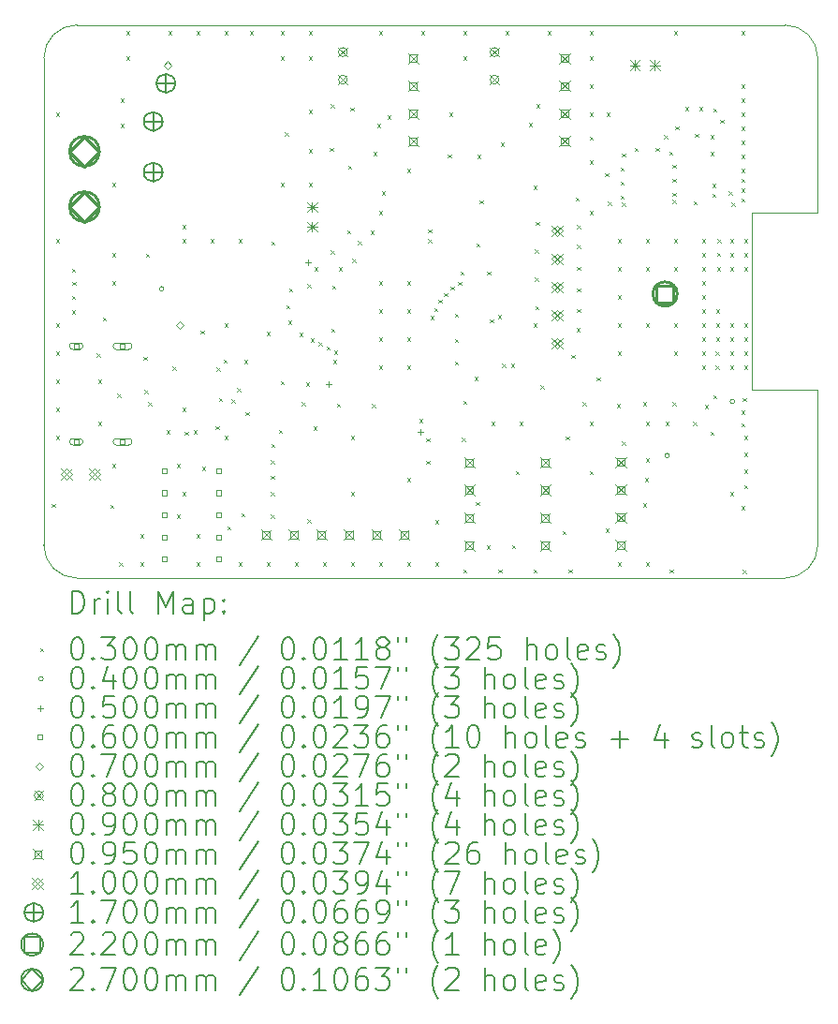
<source format=gbr>
%TF.GenerationSoftware,KiCad,Pcbnew,8.0.7*%
%TF.CreationDate,2025-02-05T20:20:25+09:00*%
%TF.ProjectId,GN10Mainboard,474e3130-4d61-4696-9e62-6f6172642e6b,rev?*%
%TF.SameCoordinates,Original*%
%TF.FileFunction,Drillmap*%
%TF.FilePolarity,Positive*%
%FSLAX45Y45*%
G04 Gerber Fmt 4.5, Leading zero omitted, Abs format (unit mm)*
G04 Created by KiCad (PCBNEW 8.0.7) date 2025-02-05 20:20:25*
%MOMM*%
%LPD*%
G01*
G04 APERTURE LIST*
%ADD10C,0.100000*%
%ADD11C,0.200000*%
%ADD12C,0.170000*%
%ADD13C,0.220000*%
%ADD14C,0.270000*%
G04 APERTURE END LIST*
D10*
X13000000Y-14700000D02*
X13000000Y-10300000D01*
X20000000Y-10300000D02*
X20000000Y-11700000D01*
X13300000Y-10000000D02*
X19700000Y-10000000D01*
X19400000Y-13300000D02*
X20000000Y-13300000D01*
X13000000Y-10300000D02*
G75*
G02*
X13300000Y-10000000I300000J0D01*
G01*
X20000000Y-11700000D02*
X19400000Y-11700000D01*
X13300000Y-15000000D02*
G75*
G02*
X13000000Y-14700000I0J300000D01*
G01*
X19700000Y-10000000D02*
G75*
G02*
X20000000Y-10300000I0J-300000D01*
G01*
X19700000Y-15000000D02*
X13300000Y-15000000D01*
X20000000Y-13300000D02*
X20000000Y-14700000D01*
X20000000Y-14700000D02*
G75*
G02*
X19700000Y-15000000I-300000J0D01*
G01*
X19400000Y-11700000D02*
X19400000Y-13300000D01*
D11*
D10*
X13071360Y-14327140D02*
X13101360Y-14357140D01*
X13101360Y-14327140D02*
X13071360Y-14357140D01*
X13112000Y-10794000D02*
X13142000Y-10824000D01*
X13142000Y-10794000D02*
X13112000Y-10824000D01*
X13112000Y-11937000D02*
X13142000Y-11967000D01*
X13142000Y-11937000D02*
X13112000Y-11967000D01*
X13112000Y-12699000D02*
X13142000Y-12729000D01*
X13142000Y-12699000D02*
X13112000Y-12729000D01*
X13112000Y-12953000D02*
X13142000Y-12983000D01*
X13142000Y-12953000D02*
X13112000Y-12983000D01*
X13112000Y-13207000D02*
X13142000Y-13237000D01*
X13142000Y-13207000D02*
X13112000Y-13237000D01*
X13112000Y-13461000D02*
X13142000Y-13491000D01*
X13142000Y-13461000D02*
X13112000Y-13491000D01*
X13112000Y-13715000D02*
X13142000Y-13745000D01*
X13142000Y-13715000D02*
X13112000Y-13745000D01*
X13254240Y-12203700D02*
X13284240Y-12233700D01*
X13284240Y-12203700D02*
X13254240Y-12233700D01*
X13254240Y-12450080D02*
X13284240Y-12480080D01*
X13284240Y-12450080D02*
X13254240Y-12480080D01*
X13254240Y-12579620D02*
X13284240Y-12609620D01*
X13284240Y-12579620D02*
X13254240Y-12609620D01*
X13256780Y-12320540D02*
X13286780Y-12350540D01*
X13286780Y-12320540D02*
X13256780Y-12350540D01*
X13478500Y-12968240D02*
X13508500Y-12998240D01*
X13508500Y-12968240D02*
X13478500Y-12998240D01*
X13493000Y-13207000D02*
X13523000Y-13237000D01*
X13523000Y-13207000D02*
X13493000Y-13237000D01*
X13493000Y-13588000D02*
X13523000Y-13618000D01*
X13523000Y-13588000D02*
X13493000Y-13618000D01*
X13533640Y-12643120D02*
X13563640Y-12673120D01*
X13563640Y-12643120D02*
X13533640Y-12673120D01*
X13602220Y-14334760D02*
X13632220Y-14364760D01*
X13632220Y-14334760D02*
X13602220Y-14364760D01*
X13620000Y-11429000D02*
X13650000Y-11459000D01*
X13650000Y-11429000D02*
X13620000Y-11459000D01*
X13620000Y-12064000D02*
X13650000Y-12094000D01*
X13650000Y-12064000D02*
X13620000Y-12094000D01*
X13620000Y-12318000D02*
X13650000Y-12348000D01*
X13650000Y-12318000D02*
X13620000Y-12348000D01*
X13620000Y-13969000D02*
X13650000Y-13999000D01*
X13650000Y-13969000D02*
X13620000Y-13999000D01*
X13665500Y-13334000D02*
X13695500Y-13364000D01*
X13695500Y-13334000D02*
X13665500Y-13364000D01*
X13683500Y-14858000D02*
X13713500Y-14888000D01*
X13713500Y-14858000D02*
X13683500Y-14888000D01*
X13696200Y-10667000D02*
X13726200Y-10697000D01*
X13726200Y-10667000D02*
X13696200Y-10697000D01*
X13696200Y-10895600D02*
X13726200Y-10925600D01*
X13726200Y-10895600D02*
X13696200Y-10925600D01*
X13747000Y-10057400D02*
X13777000Y-10087400D01*
X13777000Y-10057400D02*
X13747000Y-10087400D01*
X13747000Y-10286000D02*
X13777000Y-10316000D01*
X13777000Y-10286000D02*
X13747000Y-10316000D01*
X13874000Y-14604000D02*
X13904000Y-14634000D01*
X13904000Y-14604000D02*
X13874000Y-14634000D01*
X13874000Y-14858000D02*
X13904000Y-14888000D01*
X13904000Y-14858000D02*
X13874000Y-14888000D01*
X13902758Y-12997205D02*
X13932758Y-13027205D01*
X13932758Y-12997205D02*
X13902758Y-13027205D01*
X13910500Y-13298440D02*
X13940500Y-13328440D01*
X13940500Y-13298440D02*
X13910500Y-13328440D01*
X13924800Y-12069080D02*
X13954800Y-12099080D01*
X13954800Y-12069080D02*
X13924800Y-12099080D01*
X13942580Y-13407660D02*
X13972580Y-13437660D01*
X13972580Y-13407660D02*
X13942580Y-13437660D01*
X14107680Y-13664200D02*
X14137680Y-13694200D01*
X14137680Y-13664200D02*
X14107680Y-13694200D01*
X14128000Y-10057400D02*
X14158000Y-10087400D01*
X14158000Y-10057400D02*
X14128000Y-10087400D01*
X14166100Y-13087620D02*
X14196100Y-13117620D01*
X14196100Y-13087620D02*
X14166100Y-13117620D01*
X14204200Y-13969000D02*
X14234200Y-13999000D01*
X14234200Y-13969000D02*
X14204200Y-13999000D01*
X14204200Y-14426200D02*
X14234200Y-14456200D01*
X14234200Y-14426200D02*
X14204200Y-14456200D01*
X14255000Y-11810000D02*
X14285000Y-11840000D01*
X14285000Y-11810000D02*
X14255000Y-11840000D01*
X14255000Y-11937000D02*
X14285000Y-11967000D01*
X14285000Y-11937000D02*
X14255000Y-11967000D01*
X14255000Y-13461000D02*
X14285000Y-13491000D01*
X14285000Y-13461000D02*
X14255000Y-13491000D01*
X14255000Y-14223000D02*
X14285000Y-14253000D01*
X14285000Y-14223000D02*
X14255000Y-14253000D01*
X14272780Y-13674360D02*
X14302780Y-13704360D01*
X14302780Y-13674360D02*
X14272780Y-13704360D01*
X14356600Y-13661660D02*
X14386600Y-13691660D01*
X14386600Y-13661660D02*
X14356600Y-13691660D01*
X14382000Y-10057400D02*
X14412000Y-10087400D01*
X14412000Y-10057400D02*
X14382000Y-10087400D01*
X14382000Y-14604000D02*
X14412000Y-14634000D01*
X14412000Y-14604000D02*
X14382000Y-14634000D01*
X14382000Y-14858000D02*
X14412000Y-14888000D01*
X14412000Y-14858000D02*
X14382000Y-14888000D01*
X14420100Y-12762500D02*
X14450100Y-12792500D01*
X14450100Y-12762500D02*
X14420100Y-12792500D01*
X14432800Y-13994400D02*
X14462800Y-14024400D01*
X14462800Y-13994400D02*
X14432800Y-14024400D01*
X14509000Y-11937000D02*
X14539000Y-11967000D01*
X14539000Y-11937000D02*
X14509000Y-11967000D01*
X14554506Y-13625100D02*
X14584506Y-13655100D01*
X14584506Y-13625100D02*
X14554506Y-13655100D01*
X14562411Y-13096686D02*
X14592411Y-13126686D01*
X14592411Y-13096686D02*
X14562411Y-13126686D01*
X14585200Y-13372100D02*
X14615200Y-13402100D01*
X14615200Y-13372100D02*
X14585200Y-13402100D01*
X14624911Y-13022104D02*
X14654911Y-13052104D01*
X14654911Y-13022104D02*
X14624911Y-13052104D01*
X14636000Y-10057400D02*
X14666000Y-10087400D01*
X14666000Y-10057400D02*
X14636000Y-10087400D01*
X14636000Y-12699000D02*
X14666000Y-12729000D01*
X14666000Y-12699000D02*
X14636000Y-12729000D01*
X14636000Y-13715000D02*
X14666000Y-13745000D01*
X14666000Y-13715000D02*
X14636000Y-13745000D01*
X14661400Y-14532880D02*
X14691400Y-14562880D01*
X14691400Y-14532880D02*
X14661400Y-14562880D01*
X14699500Y-13384800D02*
X14729500Y-13414800D01*
X14729500Y-13384800D02*
X14699500Y-13414800D01*
X14750300Y-13283200D02*
X14780300Y-13313200D01*
X14780300Y-13283200D02*
X14750300Y-13313200D01*
X14763000Y-11937000D02*
X14793000Y-11967000D01*
X14793000Y-11937000D02*
X14763000Y-11967000D01*
X14763000Y-14858000D02*
X14793000Y-14888000D01*
X14793000Y-14858000D02*
X14763000Y-14888000D01*
X14788400Y-14413500D02*
X14818400Y-14443500D01*
X14818400Y-14413500D02*
X14788400Y-14443500D01*
X14813800Y-13029200D02*
X14843800Y-13059200D01*
X14843800Y-13029200D02*
X14813800Y-13059200D01*
X14826500Y-13499100D02*
X14856500Y-13529100D01*
X14856500Y-13499100D02*
X14826500Y-13529100D01*
X14864600Y-10057400D02*
X14894600Y-10087400D01*
X14894600Y-10057400D02*
X14864600Y-10087400D01*
X15017000Y-12775200D02*
X15047000Y-12805200D01*
X15047000Y-12775200D02*
X15017000Y-12805200D01*
X15017000Y-14858000D02*
X15047000Y-14888000D01*
X15047000Y-14858000D02*
X15017000Y-14888000D01*
X15052560Y-14423660D02*
X15082560Y-14453660D01*
X15082560Y-14423660D02*
X15052560Y-14453660D01*
X15054600Y-14075394D02*
X15084600Y-14105394D01*
X15084600Y-14075394D02*
X15054600Y-14105394D01*
X15054600Y-14220666D02*
X15084600Y-14250666D01*
X15084600Y-14220666D02*
X15054600Y-14250666D01*
X15055471Y-13935700D02*
X15085471Y-13965700D01*
X15085471Y-13935700D02*
X15055471Y-13965700D01*
X15055798Y-13784261D02*
X15085798Y-13814261D01*
X15085798Y-13784261D02*
X15055798Y-13814261D01*
X15057640Y-11957320D02*
X15087640Y-11987320D01*
X15087640Y-11957320D02*
X15057640Y-11987320D01*
X15123680Y-13659120D02*
X15153680Y-13689120D01*
X15153680Y-13659120D02*
X15123680Y-13689120D01*
X15141460Y-13219700D02*
X15171460Y-13249700D01*
X15171460Y-13219700D02*
X15141460Y-13249700D01*
X15144000Y-10057400D02*
X15174000Y-10087400D01*
X15174000Y-10057400D02*
X15144000Y-10087400D01*
X15144000Y-10286000D02*
X15174000Y-10316000D01*
X15174000Y-10286000D02*
X15144000Y-10316000D01*
X15144000Y-11429000D02*
X15174000Y-11459000D01*
X15174000Y-11429000D02*
X15144000Y-11459000D01*
X15182100Y-10971800D02*
X15212100Y-11001800D01*
X15212100Y-10971800D02*
X15182100Y-11001800D01*
X15194800Y-12533900D02*
X15224800Y-12563900D01*
X15224800Y-12533900D02*
X15194800Y-12563900D01*
X15210040Y-12673600D02*
X15240040Y-12703600D01*
X15240040Y-12673600D02*
X15210040Y-12703600D01*
X15220200Y-12381500D02*
X15250200Y-12411500D01*
X15250200Y-12381500D02*
X15220200Y-12411500D01*
X15271000Y-14858000D02*
X15301000Y-14888000D01*
X15301000Y-14858000D02*
X15271000Y-14888000D01*
X15311640Y-12782820D02*
X15341640Y-12812820D01*
X15341640Y-12782820D02*
X15311640Y-12812820D01*
X15334500Y-13410200D02*
X15364500Y-13440200D01*
X15364500Y-13410200D02*
X15334500Y-13440200D01*
X15372600Y-13232400D02*
X15402600Y-13262400D01*
X15402600Y-13232400D02*
X15372600Y-13262400D01*
X15385300Y-12343400D02*
X15415300Y-12373400D01*
X15415300Y-12343400D02*
X15385300Y-12373400D01*
X15385300Y-14466840D02*
X15415300Y-14496840D01*
X15415300Y-14466840D02*
X15385300Y-14496840D01*
X15398000Y-10057400D02*
X15428000Y-10087400D01*
X15428000Y-10057400D02*
X15398000Y-10087400D01*
X15398000Y-10286000D02*
X15428000Y-10316000D01*
X15428000Y-10286000D02*
X15398000Y-10316000D01*
X15398000Y-10768600D02*
X15428000Y-10798600D01*
X15428000Y-10768600D02*
X15398000Y-10798600D01*
X15398000Y-11124200D02*
X15428000Y-11154200D01*
X15428000Y-11124200D02*
X15398000Y-11154200D01*
X15398000Y-11429000D02*
X15428000Y-11459000D01*
X15428000Y-11429000D02*
X15398000Y-11459000D01*
X15412791Y-12835060D02*
X15442791Y-12865060D01*
X15442791Y-12835060D02*
X15412791Y-12865060D01*
X15438640Y-13631180D02*
X15468640Y-13661180D01*
X15468640Y-13631180D02*
X15438640Y-13661180D01*
X15448800Y-12191000D02*
X15478800Y-12221000D01*
X15478800Y-12191000D02*
X15448800Y-12221000D01*
X15485893Y-12868454D02*
X15515893Y-12898454D01*
X15515893Y-12868454D02*
X15485893Y-12898454D01*
X15525000Y-14858000D02*
X15555000Y-14888000D01*
X15555000Y-14858000D02*
X15525000Y-14888000D01*
X15556854Y-12905393D02*
X15586854Y-12935393D01*
X15586854Y-12905393D02*
X15556854Y-12935393D01*
X15588500Y-11111500D02*
X15618500Y-11141500D01*
X15618500Y-11111500D02*
X15588500Y-11141500D01*
X15596120Y-10715260D02*
X15626120Y-10745260D01*
X15626120Y-10715260D02*
X15596120Y-10745260D01*
X15596120Y-12038600D02*
X15626120Y-12068600D01*
X15626120Y-12038600D02*
X15596120Y-12068600D01*
X15601200Y-12744720D02*
X15631200Y-12774720D01*
X15631200Y-12744720D02*
X15601200Y-12774720D01*
X15606280Y-12353560D02*
X15636280Y-12383560D01*
X15636280Y-12353560D02*
X15606280Y-12383560D01*
X15616440Y-13029200D02*
X15646440Y-13059200D01*
X15646440Y-13029200D02*
X15616440Y-13059200D01*
X15626600Y-12944580D02*
X15656600Y-12974580D01*
X15656600Y-12944580D02*
X15626600Y-12974580D01*
X15652000Y-13420360D02*
X15682000Y-13450360D01*
X15682000Y-13420360D02*
X15652000Y-13450360D01*
X15667240Y-12188460D02*
X15697240Y-12218460D01*
X15697240Y-12188460D02*
X15667240Y-12218460D01*
X15743440Y-11855720D02*
X15773440Y-11885720D01*
X15773440Y-11855720D02*
X15743440Y-11885720D01*
X15753305Y-11271267D02*
X15783305Y-11301267D01*
X15783305Y-11271267D02*
X15753305Y-11301267D01*
X15773920Y-10748280D02*
X15803920Y-10778280D01*
X15803920Y-10748280D02*
X15773920Y-10778280D01*
X15779000Y-13715000D02*
X15809000Y-13745000D01*
X15809000Y-13715000D02*
X15779000Y-13745000D01*
X15779000Y-14223000D02*
X15809000Y-14253000D01*
X15809000Y-14223000D02*
X15779000Y-14253000D01*
X15779000Y-14858000D02*
X15809000Y-14888000D01*
X15809000Y-14858000D02*
X15779000Y-14888000D01*
X15789160Y-12114800D02*
X15819160Y-12144800D01*
X15819160Y-12114800D02*
X15789160Y-12144800D01*
X15839960Y-11952240D02*
X15869960Y-11982240D01*
X15869960Y-11952240D02*
X15839960Y-11982240D01*
X15956800Y-11860800D02*
X15986800Y-11890800D01*
X15986800Y-11860800D02*
X15956800Y-11890800D01*
X15966960Y-13425440D02*
X15996960Y-13455440D01*
X15996960Y-13425440D02*
X15966960Y-13455440D01*
X15982200Y-11149600D02*
X16012200Y-11179600D01*
X16012200Y-11149600D02*
X15982200Y-11179600D01*
X16012680Y-10893060D02*
X16042680Y-10923060D01*
X16042680Y-10893060D02*
X16012680Y-10923060D01*
X16033000Y-10057400D02*
X16063000Y-10087400D01*
X16063000Y-10057400D02*
X16033000Y-10087400D01*
X16033000Y-11683000D02*
X16063000Y-11713000D01*
X16063000Y-11683000D02*
X16033000Y-11713000D01*
X16033000Y-12318000D02*
X16063000Y-12348000D01*
X16063000Y-12318000D02*
X16033000Y-12348000D01*
X16033000Y-12572000D02*
X16063000Y-12602000D01*
X16063000Y-12572000D02*
X16033000Y-12602000D01*
X16033000Y-12826000D02*
X16063000Y-12856000D01*
X16063000Y-12826000D02*
X16033000Y-12856000D01*
X16033000Y-13080000D02*
X16063000Y-13110000D01*
X16063000Y-13080000D02*
X16033000Y-13110000D01*
X16033000Y-14858000D02*
X16063000Y-14888000D01*
X16063000Y-14858000D02*
X16033000Y-14888000D01*
X16058400Y-11505200D02*
X16088400Y-11535200D01*
X16088400Y-11505200D02*
X16058400Y-11535200D01*
X16109200Y-10819400D02*
X16139200Y-10849400D01*
X16139200Y-10819400D02*
X16109200Y-10849400D01*
X16287000Y-11302000D02*
X16317000Y-11332000D01*
X16317000Y-11302000D02*
X16287000Y-11332000D01*
X16287000Y-12318000D02*
X16317000Y-12348000D01*
X16317000Y-12318000D02*
X16287000Y-12348000D01*
X16287000Y-12572000D02*
X16317000Y-12602000D01*
X16317000Y-12572000D02*
X16287000Y-12602000D01*
X16287000Y-12826000D02*
X16317000Y-12856000D01*
X16317000Y-12826000D02*
X16287000Y-12856000D01*
X16287000Y-13080000D02*
X16317000Y-13110000D01*
X16317000Y-13080000D02*
X16287000Y-13110000D01*
X16287000Y-14096000D02*
X16317000Y-14126000D01*
X16317000Y-14096000D02*
X16287000Y-14126000D01*
X16287000Y-14858000D02*
X16317000Y-14888000D01*
X16317000Y-14858000D02*
X16287000Y-14888000D01*
X16393680Y-13562600D02*
X16423680Y-13592600D01*
X16423680Y-13562600D02*
X16393680Y-13592600D01*
X16414000Y-10057400D02*
X16444000Y-10087400D01*
X16444000Y-10057400D02*
X16414000Y-10087400D01*
X16459720Y-13735320D02*
X16489720Y-13765320D01*
X16489720Y-13735320D02*
X16459720Y-13765320D01*
X16459720Y-13938520D02*
X16489720Y-13968520D01*
X16489720Y-13938520D02*
X16459720Y-13968520D01*
X16477500Y-11848100D02*
X16507500Y-11878100D01*
X16507500Y-11848100D02*
X16477500Y-11878100D01*
X16477500Y-11937000D02*
X16507500Y-11967000D01*
X16507500Y-11937000D02*
X16477500Y-11967000D01*
X16496720Y-12631181D02*
X16526720Y-12661181D01*
X16526720Y-12631181D02*
X16496720Y-12661181D01*
X16531960Y-12558271D02*
X16561960Y-12588271D01*
X16561960Y-12558271D02*
X16531960Y-12588271D01*
X16541000Y-14477000D02*
X16571000Y-14507000D01*
X16571000Y-14477000D02*
X16541000Y-14507000D01*
X16541000Y-14858000D02*
X16571000Y-14888000D01*
X16571000Y-14858000D02*
X16541000Y-14888000D01*
X16567200Y-12480466D02*
X16597200Y-12510466D01*
X16597200Y-12480466D02*
X16567200Y-12510466D01*
X16621099Y-12421175D02*
X16651099Y-12451175D01*
X16651099Y-12421175D02*
X16621099Y-12451175D01*
X16652760Y-11169920D02*
X16682760Y-11199920D01*
X16682760Y-11169920D02*
X16652760Y-11199920D01*
X16668000Y-10794000D02*
X16698000Y-10824000D01*
X16698000Y-10794000D02*
X16668000Y-10824000D01*
X16678719Y-12362648D02*
X16708719Y-12392648D01*
X16708719Y-12362648D02*
X16678719Y-12392648D01*
X16718800Y-12610100D02*
X16748800Y-12640100D01*
X16748800Y-12610100D02*
X16718800Y-12640100D01*
X16718800Y-12838700D02*
X16748800Y-12868700D01*
X16748800Y-12838700D02*
X16718800Y-12868700D01*
X16718800Y-13041900D02*
X16748800Y-13071900D01*
X16748800Y-13041900D02*
X16718800Y-13071900D01*
X16746740Y-12320540D02*
X16776740Y-12350540D01*
X16776740Y-12320540D02*
X16746740Y-12350540D01*
X16769600Y-12226560D02*
X16799600Y-12256560D01*
X16799600Y-12226560D02*
X16769600Y-12256560D01*
X16779760Y-13730240D02*
X16809760Y-13760240D01*
X16809760Y-13730240D02*
X16779760Y-13760240D01*
X16795000Y-10057400D02*
X16825000Y-10087400D01*
X16825000Y-10057400D02*
X16795000Y-10087400D01*
X16795000Y-10286000D02*
X16825000Y-10316000D01*
X16825000Y-10286000D02*
X16795000Y-10316000D01*
X16795000Y-13397500D02*
X16825000Y-13427500D01*
X16825000Y-13397500D02*
X16795000Y-13427500D01*
X16795000Y-14921500D02*
X16825000Y-14951500D01*
X16825000Y-14921500D02*
X16795000Y-14951500D01*
X16896600Y-13181600D02*
X16926600Y-13211600D01*
X16926600Y-13181600D02*
X16896600Y-13211600D01*
X16906760Y-14309360D02*
X16936760Y-14339360D01*
X16936760Y-14309360D02*
X16906760Y-14339360D01*
X16911840Y-11972560D02*
X16941840Y-12002560D01*
X16941840Y-11972560D02*
X16911840Y-12002560D01*
X16922000Y-11175000D02*
X16952000Y-11205000D01*
X16952000Y-11175000D02*
X16922000Y-11205000D01*
X16942320Y-11586480D02*
X16972320Y-11616480D01*
X16972320Y-11586480D02*
X16942320Y-11616480D01*
X17003280Y-14705600D02*
X17033280Y-14735600D01*
X17033280Y-14705600D02*
X17003280Y-14735600D01*
X17008360Y-12226560D02*
X17038360Y-12256560D01*
X17038360Y-12226560D02*
X17008360Y-12256560D01*
X17033982Y-12658582D02*
X17063982Y-12688582D01*
X17063982Y-12658582D02*
X17033982Y-12688582D01*
X17049000Y-13588000D02*
X17079000Y-13618000D01*
X17079000Y-13588000D02*
X17049000Y-13618000D01*
X17105402Y-12622537D02*
X17135402Y-12652537D01*
X17135402Y-12622537D02*
X17105402Y-12652537D01*
X17112500Y-14921500D02*
X17142500Y-14951500D01*
X17142500Y-14921500D02*
X17112500Y-14951500D01*
X17130280Y-11063240D02*
X17160280Y-11093240D01*
X17160280Y-11063240D02*
X17130280Y-11093240D01*
X17145500Y-13062042D02*
X17175500Y-13092042D01*
X17175500Y-13062042D02*
X17145500Y-13092042D01*
X17176000Y-10057400D02*
X17206000Y-10087400D01*
X17206000Y-10057400D02*
X17176000Y-10087400D01*
X17225805Y-13063215D02*
X17255805Y-13093215D01*
X17255805Y-13063215D02*
X17225805Y-13093215D01*
X17231880Y-14700520D02*
X17261880Y-14730520D01*
X17261880Y-14700520D02*
X17231880Y-14730520D01*
X17267440Y-14029960D02*
X17297440Y-14059960D01*
X17297440Y-14029960D02*
X17267440Y-14059960D01*
X17303000Y-13588000D02*
X17333000Y-13618000D01*
X17333000Y-13588000D02*
X17303000Y-13618000D01*
X17386820Y-10887980D02*
X17416820Y-10917980D01*
X17416820Y-10887980D02*
X17386820Y-10917980D01*
X17430000Y-11454400D02*
X17460000Y-11484400D01*
X17460000Y-11454400D02*
X17430000Y-11484400D01*
X17430000Y-12699000D02*
X17460000Y-12729000D01*
X17460000Y-12699000D02*
X17430000Y-12729000D01*
X17430000Y-14921500D02*
X17460000Y-14951500D01*
X17460000Y-14921500D02*
X17430000Y-14951500D01*
X17440160Y-12028440D02*
X17470160Y-12058440D01*
X17470160Y-12028440D02*
X17440160Y-12058440D01*
X17440160Y-12282440D02*
X17470160Y-12312440D01*
X17470160Y-12282440D02*
X17440160Y-12312440D01*
X17445240Y-12541520D02*
X17475240Y-12571520D01*
X17475240Y-12541520D02*
X17445240Y-12571520D01*
X17450320Y-11779520D02*
X17480320Y-11809520D01*
X17480320Y-11779520D02*
X17450320Y-11809520D01*
X17455400Y-10717800D02*
X17485400Y-10747800D01*
X17485400Y-10717800D02*
X17455400Y-10747800D01*
X17493817Y-13257070D02*
X17523817Y-13287070D01*
X17523817Y-13257070D02*
X17493817Y-13287070D01*
X17557000Y-10057400D02*
X17587000Y-10087400D01*
X17587000Y-10057400D02*
X17557000Y-10087400D01*
X17689080Y-14573520D02*
X17719080Y-14603520D01*
X17719080Y-14573520D02*
X17689080Y-14603520D01*
X17719560Y-13720080D02*
X17749560Y-13750080D01*
X17749560Y-13720080D02*
X17719560Y-13750080D01*
X17747500Y-14921500D02*
X17777500Y-14951500D01*
X17777500Y-14921500D02*
X17747500Y-14951500D01*
X17772900Y-12983480D02*
X17802900Y-13013480D01*
X17802900Y-12983480D02*
X17772900Y-13013480D01*
X17811000Y-11561080D02*
X17841000Y-11591080D01*
X17841000Y-11561080D02*
X17811000Y-11591080D01*
X17816080Y-12739640D02*
X17846080Y-12769640D01*
X17846080Y-12739640D02*
X17816080Y-12769640D01*
X17821160Y-12566920D02*
X17851160Y-12596920D01*
X17851160Y-12566920D02*
X17821160Y-12596920D01*
X17823200Y-11987800D02*
X17853200Y-12017800D01*
X17853200Y-11987800D02*
X17823200Y-12017800D01*
X17823200Y-12185920D02*
X17853200Y-12215920D01*
X17853200Y-12185920D02*
X17823200Y-12215920D01*
X17823700Y-11810000D02*
X17853700Y-11840000D01*
X17853700Y-11810000D02*
X17823700Y-11840000D01*
X17823700Y-12381500D02*
X17853700Y-12411500D01*
X17853700Y-12381500D02*
X17823700Y-12411500D01*
X17874500Y-13410200D02*
X17904500Y-13440200D01*
X17904500Y-13410200D02*
X17874500Y-13440200D01*
X17938000Y-10057400D02*
X17968000Y-10087400D01*
X17968000Y-10057400D02*
X17938000Y-10087400D01*
X17938000Y-10286000D02*
X17968000Y-10316000D01*
X17968000Y-10286000D02*
X17938000Y-10316000D01*
X17938000Y-10540000D02*
X17968000Y-10570000D01*
X17968000Y-10540000D02*
X17938000Y-10570000D01*
X17938000Y-10794000D02*
X17968000Y-10824000D01*
X17968000Y-10794000D02*
X17938000Y-10824000D01*
X17938000Y-11009900D02*
X17968000Y-11039900D01*
X17968000Y-11009900D02*
X17938000Y-11039900D01*
X17938000Y-11225800D02*
X17968000Y-11255800D01*
X17968000Y-11225800D02*
X17938000Y-11255800D01*
X17938000Y-11683000D02*
X17968000Y-11713000D01*
X17968000Y-11683000D02*
X17938000Y-11713000D01*
X17938000Y-13588000D02*
X17968000Y-13618000D01*
X17968000Y-13588000D02*
X17938000Y-13618000D01*
X17938000Y-14032500D02*
X17968000Y-14062500D01*
X17968000Y-14032500D02*
X17938000Y-14062500D01*
X17998960Y-13186680D02*
X18028960Y-13216680D01*
X18028960Y-13186680D02*
X17998960Y-13216680D01*
X18077700Y-11340100D02*
X18107700Y-11370100D01*
X18107700Y-11340100D02*
X18077700Y-11370100D01*
X18080240Y-14553200D02*
X18110240Y-14583200D01*
X18110240Y-14553200D02*
X18080240Y-14583200D01*
X18090400Y-10794000D02*
X18120400Y-10824000D01*
X18120400Y-10794000D02*
X18090400Y-10824000D01*
X18103100Y-11599180D02*
X18133100Y-11629180D01*
X18133100Y-11599180D02*
X18103100Y-11629180D01*
X18181840Y-13425440D02*
X18211840Y-13455440D01*
X18211840Y-13425440D02*
X18181840Y-13455440D01*
X18192000Y-11937000D02*
X18222000Y-11967000D01*
X18222000Y-11937000D02*
X18192000Y-11967000D01*
X18192000Y-12191000D02*
X18222000Y-12221000D01*
X18222000Y-12191000D02*
X18192000Y-12221000D01*
X18192000Y-12445000D02*
X18222000Y-12475000D01*
X18222000Y-12445000D02*
X18192000Y-12475000D01*
X18192000Y-12699000D02*
X18222000Y-12729000D01*
X18222000Y-12699000D02*
X18192000Y-12729000D01*
X18192000Y-12953000D02*
X18222000Y-12983000D01*
X18222000Y-12953000D02*
X18192000Y-12983000D01*
X18192000Y-14858000D02*
X18222000Y-14888000D01*
X18222000Y-14858000D02*
X18192000Y-14888000D01*
X18217400Y-11289300D02*
X18247400Y-11319300D01*
X18247400Y-11289300D02*
X18217400Y-11319300D01*
X18217400Y-11416300D02*
X18247400Y-11446300D01*
X18247400Y-11416300D02*
X18217400Y-11446300D01*
X18217400Y-11543300D02*
X18247400Y-11573300D01*
X18247400Y-11543300D02*
X18217400Y-11573300D01*
X18230100Y-11162300D02*
X18260100Y-11192300D01*
X18260100Y-11162300D02*
X18230100Y-11192300D01*
X18230100Y-11606800D02*
X18260100Y-11636800D01*
X18260100Y-11606800D02*
X18230100Y-11636800D01*
X18230100Y-13765800D02*
X18260100Y-13795800D01*
X18260100Y-13765800D02*
X18230100Y-13795800D01*
X18344400Y-11111500D02*
X18374400Y-11141500D01*
X18374400Y-11111500D02*
X18344400Y-11141500D01*
X18420600Y-13410200D02*
X18450600Y-13440200D01*
X18450600Y-13410200D02*
X18420600Y-13440200D01*
X18420600Y-14324600D02*
X18450600Y-14354600D01*
X18450600Y-14324600D02*
X18420600Y-14354600D01*
X18435840Y-14096000D02*
X18465840Y-14126000D01*
X18465840Y-14096000D02*
X18435840Y-14126000D01*
X18446000Y-11937000D02*
X18476000Y-11967000D01*
X18476000Y-11937000D02*
X18446000Y-11967000D01*
X18446000Y-12191000D02*
X18476000Y-12221000D01*
X18476000Y-12191000D02*
X18446000Y-12221000D01*
X18446000Y-12699000D02*
X18476000Y-12729000D01*
X18476000Y-12699000D02*
X18446000Y-12729000D01*
X18446000Y-13588000D02*
X18476000Y-13618000D01*
X18476000Y-13588000D02*
X18446000Y-13618000D01*
X18446000Y-13918200D02*
X18476000Y-13948200D01*
X18476000Y-13918200D02*
X18446000Y-13948200D01*
X18446000Y-14858000D02*
X18476000Y-14888000D01*
X18476000Y-14858000D02*
X18446000Y-14888000D01*
X18534900Y-11111500D02*
X18564900Y-11141500D01*
X18564900Y-11111500D02*
X18534900Y-11141500D01*
X18611100Y-10997200D02*
X18641100Y-11027200D01*
X18641100Y-10997200D02*
X18611100Y-11027200D01*
X18623800Y-13588000D02*
X18653800Y-13618000D01*
X18653800Y-13588000D02*
X18623800Y-13618000D01*
X18655550Y-11143250D02*
X18685550Y-11173250D01*
X18685550Y-11143250D02*
X18655550Y-11173250D01*
X18659360Y-14918960D02*
X18689360Y-14948960D01*
X18689360Y-14918960D02*
X18659360Y-14948960D01*
X18687300Y-11263900D02*
X18717300Y-11293900D01*
X18717300Y-11263900D02*
X18687300Y-11293900D01*
X18687300Y-11390900D02*
X18717300Y-11420900D01*
X18717300Y-11390900D02*
X18687300Y-11420900D01*
X18687300Y-11517900D02*
X18717300Y-11547900D01*
X18717300Y-11517900D02*
X18687300Y-11547900D01*
X18687300Y-11581400D02*
X18717300Y-11611400D01*
X18717300Y-11581400D02*
X18687300Y-11611400D01*
X18687300Y-13410200D02*
X18717300Y-13440200D01*
X18717300Y-13410200D02*
X18687300Y-13440200D01*
X18700000Y-10057400D02*
X18730000Y-10087400D01*
X18730000Y-10057400D02*
X18700000Y-10087400D01*
X18700000Y-11937000D02*
X18730000Y-11967000D01*
X18730000Y-11937000D02*
X18700000Y-11967000D01*
X18700000Y-12191000D02*
X18730000Y-12221000D01*
X18730000Y-12191000D02*
X18700000Y-12221000D01*
X18700000Y-12699000D02*
X18730000Y-12729000D01*
X18730000Y-12699000D02*
X18700000Y-12729000D01*
X18700000Y-12953000D02*
X18730000Y-12983000D01*
X18730000Y-12953000D02*
X18700000Y-12983000D01*
X18712700Y-10916000D02*
X18742700Y-10946000D01*
X18742700Y-10916000D02*
X18712700Y-10946000D01*
X18801600Y-10743200D02*
X18831600Y-10773200D01*
X18831600Y-10743200D02*
X18801600Y-10773200D01*
X18872720Y-13588000D02*
X18902720Y-13618000D01*
X18902720Y-13588000D02*
X18872720Y-13618000D01*
X18877800Y-11594100D02*
X18907800Y-11624100D01*
X18907800Y-11594100D02*
X18877800Y-11624100D01*
X18890500Y-10984500D02*
X18920500Y-11014500D01*
X18920500Y-10984500D02*
X18890500Y-11014500D01*
X18928600Y-10743200D02*
X18958600Y-10773200D01*
X18958600Y-10743200D02*
X18928600Y-10773200D01*
X18954000Y-11937000D02*
X18984000Y-11967000D01*
X18984000Y-11937000D02*
X18954000Y-11967000D01*
X18954000Y-12064000D02*
X18984000Y-12094000D01*
X18984000Y-12064000D02*
X18954000Y-12094000D01*
X18954000Y-12191000D02*
X18984000Y-12221000D01*
X18984000Y-12191000D02*
X18954000Y-12221000D01*
X18954000Y-12318000D02*
X18984000Y-12348000D01*
X18984000Y-12318000D02*
X18954000Y-12348000D01*
X18954000Y-12445000D02*
X18984000Y-12475000D01*
X18984000Y-12445000D02*
X18954000Y-12475000D01*
X18954000Y-12572000D02*
X18984000Y-12602000D01*
X18984000Y-12572000D02*
X18954000Y-12602000D01*
X18954000Y-12699000D02*
X18984000Y-12729000D01*
X18984000Y-12699000D02*
X18954000Y-12729000D01*
X18954000Y-12826000D02*
X18984000Y-12856000D01*
X18984000Y-12826000D02*
X18954000Y-12856000D01*
X18954000Y-12953000D02*
X18984000Y-12983000D01*
X18984000Y-12953000D02*
X18954000Y-12983000D01*
X18954000Y-13080000D02*
X18984000Y-13110000D01*
X18984000Y-13080000D02*
X18954000Y-13110000D01*
X18979400Y-13435600D02*
X19009400Y-13465600D01*
X19009400Y-13435600D02*
X18979400Y-13465600D01*
X19030200Y-10997200D02*
X19060200Y-11027200D01*
X19060200Y-10997200D02*
X19030200Y-11027200D01*
X19030200Y-11149600D02*
X19060200Y-11179600D01*
X19060200Y-11149600D02*
X19030200Y-11179600D01*
X19030200Y-13676900D02*
X19060200Y-13706900D01*
X19060200Y-13676900D02*
X19030200Y-13706900D01*
X19045440Y-11436620D02*
X19075440Y-11466620D01*
X19075440Y-11436620D02*
X19045440Y-11466620D01*
X19045440Y-11525520D02*
X19075440Y-11555520D01*
X19075440Y-11525520D02*
X19045440Y-11555520D01*
X19053060Y-13346700D02*
X19083060Y-13376700D01*
X19083060Y-13346700D02*
X19053060Y-13376700D01*
X19055600Y-10755900D02*
X19085600Y-10785900D01*
X19085600Y-10755900D02*
X19055600Y-10785900D01*
X19075920Y-12953000D02*
X19105920Y-12983000D01*
X19105920Y-12953000D02*
X19075920Y-12983000D01*
X19075920Y-13080000D02*
X19105920Y-13110000D01*
X19105920Y-13080000D02*
X19075920Y-13110000D01*
X19081000Y-12572000D02*
X19111000Y-12602000D01*
X19111000Y-12572000D02*
X19081000Y-12602000D01*
X19081000Y-12699000D02*
X19111000Y-12729000D01*
X19111000Y-12699000D02*
X19081000Y-12729000D01*
X19081000Y-12826000D02*
X19111000Y-12856000D01*
X19111000Y-12826000D02*
X19081000Y-12856000D01*
X19086080Y-12058920D02*
X19116080Y-12088920D01*
X19116080Y-12058920D02*
X19086080Y-12088920D01*
X19086080Y-12191000D02*
X19116080Y-12221000D01*
X19116080Y-12191000D02*
X19086080Y-12221000D01*
X19091160Y-11937000D02*
X19121160Y-11967000D01*
X19121160Y-11937000D02*
X19091160Y-11967000D01*
X19119100Y-10857500D02*
X19149100Y-10887500D01*
X19149100Y-10857500D02*
X19119100Y-10887500D01*
X19195300Y-11505200D02*
X19225300Y-11535200D01*
X19225300Y-11505200D02*
X19195300Y-11535200D01*
X19208000Y-11937000D02*
X19238000Y-11967000D01*
X19238000Y-11937000D02*
X19208000Y-11967000D01*
X19208000Y-12064000D02*
X19238000Y-12094000D01*
X19238000Y-12064000D02*
X19208000Y-12094000D01*
X19208000Y-12191000D02*
X19238000Y-12221000D01*
X19238000Y-12191000D02*
X19208000Y-12221000D01*
X19208000Y-12699000D02*
X19238000Y-12729000D01*
X19238000Y-12699000D02*
X19208000Y-12729000D01*
X19208000Y-12826000D02*
X19238000Y-12856000D01*
X19238000Y-12826000D02*
X19208000Y-12856000D01*
X19208000Y-12953000D02*
X19238000Y-12983000D01*
X19238000Y-12953000D02*
X19208000Y-12983000D01*
X19208000Y-13080000D02*
X19238000Y-13110000D01*
X19238000Y-13080000D02*
X19208000Y-13110000D01*
X19208000Y-14223000D02*
X19238000Y-14253000D01*
X19238000Y-14223000D02*
X19208000Y-14253000D01*
X19220700Y-11606800D02*
X19250700Y-11636800D01*
X19250700Y-11606800D02*
X19220700Y-11636800D01*
X19309600Y-10057400D02*
X19339600Y-10087400D01*
X19339600Y-10057400D02*
X19309600Y-10087400D01*
X19309600Y-10540000D02*
X19339600Y-10570000D01*
X19339600Y-10540000D02*
X19309600Y-10570000D01*
X19309600Y-10667000D02*
X19339600Y-10697000D01*
X19339600Y-10667000D02*
X19309600Y-10697000D01*
X19309600Y-10794000D02*
X19339600Y-10824000D01*
X19339600Y-10794000D02*
X19309600Y-10824000D01*
X19309600Y-10921000D02*
X19339600Y-10951000D01*
X19339600Y-10921000D02*
X19309600Y-10951000D01*
X19309600Y-11048000D02*
X19339600Y-11078000D01*
X19339600Y-11048000D02*
X19309600Y-11078000D01*
X19309600Y-11175000D02*
X19339600Y-11205000D01*
X19339600Y-11175000D02*
X19309600Y-11205000D01*
X19309600Y-11302000D02*
X19339600Y-11332000D01*
X19339600Y-11302000D02*
X19309600Y-11332000D01*
X19309600Y-11390900D02*
X19339600Y-11420900D01*
X19339600Y-11390900D02*
X19309600Y-11420900D01*
X19309600Y-11479800D02*
X19339600Y-11509800D01*
X19339600Y-11479800D02*
X19309600Y-11509800D01*
X19309600Y-11568700D02*
X19339600Y-11598700D01*
X19339600Y-11568700D02*
X19309600Y-11598700D01*
X19309600Y-13486400D02*
X19339600Y-13516400D01*
X19339600Y-13486400D02*
X19309600Y-13516400D01*
X19309600Y-13600700D02*
X19339600Y-13630700D01*
X19339600Y-13600700D02*
X19309600Y-13630700D01*
X19309600Y-14350000D02*
X19339600Y-14380000D01*
X19339600Y-14350000D02*
X19309600Y-14380000D01*
X19319760Y-13369560D02*
X19349760Y-13399560D01*
X19349760Y-13369560D02*
X19319760Y-13399560D01*
X19319760Y-14924040D02*
X19349760Y-14954040D01*
X19349760Y-14924040D02*
X19319760Y-14954040D01*
X19335000Y-11937000D02*
X19365000Y-11967000D01*
X19365000Y-11937000D02*
X19335000Y-11967000D01*
X19335000Y-12064000D02*
X19365000Y-12094000D01*
X19365000Y-12064000D02*
X19335000Y-12094000D01*
X19335000Y-12191000D02*
X19365000Y-12221000D01*
X19365000Y-12191000D02*
X19335000Y-12221000D01*
X19335000Y-12699000D02*
X19365000Y-12729000D01*
X19365000Y-12699000D02*
X19335000Y-12729000D01*
X19335000Y-12826000D02*
X19365000Y-12856000D01*
X19365000Y-12826000D02*
X19335000Y-12856000D01*
X19335000Y-12953000D02*
X19365000Y-12983000D01*
X19365000Y-12953000D02*
X19335000Y-12983000D01*
X19335000Y-13080000D02*
X19365000Y-13110000D01*
X19365000Y-13080000D02*
X19335000Y-13110000D01*
X19335000Y-13715000D02*
X19365000Y-13745000D01*
X19365000Y-13715000D02*
X19335000Y-13745000D01*
X19335000Y-13867400D02*
X19365000Y-13897400D01*
X19365000Y-13867400D02*
X19335000Y-13897400D01*
X19335000Y-14019800D02*
X19365000Y-14049800D01*
X19365000Y-14019800D02*
X19335000Y-14049800D01*
X19335000Y-14159500D02*
X19365000Y-14189500D01*
X19365000Y-14159500D02*
X19335000Y-14189500D01*
X14086800Y-12383800D02*
G75*
G02*
X14046800Y-12383800I-20000J0D01*
G01*
X14046800Y-12383800D02*
G75*
G02*
X14086800Y-12383800I20000J0D01*
G01*
X18656260Y-13892560D02*
G75*
G02*
X18616260Y-13892560I-20000J0D01*
G01*
X18616260Y-13892560D02*
G75*
G02*
X18656260Y-13892560I20000J0D01*
G01*
X19248080Y-13402340D02*
G75*
G02*
X19208080Y-13402340I-20000J0D01*
G01*
X19208080Y-13402340D02*
G75*
G02*
X19248080Y-13402340I20000J0D01*
G01*
X15387600Y-12122580D02*
X15387600Y-12172580D01*
X15362600Y-12147580D02*
X15412600Y-12147580D01*
X15578100Y-13224940D02*
X15578100Y-13274940D01*
X15553100Y-13249940D02*
X15603100Y-13249940D01*
X16409620Y-13653100D02*
X16409620Y-13703100D01*
X16384620Y-13678100D02*
X16434620Y-13678100D01*
X13314713Y-12924213D02*
X13314713Y-12881787D01*
X13272287Y-12881787D01*
X13272287Y-12924213D01*
X13314713Y-12924213D01*
X13323500Y-12873000D02*
X13263500Y-12873000D01*
X13263500Y-12933000D02*
G75*
G02*
X13263500Y-12873000I0J30000D01*
G01*
X13263500Y-12933000D02*
X13323500Y-12933000D01*
X13323500Y-12933000D02*
G75*
G03*
X13323500Y-12873000I0J30000D01*
G01*
X13314713Y-13788213D02*
X13314713Y-13745787D01*
X13272287Y-13745787D01*
X13272287Y-13788213D01*
X13314713Y-13788213D01*
X13323500Y-13737000D02*
X13263500Y-13737000D01*
X13263500Y-13797000D02*
G75*
G02*
X13263500Y-13737000I0J30000D01*
G01*
X13263500Y-13797000D02*
X13323500Y-13797000D01*
X13323500Y-13797000D02*
G75*
G03*
X13323500Y-13737000I0J30000D01*
G01*
X13732713Y-12924213D02*
X13732713Y-12881787D01*
X13690287Y-12881787D01*
X13690287Y-12924213D01*
X13732713Y-12924213D01*
X13766500Y-12873000D02*
X13656500Y-12873000D01*
X13656500Y-12933000D02*
G75*
G02*
X13656500Y-12873000I0J30000D01*
G01*
X13656500Y-12933000D02*
X13766500Y-12933000D01*
X13766500Y-12933000D02*
G75*
G03*
X13766500Y-12873000I0J30000D01*
G01*
X13732713Y-13788213D02*
X13732713Y-13745787D01*
X13690287Y-13745787D01*
X13690287Y-13788213D01*
X13732713Y-13788213D01*
X13766500Y-13737000D02*
X13656500Y-13737000D01*
X13656500Y-13797000D02*
G75*
G02*
X13656500Y-13737000I0J30000D01*
G01*
X13656500Y-13797000D02*
X13766500Y-13797000D01*
X13766500Y-13797000D02*
G75*
G03*
X13766500Y-13737000I0J30000D01*
G01*
X14110713Y-14049713D02*
X14110713Y-14007287D01*
X14068287Y-14007287D01*
X14068287Y-14049713D01*
X14110713Y-14049713D01*
X14110713Y-14249713D02*
X14110713Y-14207287D01*
X14068287Y-14207287D01*
X14068287Y-14249713D01*
X14110713Y-14249713D01*
X14110713Y-14449713D02*
X14110713Y-14407287D01*
X14068287Y-14407287D01*
X14068287Y-14449713D01*
X14110713Y-14449713D01*
X14110713Y-14649713D02*
X14110713Y-14607287D01*
X14068287Y-14607287D01*
X14068287Y-14649713D01*
X14110713Y-14649713D01*
X14110713Y-14849713D02*
X14110713Y-14807287D01*
X14068287Y-14807287D01*
X14068287Y-14849713D01*
X14110713Y-14849713D01*
X14598713Y-14049713D02*
X14598713Y-14007287D01*
X14556287Y-14007287D01*
X14556287Y-14049713D01*
X14598713Y-14049713D01*
X14598713Y-14249713D02*
X14598713Y-14207287D01*
X14556287Y-14207287D01*
X14556287Y-14249713D01*
X14598713Y-14249713D01*
X14598713Y-14449713D02*
X14598713Y-14407287D01*
X14556287Y-14407287D01*
X14556287Y-14449713D01*
X14598713Y-14449713D01*
X14598713Y-14649713D02*
X14598713Y-14607287D01*
X14556287Y-14607287D01*
X14556287Y-14649713D01*
X14598713Y-14649713D01*
X14598713Y-14849713D02*
X14598713Y-14807287D01*
X14556287Y-14807287D01*
X14556287Y-14849713D01*
X14598713Y-14849713D01*
X14117600Y-10399500D02*
X14152600Y-10364500D01*
X14117600Y-10329500D01*
X14082600Y-10364500D01*
X14117600Y-10399500D01*
X14231900Y-12749000D02*
X14266900Y-12714000D01*
X14231900Y-12679000D01*
X14196900Y-12714000D01*
X14231900Y-12749000D01*
X15665100Y-10205438D02*
X15745100Y-10285438D01*
X15745100Y-10205438D02*
X15665100Y-10285438D01*
X15745100Y-10245438D02*
G75*
G02*
X15665100Y-10245438I-40000J0D01*
G01*
X15665100Y-10245438D02*
G75*
G02*
X15745100Y-10245438I40000J0D01*
G01*
X15665100Y-10455438D02*
X15745100Y-10535438D01*
X15745100Y-10455438D02*
X15665100Y-10535438D01*
X15745100Y-10495438D02*
G75*
G02*
X15665100Y-10495438I-40000J0D01*
G01*
X15665100Y-10495438D02*
G75*
G02*
X15745100Y-10495438I40000J0D01*
G01*
X17036700Y-10205438D02*
X17116700Y-10285438D01*
X17116700Y-10205438D02*
X17036700Y-10285438D01*
X17116700Y-10245438D02*
G75*
G02*
X17036700Y-10245438I-40000J0D01*
G01*
X17036700Y-10245438D02*
G75*
G02*
X17116700Y-10245438I40000J0D01*
G01*
X17036700Y-10455438D02*
X17116700Y-10535438D01*
X17116700Y-10455438D02*
X17036700Y-10535438D01*
X17116700Y-10495438D02*
G75*
G02*
X17036700Y-10495438I-40000J0D01*
G01*
X17036700Y-10495438D02*
G75*
G02*
X17116700Y-10495438I40000J0D01*
G01*
X15380700Y-11600000D02*
X15470700Y-11690000D01*
X15470700Y-11600000D02*
X15380700Y-11690000D01*
X15425700Y-11600000D02*
X15425700Y-11690000D01*
X15380700Y-11645000D02*
X15470700Y-11645000D01*
X15380700Y-11780000D02*
X15470700Y-11870000D01*
X15470700Y-11780000D02*
X15380700Y-11870000D01*
X15425700Y-11780000D02*
X15425700Y-11870000D01*
X15380700Y-11825000D02*
X15470700Y-11825000D01*
X18299500Y-10319500D02*
X18389500Y-10409500D01*
X18389500Y-10319500D02*
X18299500Y-10409500D01*
X18344500Y-10319500D02*
X18344500Y-10409500D01*
X18299500Y-10364500D02*
X18389500Y-10364500D01*
X18479500Y-10319500D02*
X18569500Y-10409500D01*
X18569500Y-10319500D02*
X18479500Y-10409500D01*
X18524500Y-10319500D02*
X18524500Y-10409500D01*
X18479500Y-10364500D02*
X18569500Y-10364500D01*
X14963100Y-14558800D02*
X15058100Y-14653800D01*
X15058100Y-14558800D02*
X14963100Y-14653800D01*
X15044188Y-14639888D02*
X15044188Y-14572712D01*
X14977012Y-14572712D01*
X14977012Y-14639888D01*
X15044188Y-14639888D01*
X15213100Y-14558800D02*
X15308100Y-14653800D01*
X15308100Y-14558800D02*
X15213100Y-14653800D01*
X15294188Y-14639888D02*
X15294188Y-14572712D01*
X15227012Y-14572712D01*
X15227012Y-14639888D01*
X15294188Y-14639888D01*
X15463100Y-14558800D02*
X15558100Y-14653800D01*
X15558100Y-14558800D02*
X15463100Y-14653800D01*
X15544188Y-14639888D02*
X15544188Y-14572712D01*
X15477012Y-14572712D01*
X15477012Y-14639888D01*
X15544188Y-14639888D01*
X15713100Y-14558800D02*
X15808100Y-14653800D01*
X15808100Y-14558800D02*
X15713100Y-14653800D01*
X15794188Y-14639888D02*
X15794188Y-14572712D01*
X15727012Y-14572712D01*
X15727012Y-14639888D01*
X15794188Y-14639888D01*
X15963100Y-14558800D02*
X16058100Y-14653800D01*
X16058100Y-14558800D02*
X15963100Y-14653800D01*
X16044188Y-14639888D02*
X16044188Y-14572712D01*
X15977012Y-14572712D01*
X15977012Y-14639888D01*
X16044188Y-14639888D01*
X16213100Y-14558800D02*
X16308100Y-14653800D01*
X16308100Y-14558800D02*
X16213100Y-14653800D01*
X16294188Y-14639888D02*
X16294188Y-14572712D01*
X16227012Y-14572712D01*
X16227012Y-14639888D01*
X16294188Y-14639888D01*
X16292600Y-10253500D02*
X16387600Y-10348500D01*
X16387600Y-10253500D02*
X16292600Y-10348500D01*
X16373688Y-10334588D02*
X16373688Y-10267412D01*
X16306512Y-10267412D01*
X16306512Y-10334588D01*
X16373688Y-10334588D01*
X16292600Y-10503500D02*
X16387600Y-10598500D01*
X16387600Y-10503500D02*
X16292600Y-10598500D01*
X16373688Y-10584588D02*
X16373688Y-10517412D01*
X16306512Y-10517412D01*
X16306512Y-10584588D01*
X16373688Y-10584588D01*
X16292600Y-10753500D02*
X16387600Y-10848500D01*
X16387600Y-10753500D02*
X16292600Y-10848500D01*
X16373688Y-10834588D02*
X16373688Y-10767412D01*
X16306512Y-10767412D01*
X16306512Y-10834588D01*
X16373688Y-10834588D01*
X16292600Y-11003500D02*
X16387600Y-11098500D01*
X16387600Y-11003500D02*
X16292600Y-11098500D01*
X16373688Y-11084588D02*
X16373688Y-11017412D01*
X16306512Y-11017412D01*
X16306512Y-11084588D01*
X16373688Y-11084588D01*
X16800600Y-13906400D02*
X16895600Y-14001400D01*
X16895600Y-13906400D02*
X16800600Y-14001400D01*
X16881688Y-13987488D02*
X16881688Y-13920312D01*
X16814512Y-13920312D01*
X16814512Y-13987488D01*
X16881688Y-13987488D01*
X16800600Y-14156400D02*
X16895600Y-14251400D01*
X16895600Y-14156400D02*
X16800600Y-14251400D01*
X16881688Y-14237488D02*
X16881688Y-14170312D01*
X16814512Y-14170312D01*
X16814512Y-14237488D01*
X16881688Y-14237488D01*
X16800600Y-14406400D02*
X16895600Y-14501400D01*
X16895600Y-14406400D02*
X16800600Y-14501400D01*
X16881688Y-14487488D02*
X16881688Y-14420312D01*
X16814512Y-14420312D01*
X16814512Y-14487488D01*
X16881688Y-14487488D01*
X16800600Y-14656400D02*
X16895600Y-14751400D01*
X16895600Y-14656400D02*
X16800600Y-14751400D01*
X16881688Y-14737488D02*
X16881688Y-14670312D01*
X16814512Y-14670312D01*
X16814512Y-14737488D01*
X16881688Y-14737488D01*
X17486400Y-13906400D02*
X17581400Y-14001400D01*
X17581400Y-13906400D02*
X17486400Y-14001400D01*
X17567488Y-13987488D02*
X17567488Y-13920312D01*
X17500312Y-13920312D01*
X17500312Y-13987488D01*
X17567488Y-13987488D01*
X17486400Y-14156400D02*
X17581400Y-14251400D01*
X17581400Y-14156400D02*
X17486400Y-14251400D01*
X17567488Y-14237488D02*
X17567488Y-14170312D01*
X17500312Y-14170312D01*
X17500312Y-14237488D01*
X17567488Y-14237488D01*
X17486400Y-14406400D02*
X17581400Y-14501400D01*
X17581400Y-14406400D02*
X17486400Y-14501400D01*
X17567488Y-14487488D02*
X17567488Y-14420312D01*
X17500312Y-14420312D01*
X17500312Y-14487488D01*
X17567488Y-14487488D01*
X17486400Y-14656400D02*
X17581400Y-14751400D01*
X17581400Y-14656400D02*
X17486400Y-14751400D01*
X17567488Y-14737488D02*
X17567488Y-14670312D01*
X17500312Y-14670312D01*
X17500312Y-14737488D01*
X17567488Y-14737488D01*
X17662500Y-10253500D02*
X17757500Y-10348500D01*
X17757500Y-10253500D02*
X17662500Y-10348500D01*
X17743588Y-10334588D02*
X17743588Y-10267412D01*
X17676412Y-10267412D01*
X17676412Y-10334588D01*
X17743588Y-10334588D01*
X17662500Y-10503500D02*
X17757500Y-10598500D01*
X17757500Y-10503500D02*
X17662500Y-10598500D01*
X17743588Y-10584588D02*
X17743588Y-10517412D01*
X17676412Y-10517412D01*
X17676412Y-10584588D01*
X17743588Y-10584588D01*
X17662500Y-10753500D02*
X17757500Y-10848500D01*
X17757500Y-10753500D02*
X17662500Y-10848500D01*
X17743588Y-10834588D02*
X17743588Y-10767412D01*
X17676412Y-10767412D01*
X17676412Y-10834588D01*
X17743588Y-10834588D01*
X17662500Y-11003500D02*
X17757500Y-11098500D01*
X17757500Y-11003500D02*
X17662500Y-11098500D01*
X17743588Y-11084588D02*
X17743588Y-11017412D01*
X17676412Y-11017412D01*
X17676412Y-11084588D01*
X17743588Y-11084588D01*
X18170500Y-13904400D02*
X18265500Y-13999400D01*
X18265500Y-13904400D02*
X18170500Y-13999400D01*
X18251588Y-13985488D02*
X18251588Y-13918312D01*
X18184412Y-13918312D01*
X18184412Y-13985488D01*
X18251588Y-13985488D01*
X18170500Y-14154400D02*
X18265500Y-14249400D01*
X18265500Y-14154400D02*
X18170500Y-14249400D01*
X18251588Y-14235488D02*
X18251588Y-14168312D01*
X18184412Y-14168312D01*
X18184412Y-14235488D01*
X18251588Y-14235488D01*
X18170500Y-14404400D02*
X18265500Y-14499400D01*
X18265500Y-14404400D02*
X18170500Y-14499400D01*
X18251588Y-14485488D02*
X18251588Y-14418312D01*
X18184412Y-14418312D01*
X18184412Y-14485488D01*
X18251588Y-14485488D01*
X18170500Y-14654400D02*
X18265500Y-14749400D01*
X18265500Y-14654400D02*
X18170500Y-14749400D01*
X18251588Y-14735488D02*
X18251588Y-14668312D01*
X18184412Y-14668312D01*
X18184412Y-14735488D01*
X18251588Y-14735488D01*
X13157500Y-14008900D02*
X13257500Y-14108900D01*
X13257500Y-14008900D02*
X13157500Y-14108900D01*
X13207500Y-14108900D02*
X13257500Y-14058900D01*
X13207500Y-14008900D01*
X13157500Y-14058900D01*
X13207500Y-14108900D01*
X13411500Y-14008900D02*
X13511500Y-14108900D01*
X13511500Y-14008900D02*
X13411500Y-14108900D01*
X13461500Y-14108900D02*
X13511500Y-14058900D01*
X13461500Y-14008900D01*
X13411500Y-14058900D01*
X13461500Y-14108900D01*
X17590300Y-11811800D02*
X17690300Y-11911800D01*
X17690300Y-11811800D02*
X17590300Y-11911800D01*
X17640300Y-11911800D02*
X17690300Y-11861800D01*
X17640300Y-11811800D01*
X17590300Y-11861800D01*
X17640300Y-11911800D01*
X17590300Y-12065800D02*
X17690300Y-12165800D01*
X17690300Y-12065800D02*
X17590300Y-12165800D01*
X17640300Y-12165800D02*
X17690300Y-12115800D01*
X17640300Y-12065800D01*
X17590300Y-12115800D01*
X17640300Y-12165800D01*
X17590300Y-12319800D02*
X17690300Y-12419800D01*
X17690300Y-12319800D02*
X17590300Y-12419800D01*
X17640300Y-12419800D02*
X17690300Y-12369800D01*
X17640300Y-12319800D01*
X17590300Y-12369800D01*
X17640300Y-12419800D01*
X17590300Y-12573800D02*
X17690300Y-12673800D01*
X17690300Y-12573800D02*
X17590300Y-12673800D01*
X17640300Y-12673800D02*
X17690300Y-12623800D01*
X17640300Y-12573800D01*
X17590300Y-12623800D01*
X17640300Y-12673800D01*
X17590300Y-12827800D02*
X17690300Y-12927800D01*
X17690300Y-12827800D02*
X17590300Y-12927800D01*
X17640300Y-12927800D02*
X17690300Y-12877800D01*
X17640300Y-12827800D01*
X17590300Y-12877800D01*
X17640300Y-12927800D01*
D12*
X13989300Y-10787300D02*
X13989300Y-10957300D01*
X13904300Y-10872300D02*
X14074300Y-10872300D01*
X14074300Y-10872300D02*
G75*
G02*
X13904300Y-10872300I-85000J0D01*
G01*
X13904300Y-10872300D02*
G75*
G02*
X14074300Y-10872300I85000J0D01*
G01*
X13989300Y-11245300D02*
X13989300Y-11415300D01*
X13904300Y-11330300D02*
X14074300Y-11330300D01*
X14074300Y-11330300D02*
G75*
G02*
X13904300Y-11330300I-85000J0D01*
G01*
X13904300Y-11330300D02*
G75*
G02*
X14074300Y-11330300I85000J0D01*
G01*
X14104300Y-10443300D02*
X14104300Y-10613300D01*
X14019300Y-10528300D02*
X14189300Y-10528300D01*
X14189300Y-10528300D02*
G75*
G02*
X14019300Y-10528300I-85000J0D01*
G01*
X14019300Y-10528300D02*
G75*
G02*
X14189300Y-10528300I85000J0D01*
G01*
D13*
X18695983Y-12509782D02*
X18695983Y-12354217D01*
X18540418Y-12354217D01*
X18540418Y-12509782D01*
X18695983Y-12509782D01*
X18728200Y-12432000D02*
G75*
G02*
X18508200Y-12432000I-110000J0D01*
G01*
X18508200Y-12432000D02*
G75*
G02*
X18728200Y-12432000I110000J0D01*
G01*
D14*
X13368300Y-11278200D02*
X13503300Y-11143200D01*
X13368300Y-11008200D01*
X13233300Y-11143200D01*
X13368300Y-11278200D01*
X13503300Y-11143200D02*
G75*
G02*
X13233300Y-11143200I-135000J0D01*
G01*
X13233300Y-11143200D02*
G75*
G02*
X13503300Y-11143200I135000J0D01*
G01*
X13368300Y-11778200D02*
X13503300Y-11643200D01*
X13368300Y-11508200D01*
X13233300Y-11643200D01*
X13368300Y-11778200D01*
X13503300Y-11643200D02*
G75*
G02*
X13233300Y-11643200I-135000J0D01*
G01*
X13233300Y-11643200D02*
G75*
G02*
X13503300Y-11643200I135000J0D01*
G01*
D11*
X13255777Y-15316484D02*
X13255777Y-15116484D01*
X13255777Y-15116484D02*
X13303396Y-15116484D01*
X13303396Y-15116484D02*
X13331967Y-15126008D01*
X13331967Y-15126008D02*
X13351015Y-15145055D01*
X13351015Y-15145055D02*
X13360539Y-15164103D01*
X13360539Y-15164103D02*
X13370062Y-15202198D01*
X13370062Y-15202198D02*
X13370062Y-15230769D01*
X13370062Y-15230769D02*
X13360539Y-15268865D01*
X13360539Y-15268865D02*
X13351015Y-15287912D01*
X13351015Y-15287912D02*
X13331967Y-15306960D01*
X13331967Y-15306960D02*
X13303396Y-15316484D01*
X13303396Y-15316484D02*
X13255777Y-15316484D01*
X13455777Y-15316484D02*
X13455777Y-15183150D01*
X13455777Y-15221246D02*
X13465301Y-15202198D01*
X13465301Y-15202198D02*
X13474824Y-15192674D01*
X13474824Y-15192674D02*
X13493872Y-15183150D01*
X13493872Y-15183150D02*
X13512920Y-15183150D01*
X13579586Y-15316484D02*
X13579586Y-15183150D01*
X13579586Y-15116484D02*
X13570062Y-15126008D01*
X13570062Y-15126008D02*
X13579586Y-15135531D01*
X13579586Y-15135531D02*
X13589110Y-15126008D01*
X13589110Y-15126008D02*
X13579586Y-15116484D01*
X13579586Y-15116484D02*
X13579586Y-15135531D01*
X13703396Y-15316484D02*
X13684348Y-15306960D01*
X13684348Y-15306960D02*
X13674824Y-15287912D01*
X13674824Y-15287912D02*
X13674824Y-15116484D01*
X13808158Y-15316484D02*
X13789110Y-15306960D01*
X13789110Y-15306960D02*
X13779586Y-15287912D01*
X13779586Y-15287912D02*
X13779586Y-15116484D01*
X14036729Y-15316484D02*
X14036729Y-15116484D01*
X14036729Y-15116484D02*
X14103396Y-15259341D01*
X14103396Y-15259341D02*
X14170062Y-15116484D01*
X14170062Y-15116484D02*
X14170062Y-15316484D01*
X14351015Y-15316484D02*
X14351015Y-15211722D01*
X14351015Y-15211722D02*
X14341491Y-15192674D01*
X14341491Y-15192674D02*
X14322443Y-15183150D01*
X14322443Y-15183150D02*
X14284348Y-15183150D01*
X14284348Y-15183150D02*
X14265301Y-15192674D01*
X14351015Y-15306960D02*
X14331967Y-15316484D01*
X14331967Y-15316484D02*
X14284348Y-15316484D01*
X14284348Y-15316484D02*
X14265301Y-15306960D01*
X14265301Y-15306960D02*
X14255777Y-15287912D01*
X14255777Y-15287912D02*
X14255777Y-15268865D01*
X14255777Y-15268865D02*
X14265301Y-15249817D01*
X14265301Y-15249817D02*
X14284348Y-15240293D01*
X14284348Y-15240293D02*
X14331967Y-15240293D01*
X14331967Y-15240293D02*
X14351015Y-15230769D01*
X14446253Y-15183150D02*
X14446253Y-15383150D01*
X14446253Y-15192674D02*
X14465301Y-15183150D01*
X14465301Y-15183150D02*
X14503396Y-15183150D01*
X14503396Y-15183150D02*
X14522443Y-15192674D01*
X14522443Y-15192674D02*
X14531967Y-15202198D01*
X14531967Y-15202198D02*
X14541491Y-15221246D01*
X14541491Y-15221246D02*
X14541491Y-15278388D01*
X14541491Y-15278388D02*
X14531967Y-15297436D01*
X14531967Y-15297436D02*
X14522443Y-15306960D01*
X14522443Y-15306960D02*
X14503396Y-15316484D01*
X14503396Y-15316484D02*
X14465301Y-15316484D01*
X14465301Y-15316484D02*
X14446253Y-15306960D01*
X14627205Y-15297436D02*
X14636729Y-15306960D01*
X14636729Y-15306960D02*
X14627205Y-15316484D01*
X14627205Y-15316484D02*
X14617682Y-15306960D01*
X14617682Y-15306960D02*
X14627205Y-15297436D01*
X14627205Y-15297436D02*
X14627205Y-15316484D01*
X14627205Y-15192674D02*
X14636729Y-15202198D01*
X14636729Y-15202198D02*
X14627205Y-15211722D01*
X14627205Y-15211722D02*
X14617682Y-15202198D01*
X14617682Y-15202198D02*
X14627205Y-15192674D01*
X14627205Y-15192674D02*
X14627205Y-15211722D01*
D10*
X12965000Y-15630000D02*
X12995000Y-15660000D01*
X12995000Y-15630000D02*
X12965000Y-15660000D01*
D11*
X13293872Y-15536484D02*
X13312920Y-15536484D01*
X13312920Y-15536484D02*
X13331967Y-15546008D01*
X13331967Y-15546008D02*
X13341491Y-15555531D01*
X13341491Y-15555531D02*
X13351015Y-15574579D01*
X13351015Y-15574579D02*
X13360539Y-15612674D01*
X13360539Y-15612674D02*
X13360539Y-15660293D01*
X13360539Y-15660293D02*
X13351015Y-15698388D01*
X13351015Y-15698388D02*
X13341491Y-15717436D01*
X13341491Y-15717436D02*
X13331967Y-15726960D01*
X13331967Y-15726960D02*
X13312920Y-15736484D01*
X13312920Y-15736484D02*
X13293872Y-15736484D01*
X13293872Y-15736484D02*
X13274824Y-15726960D01*
X13274824Y-15726960D02*
X13265301Y-15717436D01*
X13265301Y-15717436D02*
X13255777Y-15698388D01*
X13255777Y-15698388D02*
X13246253Y-15660293D01*
X13246253Y-15660293D02*
X13246253Y-15612674D01*
X13246253Y-15612674D02*
X13255777Y-15574579D01*
X13255777Y-15574579D02*
X13265301Y-15555531D01*
X13265301Y-15555531D02*
X13274824Y-15546008D01*
X13274824Y-15546008D02*
X13293872Y-15536484D01*
X13446253Y-15717436D02*
X13455777Y-15726960D01*
X13455777Y-15726960D02*
X13446253Y-15736484D01*
X13446253Y-15736484D02*
X13436729Y-15726960D01*
X13436729Y-15726960D02*
X13446253Y-15717436D01*
X13446253Y-15717436D02*
X13446253Y-15736484D01*
X13522443Y-15536484D02*
X13646253Y-15536484D01*
X13646253Y-15536484D02*
X13579586Y-15612674D01*
X13579586Y-15612674D02*
X13608158Y-15612674D01*
X13608158Y-15612674D02*
X13627205Y-15622198D01*
X13627205Y-15622198D02*
X13636729Y-15631722D01*
X13636729Y-15631722D02*
X13646253Y-15650769D01*
X13646253Y-15650769D02*
X13646253Y-15698388D01*
X13646253Y-15698388D02*
X13636729Y-15717436D01*
X13636729Y-15717436D02*
X13627205Y-15726960D01*
X13627205Y-15726960D02*
X13608158Y-15736484D01*
X13608158Y-15736484D02*
X13551015Y-15736484D01*
X13551015Y-15736484D02*
X13531967Y-15726960D01*
X13531967Y-15726960D02*
X13522443Y-15717436D01*
X13770062Y-15536484D02*
X13789110Y-15536484D01*
X13789110Y-15536484D02*
X13808158Y-15546008D01*
X13808158Y-15546008D02*
X13817682Y-15555531D01*
X13817682Y-15555531D02*
X13827205Y-15574579D01*
X13827205Y-15574579D02*
X13836729Y-15612674D01*
X13836729Y-15612674D02*
X13836729Y-15660293D01*
X13836729Y-15660293D02*
X13827205Y-15698388D01*
X13827205Y-15698388D02*
X13817682Y-15717436D01*
X13817682Y-15717436D02*
X13808158Y-15726960D01*
X13808158Y-15726960D02*
X13789110Y-15736484D01*
X13789110Y-15736484D02*
X13770062Y-15736484D01*
X13770062Y-15736484D02*
X13751015Y-15726960D01*
X13751015Y-15726960D02*
X13741491Y-15717436D01*
X13741491Y-15717436D02*
X13731967Y-15698388D01*
X13731967Y-15698388D02*
X13722443Y-15660293D01*
X13722443Y-15660293D02*
X13722443Y-15612674D01*
X13722443Y-15612674D02*
X13731967Y-15574579D01*
X13731967Y-15574579D02*
X13741491Y-15555531D01*
X13741491Y-15555531D02*
X13751015Y-15546008D01*
X13751015Y-15546008D02*
X13770062Y-15536484D01*
X13960539Y-15536484D02*
X13979586Y-15536484D01*
X13979586Y-15536484D02*
X13998634Y-15546008D01*
X13998634Y-15546008D02*
X14008158Y-15555531D01*
X14008158Y-15555531D02*
X14017682Y-15574579D01*
X14017682Y-15574579D02*
X14027205Y-15612674D01*
X14027205Y-15612674D02*
X14027205Y-15660293D01*
X14027205Y-15660293D02*
X14017682Y-15698388D01*
X14017682Y-15698388D02*
X14008158Y-15717436D01*
X14008158Y-15717436D02*
X13998634Y-15726960D01*
X13998634Y-15726960D02*
X13979586Y-15736484D01*
X13979586Y-15736484D02*
X13960539Y-15736484D01*
X13960539Y-15736484D02*
X13941491Y-15726960D01*
X13941491Y-15726960D02*
X13931967Y-15717436D01*
X13931967Y-15717436D02*
X13922443Y-15698388D01*
X13922443Y-15698388D02*
X13912920Y-15660293D01*
X13912920Y-15660293D02*
X13912920Y-15612674D01*
X13912920Y-15612674D02*
X13922443Y-15574579D01*
X13922443Y-15574579D02*
X13931967Y-15555531D01*
X13931967Y-15555531D02*
X13941491Y-15546008D01*
X13941491Y-15546008D02*
X13960539Y-15536484D01*
X14112920Y-15736484D02*
X14112920Y-15603150D01*
X14112920Y-15622198D02*
X14122443Y-15612674D01*
X14122443Y-15612674D02*
X14141491Y-15603150D01*
X14141491Y-15603150D02*
X14170063Y-15603150D01*
X14170063Y-15603150D02*
X14189110Y-15612674D01*
X14189110Y-15612674D02*
X14198634Y-15631722D01*
X14198634Y-15631722D02*
X14198634Y-15736484D01*
X14198634Y-15631722D02*
X14208158Y-15612674D01*
X14208158Y-15612674D02*
X14227205Y-15603150D01*
X14227205Y-15603150D02*
X14255777Y-15603150D01*
X14255777Y-15603150D02*
X14274824Y-15612674D01*
X14274824Y-15612674D02*
X14284348Y-15631722D01*
X14284348Y-15631722D02*
X14284348Y-15736484D01*
X14379586Y-15736484D02*
X14379586Y-15603150D01*
X14379586Y-15622198D02*
X14389110Y-15612674D01*
X14389110Y-15612674D02*
X14408158Y-15603150D01*
X14408158Y-15603150D02*
X14436729Y-15603150D01*
X14436729Y-15603150D02*
X14455777Y-15612674D01*
X14455777Y-15612674D02*
X14465301Y-15631722D01*
X14465301Y-15631722D02*
X14465301Y-15736484D01*
X14465301Y-15631722D02*
X14474824Y-15612674D01*
X14474824Y-15612674D02*
X14493872Y-15603150D01*
X14493872Y-15603150D02*
X14522443Y-15603150D01*
X14522443Y-15603150D02*
X14541491Y-15612674D01*
X14541491Y-15612674D02*
X14551015Y-15631722D01*
X14551015Y-15631722D02*
X14551015Y-15736484D01*
X14941491Y-15526960D02*
X14770063Y-15784103D01*
X15198634Y-15536484D02*
X15217682Y-15536484D01*
X15217682Y-15536484D02*
X15236729Y-15546008D01*
X15236729Y-15546008D02*
X15246253Y-15555531D01*
X15246253Y-15555531D02*
X15255777Y-15574579D01*
X15255777Y-15574579D02*
X15265301Y-15612674D01*
X15265301Y-15612674D02*
X15265301Y-15660293D01*
X15265301Y-15660293D02*
X15255777Y-15698388D01*
X15255777Y-15698388D02*
X15246253Y-15717436D01*
X15246253Y-15717436D02*
X15236729Y-15726960D01*
X15236729Y-15726960D02*
X15217682Y-15736484D01*
X15217682Y-15736484D02*
X15198634Y-15736484D01*
X15198634Y-15736484D02*
X15179586Y-15726960D01*
X15179586Y-15726960D02*
X15170063Y-15717436D01*
X15170063Y-15717436D02*
X15160539Y-15698388D01*
X15160539Y-15698388D02*
X15151015Y-15660293D01*
X15151015Y-15660293D02*
X15151015Y-15612674D01*
X15151015Y-15612674D02*
X15160539Y-15574579D01*
X15160539Y-15574579D02*
X15170063Y-15555531D01*
X15170063Y-15555531D02*
X15179586Y-15546008D01*
X15179586Y-15546008D02*
X15198634Y-15536484D01*
X15351015Y-15717436D02*
X15360539Y-15726960D01*
X15360539Y-15726960D02*
X15351015Y-15736484D01*
X15351015Y-15736484D02*
X15341491Y-15726960D01*
X15341491Y-15726960D02*
X15351015Y-15717436D01*
X15351015Y-15717436D02*
X15351015Y-15736484D01*
X15484348Y-15536484D02*
X15503396Y-15536484D01*
X15503396Y-15536484D02*
X15522444Y-15546008D01*
X15522444Y-15546008D02*
X15531967Y-15555531D01*
X15531967Y-15555531D02*
X15541491Y-15574579D01*
X15541491Y-15574579D02*
X15551015Y-15612674D01*
X15551015Y-15612674D02*
X15551015Y-15660293D01*
X15551015Y-15660293D02*
X15541491Y-15698388D01*
X15541491Y-15698388D02*
X15531967Y-15717436D01*
X15531967Y-15717436D02*
X15522444Y-15726960D01*
X15522444Y-15726960D02*
X15503396Y-15736484D01*
X15503396Y-15736484D02*
X15484348Y-15736484D01*
X15484348Y-15736484D02*
X15465301Y-15726960D01*
X15465301Y-15726960D02*
X15455777Y-15717436D01*
X15455777Y-15717436D02*
X15446253Y-15698388D01*
X15446253Y-15698388D02*
X15436729Y-15660293D01*
X15436729Y-15660293D02*
X15436729Y-15612674D01*
X15436729Y-15612674D02*
X15446253Y-15574579D01*
X15446253Y-15574579D02*
X15455777Y-15555531D01*
X15455777Y-15555531D02*
X15465301Y-15546008D01*
X15465301Y-15546008D02*
X15484348Y-15536484D01*
X15741491Y-15736484D02*
X15627206Y-15736484D01*
X15684348Y-15736484D02*
X15684348Y-15536484D01*
X15684348Y-15536484D02*
X15665301Y-15565055D01*
X15665301Y-15565055D02*
X15646253Y-15584103D01*
X15646253Y-15584103D02*
X15627206Y-15593627D01*
X15931967Y-15736484D02*
X15817682Y-15736484D01*
X15874825Y-15736484D02*
X15874825Y-15536484D01*
X15874825Y-15536484D02*
X15855777Y-15565055D01*
X15855777Y-15565055D02*
X15836729Y-15584103D01*
X15836729Y-15584103D02*
X15817682Y-15593627D01*
X16046253Y-15622198D02*
X16027206Y-15612674D01*
X16027206Y-15612674D02*
X16017682Y-15603150D01*
X16017682Y-15603150D02*
X16008158Y-15584103D01*
X16008158Y-15584103D02*
X16008158Y-15574579D01*
X16008158Y-15574579D02*
X16017682Y-15555531D01*
X16017682Y-15555531D02*
X16027206Y-15546008D01*
X16027206Y-15546008D02*
X16046253Y-15536484D01*
X16046253Y-15536484D02*
X16084348Y-15536484D01*
X16084348Y-15536484D02*
X16103396Y-15546008D01*
X16103396Y-15546008D02*
X16112920Y-15555531D01*
X16112920Y-15555531D02*
X16122444Y-15574579D01*
X16122444Y-15574579D02*
X16122444Y-15584103D01*
X16122444Y-15584103D02*
X16112920Y-15603150D01*
X16112920Y-15603150D02*
X16103396Y-15612674D01*
X16103396Y-15612674D02*
X16084348Y-15622198D01*
X16084348Y-15622198D02*
X16046253Y-15622198D01*
X16046253Y-15622198D02*
X16027206Y-15631722D01*
X16027206Y-15631722D02*
X16017682Y-15641246D01*
X16017682Y-15641246D02*
X16008158Y-15660293D01*
X16008158Y-15660293D02*
X16008158Y-15698388D01*
X16008158Y-15698388D02*
X16017682Y-15717436D01*
X16017682Y-15717436D02*
X16027206Y-15726960D01*
X16027206Y-15726960D02*
X16046253Y-15736484D01*
X16046253Y-15736484D02*
X16084348Y-15736484D01*
X16084348Y-15736484D02*
X16103396Y-15726960D01*
X16103396Y-15726960D02*
X16112920Y-15717436D01*
X16112920Y-15717436D02*
X16122444Y-15698388D01*
X16122444Y-15698388D02*
X16122444Y-15660293D01*
X16122444Y-15660293D02*
X16112920Y-15641246D01*
X16112920Y-15641246D02*
X16103396Y-15631722D01*
X16103396Y-15631722D02*
X16084348Y-15622198D01*
X16198634Y-15536484D02*
X16198634Y-15574579D01*
X16274825Y-15536484D02*
X16274825Y-15574579D01*
X16570063Y-15812674D02*
X16560539Y-15803150D01*
X16560539Y-15803150D02*
X16541491Y-15774579D01*
X16541491Y-15774579D02*
X16531968Y-15755531D01*
X16531968Y-15755531D02*
X16522444Y-15726960D01*
X16522444Y-15726960D02*
X16512920Y-15679341D01*
X16512920Y-15679341D02*
X16512920Y-15641246D01*
X16512920Y-15641246D02*
X16522444Y-15593627D01*
X16522444Y-15593627D02*
X16531968Y-15565055D01*
X16531968Y-15565055D02*
X16541491Y-15546008D01*
X16541491Y-15546008D02*
X16560539Y-15517436D01*
X16560539Y-15517436D02*
X16570063Y-15507912D01*
X16627206Y-15536484D02*
X16751015Y-15536484D01*
X16751015Y-15536484D02*
X16684348Y-15612674D01*
X16684348Y-15612674D02*
X16712920Y-15612674D01*
X16712920Y-15612674D02*
X16731968Y-15622198D01*
X16731968Y-15622198D02*
X16741491Y-15631722D01*
X16741491Y-15631722D02*
X16751015Y-15650769D01*
X16751015Y-15650769D02*
X16751015Y-15698388D01*
X16751015Y-15698388D02*
X16741491Y-15717436D01*
X16741491Y-15717436D02*
X16731968Y-15726960D01*
X16731968Y-15726960D02*
X16712920Y-15736484D01*
X16712920Y-15736484D02*
X16655777Y-15736484D01*
X16655777Y-15736484D02*
X16636729Y-15726960D01*
X16636729Y-15726960D02*
X16627206Y-15717436D01*
X16827206Y-15555531D02*
X16836730Y-15546008D01*
X16836730Y-15546008D02*
X16855777Y-15536484D01*
X16855777Y-15536484D02*
X16903396Y-15536484D01*
X16903396Y-15536484D02*
X16922444Y-15546008D01*
X16922444Y-15546008D02*
X16931968Y-15555531D01*
X16931968Y-15555531D02*
X16941491Y-15574579D01*
X16941491Y-15574579D02*
X16941491Y-15593627D01*
X16941491Y-15593627D02*
X16931968Y-15622198D01*
X16931968Y-15622198D02*
X16817682Y-15736484D01*
X16817682Y-15736484D02*
X16941491Y-15736484D01*
X17122444Y-15536484D02*
X17027206Y-15536484D01*
X17027206Y-15536484D02*
X17017682Y-15631722D01*
X17017682Y-15631722D02*
X17027206Y-15622198D01*
X17027206Y-15622198D02*
X17046253Y-15612674D01*
X17046253Y-15612674D02*
X17093872Y-15612674D01*
X17093872Y-15612674D02*
X17112920Y-15622198D01*
X17112920Y-15622198D02*
X17122444Y-15631722D01*
X17122444Y-15631722D02*
X17131968Y-15650769D01*
X17131968Y-15650769D02*
X17131968Y-15698388D01*
X17131968Y-15698388D02*
X17122444Y-15717436D01*
X17122444Y-15717436D02*
X17112920Y-15726960D01*
X17112920Y-15726960D02*
X17093872Y-15736484D01*
X17093872Y-15736484D02*
X17046253Y-15736484D01*
X17046253Y-15736484D02*
X17027206Y-15726960D01*
X17027206Y-15726960D02*
X17017682Y-15717436D01*
X17370063Y-15736484D02*
X17370063Y-15536484D01*
X17455777Y-15736484D02*
X17455777Y-15631722D01*
X17455777Y-15631722D02*
X17446253Y-15612674D01*
X17446253Y-15612674D02*
X17427206Y-15603150D01*
X17427206Y-15603150D02*
X17398634Y-15603150D01*
X17398634Y-15603150D02*
X17379587Y-15612674D01*
X17379587Y-15612674D02*
X17370063Y-15622198D01*
X17579587Y-15736484D02*
X17560539Y-15726960D01*
X17560539Y-15726960D02*
X17551015Y-15717436D01*
X17551015Y-15717436D02*
X17541492Y-15698388D01*
X17541492Y-15698388D02*
X17541492Y-15641246D01*
X17541492Y-15641246D02*
X17551015Y-15622198D01*
X17551015Y-15622198D02*
X17560539Y-15612674D01*
X17560539Y-15612674D02*
X17579587Y-15603150D01*
X17579587Y-15603150D02*
X17608158Y-15603150D01*
X17608158Y-15603150D02*
X17627206Y-15612674D01*
X17627206Y-15612674D02*
X17636730Y-15622198D01*
X17636730Y-15622198D02*
X17646253Y-15641246D01*
X17646253Y-15641246D02*
X17646253Y-15698388D01*
X17646253Y-15698388D02*
X17636730Y-15717436D01*
X17636730Y-15717436D02*
X17627206Y-15726960D01*
X17627206Y-15726960D02*
X17608158Y-15736484D01*
X17608158Y-15736484D02*
X17579587Y-15736484D01*
X17760539Y-15736484D02*
X17741492Y-15726960D01*
X17741492Y-15726960D02*
X17731968Y-15707912D01*
X17731968Y-15707912D02*
X17731968Y-15536484D01*
X17912920Y-15726960D02*
X17893873Y-15736484D01*
X17893873Y-15736484D02*
X17855777Y-15736484D01*
X17855777Y-15736484D02*
X17836730Y-15726960D01*
X17836730Y-15726960D02*
X17827206Y-15707912D01*
X17827206Y-15707912D02*
X17827206Y-15631722D01*
X17827206Y-15631722D02*
X17836730Y-15612674D01*
X17836730Y-15612674D02*
X17855777Y-15603150D01*
X17855777Y-15603150D02*
X17893873Y-15603150D01*
X17893873Y-15603150D02*
X17912920Y-15612674D01*
X17912920Y-15612674D02*
X17922444Y-15631722D01*
X17922444Y-15631722D02*
X17922444Y-15650769D01*
X17922444Y-15650769D02*
X17827206Y-15669817D01*
X17998634Y-15726960D02*
X18017682Y-15736484D01*
X18017682Y-15736484D02*
X18055777Y-15736484D01*
X18055777Y-15736484D02*
X18074825Y-15726960D01*
X18074825Y-15726960D02*
X18084349Y-15707912D01*
X18084349Y-15707912D02*
X18084349Y-15698388D01*
X18084349Y-15698388D02*
X18074825Y-15679341D01*
X18074825Y-15679341D02*
X18055777Y-15669817D01*
X18055777Y-15669817D02*
X18027206Y-15669817D01*
X18027206Y-15669817D02*
X18008158Y-15660293D01*
X18008158Y-15660293D02*
X17998634Y-15641246D01*
X17998634Y-15641246D02*
X17998634Y-15631722D01*
X17998634Y-15631722D02*
X18008158Y-15612674D01*
X18008158Y-15612674D02*
X18027206Y-15603150D01*
X18027206Y-15603150D02*
X18055777Y-15603150D01*
X18055777Y-15603150D02*
X18074825Y-15612674D01*
X18151015Y-15812674D02*
X18160539Y-15803150D01*
X18160539Y-15803150D02*
X18179587Y-15774579D01*
X18179587Y-15774579D02*
X18189111Y-15755531D01*
X18189111Y-15755531D02*
X18198634Y-15726960D01*
X18198634Y-15726960D02*
X18208158Y-15679341D01*
X18208158Y-15679341D02*
X18208158Y-15641246D01*
X18208158Y-15641246D02*
X18198634Y-15593627D01*
X18198634Y-15593627D02*
X18189111Y-15565055D01*
X18189111Y-15565055D02*
X18179587Y-15546008D01*
X18179587Y-15546008D02*
X18160539Y-15517436D01*
X18160539Y-15517436D02*
X18151015Y-15507912D01*
D10*
X12995000Y-15909000D02*
G75*
G02*
X12955000Y-15909000I-20000J0D01*
G01*
X12955000Y-15909000D02*
G75*
G02*
X12995000Y-15909000I20000J0D01*
G01*
D11*
X13293872Y-15800484D02*
X13312920Y-15800484D01*
X13312920Y-15800484D02*
X13331967Y-15810008D01*
X13331967Y-15810008D02*
X13341491Y-15819531D01*
X13341491Y-15819531D02*
X13351015Y-15838579D01*
X13351015Y-15838579D02*
X13360539Y-15876674D01*
X13360539Y-15876674D02*
X13360539Y-15924293D01*
X13360539Y-15924293D02*
X13351015Y-15962388D01*
X13351015Y-15962388D02*
X13341491Y-15981436D01*
X13341491Y-15981436D02*
X13331967Y-15990960D01*
X13331967Y-15990960D02*
X13312920Y-16000484D01*
X13312920Y-16000484D02*
X13293872Y-16000484D01*
X13293872Y-16000484D02*
X13274824Y-15990960D01*
X13274824Y-15990960D02*
X13265301Y-15981436D01*
X13265301Y-15981436D02*
X13255777Y-15962388D01*
X13255777Y-15962388D02*
X13246253Y-15924293D01*
X13246253Y-15924293D02*
X13246253Y-15876674D01*
X13246253Y-15876674D02*
X13255777Y-15838579D01*
X13255777Y-15838579D02*
X13265301Y-15819531D01*
X13265301Y-15819531D02*
X13274824Y-15810008D01*
X13274824Y-15810008D02*
X13293872Y-15800484D01*
X13446253Y-15981436D02*
X13455777Y-15990960D01*
X13455777Y-15990960D02*
X13446253Y-16000484D01*
X13446253Y-16000484D02*
X13436729Y-15990960D01*
X13436729Y-15990960D02*
X13446253Y-15981436D01*
X13446253Y-15981436D02*
X13446253Y-16000484D01*
X13627205Y-15867150D02*
X13627205Y-16000484D01*
X13579586Y-15790960D02*
X13531967Y-15933817D01*
X13531967Y-15933817D02*
X13655777Y-15933817D01*
X13770062Y-15800484D02*
X13789110Y-15800484D01*
X13789110Y-15800484D02*
X13808158Y-15810008D01*
X13808158Y-15810008D02*
X13817682Y-15819531D01*
X13817682Y-15819531D02*
X13827205Y-15838579D01*
X13827205Y-15838579D02*
X13836729Y-15876674D01*
X13836729Y-15876674D02*
X13836729Y-15924293D01*
X13836729Y-15924293D02*
X13827205Y-15962388D01*
X13827205Y-15962388D02*
X13817682Y-15981436D01*
X13817682Y-15981436D02*
X13808158Y-15990960D01*
X13808158Y-15990960D02*
X13789110Y-16000484D01*
X13789110Y-16000484D02*
X13770062Y-16000484D01*
X13770062Y-16000484D02*
X13751015Y-15990960D01*
X13751015Y-15990960D02*
X13741491Y-15981436D01*
X13741491Y-15981436D02*
X13731967Y-15962388D01*
X13731967Y-15962388D02*
X13722443Y-15924293D01*
X13722443Y-15924293D02*
X13722443Y-15876674D01*
X13722443Y-15876674D02*
X13731967Y-15838579D01*
X13731967Y-15838579D02*
X13741491Y-15819531D01*
X13741491Y-15819531D02*
X13751015Y-15810008D01*
X13751015Y-15810008D02*
X13770062Y-15800484D01*
X13960539Y-15800484D02*
X13979586Y-15800484D01*
X13979586Y-15800484D02*
X13998634Y-15810008D01*
X13998634Y-15810008D02*
X14008158Y-15819531D01*
X14008158Y-15819531D02*
X14017682Y-15838579D01*
X14017682Y-15838579D02*
X14027205Y-15876674D01*
X14027205Y-15876674D02*
X14027205Y-15924293D01*
X14027205Y-15924293D02*
X14017682Y-15962388D01*
X14017682Y-15962388D02*
X14008158Y-15981436D01*
X14008158Y-15981436D02*
X13998634Y-15990960D01*
X13998634Y-15990960D02*
X13979586Y-16000484D01*
X13979586Y-16000484D02*
X13960539Y-16000484D01*
X13960539Y-16000484D02*
X13941491Y-15990960D01*
X13941491Y-15990960D02*
X13931967Y-15981436D01*
X13931967Y-15981436D02*
X13922443Y-15962388D01*
X13922443Y-15962388D02*
X13912920Y-15924293D01*
X13912920Y-15924293D02*
X13912920Y-15876674D01*
X13912920Y-15876674D02*
X13922443Y-15838579D01*
X13922443Y-15838579D02*
X13931967Y-15819531D01*
X13931967Y-15819531D02*
X13941491Y-15810008D01*
X13941491Y-15810008D02*
X13960539Y-15800484D01*
X14112920Y-16000484D02*
X14112920Y-15867150D01*
X14112920Y-15886198D02*
X14122443Y-15876674D01*
X14122443Y-15876674D02*
X14141491Y-15867150D01*
X14141491Y-15867150D02*
X14170063Y-15867150D01*
X14170063Y-15867150D02*
X14189110Y-15876674D01*
X14189110Y-15876674D02*
X14198634Y-15895722D01*
X14198634Y-15895722D02*
X14198634Y-16000484D01*
X14198634Y-15895722D02*
X14208158Y-15876674D01*
X14208158Y-15876674D02*
X14227205Y-15867150D01*
X14227205Y-15867150D02*
X14255777Y-15867150D01*
X14255777Y-15867150D02*
X14274824Y-15876674D01*
X14274824Y-15876674D02*
X14284348Y-15895722D01*
X14284348Y-15895722D02*
X14284348Y-16000484D01*
X14379586Y-16000484D02*
X14379586Y-15867150D01*
X14379586Y-15886198D02*
X14389110Y-15876674D01*
X14389110Y-15876674D02*
X14408158Y-15867150D01*
X14408158Y-15867150D02*
X14436729Y-15867150D01*
X14436729Y-15867150D02*
X14455777Y-15876674D01*
X14455777Y-15876674D02*
X14465301Y-15895722D01*
X14465301Y-15895722D02*
X14465301Y-16000484D01*
X14465301Y-15895722D02*
X14474824Y-15876674D01*
X14474824Y-15876674D02*
X14493872Y-15867150D01*
X14493872Y-15867150D02*
X14522443Y-15867150D01*
X14522443Y-15867150D02*
X14541491Y-15876674D01*
X14541491Y-15876674D02*
X14551015Y-15895722D01*
X14551015Y-15895722D02*
X14551015Y-16000484D01*
X14941491Y-15790960D02*
X14770063Y-16048103D01*
X15198634Y-15800484D02*
X15217682Y-15800484D01*
X15217682Y-15800484D02*
X15236729Y-15810008D01*
X15236729Y-15810008D02*
X15246253Y-15819531D01*
X15246253Y-15819531D02*
X15255777Y-15838579D01*
X15255777Y-15838579D02*
X15265301Y-15876674D01*
X15265301Y-15876674D02*
X15265301Y-15924293D01*
X15265301Y-15924293D02*
X15255777Y-15962388D01*
X15255777Y-15962388D02*
X15246253Y-15981436D01*
X15246253Y-15981436D02*
X15236729Y-15990960D01*
X15236729Y-15990960D02*
X15217682Y-16000484D01*
X15217682Y-16000484D02*
X15198634Y-16000484D01*
X15198634Y-16000484D02*
X15179586Y-15990960D01*
X15179586Y-15990960D02*
X15170063Y-15981436D01*
X15170063Y-15981436D02*
X15160539Y-15962388D01*
X15160539Y-15962388D02*
X15151015Y-15924293D01*
X15151015Y-15924293D02*
X15151015Y-15876674D01*
X15151015Y-15876674D02*
X15160539Y-15838579D01*
X15160539Y-15838579D02*
X15170063Y-15819531D01*
X15170063Y-15819531D02*
X15179586Y-15810008D01*
X15179586Y-15810008D02*
X15198634Y-15800484D01*
X15351015Y-15981436D02*
X15360539Y-15990960D01*
X15360539Y-15990960D02*
X15351015Y-16000484D01*
X15351015Y-16000484D02*
X15341491Y-15990960D01*
X15341491Y-15990960D02*
X15351015Y-15981436D01*
X15351015Y-15981436D02*
X15351015Y-16000484D01*
X15484348Y-15800484D02*
X15503396Y-15800484D01*
X15503396Y-15800484D02*
X15522444Y-15810008D01*
X15522444Y-15810008D02*
X15531967Y-15819531D01*
X15531967Y-15819531D02*
X15541491Y-15838579D01*
X15541491Y-15838579D02*
X15551015Y-15876674D01*
X15551015Y-15876674D02*
X15551015Y-15924293D01*
X15551015Y-15924293D02*
X15541491Y-15962388D01*
X15541491Y-15962388D02*
X15531967Y-15981436D01*
X15531967Y-15981436D02*
X15522444Y-15990960D01*
X15522444Y-15990960D02*
X15503396Y-16000484D01*
X15503396Y-16000484D02*
X15484348Y-16000484D01*
X15484348Y-16000484D02*
X15465301Y-15990960D01*
X15465301Y-15990960D02*
X15455777Y-15981436D01*
X15455777Y-15981436D02*
X15446253Y-15962388D01*
X15446253Y-15962388D02*
X15436729Y-15924293D01*
X15436729Y-15924293D02*
X15436729Y-15876674D01*
X15436729Y-15876674D02*
X15446253Y-15838579D01*
X15446253Y-15838579D02*
X15455777Y-15819531D01*
X15455777Y-15819531D02*
X15465301Y-15810008D01*
X15465301Y-15810008D02*
X15484348Y-15800484D01*
X15741491Y-16000484D02*
X15627206Y-16000484D01*
X15684348Y-16000484D02*
X15684348Y-15800484D01*
X15684348Y-15800484D02*
X15665301Y-15829055D01*
X15665301Y-15829055D02*
X15646253Y-15848103D01*
X15646253Y-15848103D02*
X15627206Y-15857627D01*
X15922444Y-15800484D02*
X15827206Y-15800484D01*
X15827206Y-15800484D02*
X15817682Y-15895722D01*
X15817682Y-15895722D02*
X15827206Y-15886198D01*
X15827206Y-15886198D02*
X15846253Y-15876674D01*
X15846253Y-15876674D02*
X15893872Y-15876674D01*
X15893872Y-15876674D02*
X15912920Y-15886198D01*
X15912920Y-15886198D02*
X15922444Y-15895722D01*
X15922444Y-15895722D02*
X15931967Y-15914769D01*
X15931967Y-15914769D02*
X15931967Y-15962388D01*
X15931967Y-15962388D02*
X15922444Y-15981436D01*
X15922444Y-15981436D02*
X15912920Y-15990960D01*
X15912920Y-15990960D02*
X15893872Y-16000484D01*
X15893872Y-16000484D02*
X15846253Y-16000484D01*
X15846253Y-16000484D02*
X15827206Y-15990960D01*
X15827206Y-15990960D02*
X15817682Y-15981436D01*
X15998634Y-15800484D02*
X16131967Y-15800484D01*
X16131967Y-15800484D02*
X16046253Y-16000484D01*
X16198634Y-15800484D02*
X16198634Y-15838579D01*
X16274825Y-15800484D02*
X16274825Y-15838579D01*
X16570063Y-16076674D02*
X16560539Y-16067150D01*
X16560539Y-16067150D02*
X16541491Y-16038579D01*
X16541491Y-16038579D02*
X16531968Y-16019531D01*
X16531968Y-16019531D02*
X16522444Y-15990960D01*
X16522444Y-15990960D02*
X16512920Y-15943341D01*
X16512920Y-15943341D02*
X16512920Y-15905246D01*
X16512920Y-15905246D02*
X16522444Y-15857627D01*
X16522444Y-15857627D02*
X16531968Y-15829055D01*
X16531968Y-15829055D02*
X16541491Y-15810008D01*
X16541491Y-15810008D02*
X16560539Y-15781436D01*
X16560539Y-15781436D02*
X16570063Y-15771912D01*
X16627206Y-15800484D02*
X16751015Y-15800484D01*
X16751015Y-15800484D02*
X16684348Y-15876674D01*
X16684348Y-15876674D02*
X16712920Y-15876674D01*
X16712920Y-15876674D02*
X16731968Y-15886198D01*
X16731968Y-15886198D02*
X16741491Y-15895722D01*
X16741491Y-15895722D02*
X16751015Y-15914769D01*
X16751015Y-15914769D02*
X16751015Y-15962388D01*
X16751015Y-15962388D02*
X16741491Y-15981436D01*
X16741491Y-15981436D02*
X16731968Y-15990960D01*
X16731968Y-15990960D02*
X16712920Y-16000484D01*
X16712920Y-16000484D02*
X16655777Y-16000484D01*
X16655777Y-16000484D02*
X16636729Y-15990960D01*
X16636729Y-15990960D02*
X16627206Y-15981436D01*
X16989111Y-16000484D02*
X16989111Y-15800484D01*
X17074825Y-16000484D02*
X17074825Y-15895722D01*
X17074825Y-15895722D02*
X17065301Y-15876674D01*
X17065301Y-15876674D02*
X17046253Y-15867150D01*
X17046253Y-15867150D02*
X17017682Y-15867150D01*
X17017682Y-15867150D02*
X16998634Y-15876674D01*
X16998634Y-15876674D02*
X16989111Y-15886198D01*
X17198634Y-16000484D02*
X17179587Y-15990960D01*
X17179587Y-15990960D02*
X17170063Y-15981436D01*
X17170063Y-15981436D02*
X17160539Y-15962388D01*
X17160539Y-15962388D02*
X17160539Y-15905246D01*
X17160539Y-15905246D02*
X17170063Y-15886198D01*
X17170063Y-15886198D02*
X17179587Y-15876674D01*
X17179587Y-15876674D02*
X17198634Y-15867150D01*
X17198634Y-15867150D02*
X17227206Y-15867150D01*
X17227206Y-15867150D02*
X17246253Y-15876674D01*
X17246253Y-15876674D02*
X17255777Y-15886198D01*
X17255777Y-15886198D02*
X17265301Y-15905246D01*
X17265301Y-15905246D02*
X17265301Y-15962388D01*
X17265301Y-15962388D02*
X17255777Y-15981436D01*
X17255777Y-15981436D02*
X17246253Y-15990960D01*
X17246253Y-15990960D02*
X17227206Y-16000484D01*
X17227206Y-16000484D02*
X17198634Y-16000484D01*
X17379587Y-16000484D02*
X17360539Y-15990960D01*
X17360539Y-15990960D02*
X17351015Y-15971912D01*
X17351015Y-15971912D02*
X17351015Y-15800484D01*
X17531968Y-15990960D02*
X17512920Y-16000484D01*
X17512920Y-16000484D02*
X17474825Y-16000484D01*
X17474825Y-16000484D02*
X17455777Y-15990960D01*
X17455777Y-15990960D02*
X17446253Y-15971912D01*
X17446253Y-15971912D02*
X17446253Y-15895722D01*
X17446253Y-15895722D02*
X17455777Y-15876674D01*
X17455777Y-15876674D02*
X17474825Y-15867150D01*
X17474825Y-15867150D02*
X17512920Y-15867150D01*
X17512920Y-15867150D02*
X17531968Y-15876674D01*
X17531968Y-15876674D02*
X17541492Y-15895722D01*
X17541492Y-15895722D02*
X17541492Y-15914769D01*
X17541492Y-15914769D02*
X17446253Y-15933817D01*
X17617682Y-15990960D02*
X17636730Y-16000484D01*
X17636730Y-16000484D02*
X17674825Y-16000484D01*
X17674825Y-16000484D02*
X17693873Y-15990960D01*
X17693873Y-15990960D02*
X17703396Y-15971912D01*
X17703396Y-15971912D02*
X17703396Y-15962388D01*
X17703396Y-15962388D02*
X17693873Y-15943341D01*
X17693873Y-15943341D02*
X17674825Y-15933817D01*
X17674825Y-15933817D02*
X17646253Y-15933817D01*
X17646253Y-15933817D02*
X17627206Y-15924293D01*
X17627206Y-15924293D02*
X17617682Y-15905246D01*
X17617682Y-15905246D02*
X17617682Y-15895722D01*
X17617682Y-15895722D02*
X17627206Y-15876674D01*
X17627206Y-15876674D02*
X17646253Y-15867150D01*
X17646253Y-15867150D02*
X17674825Y-15867150D01*
X17674825Y-15867150D02*
X17693873Y-15876674D01*
X17770063Y-16076674D02*
X17779587Y-16067150D01*
X17779587Y-16067150D02*
X17798634Y-16038579D01*
X17798634Y-16038579D02*
X17808158Y-16019531D01*
X17808158Y-16019531D02*
X17817682Y-15990960D01*
X17817682Y-15990960D02*
X17827206Y-15943341D01*
X17827206Y-15943341D02*
X17827206Y-15905246D01*
X17827206Y-15905246D02*
X17817682Y-15857627D01*
X17817682Y-15857627D02*
X17808158Y-15829055D01*
X17808158Y-15829055D02*
X17798634Y-15810008D01*
X17798634Y-15810008D02*
X17779587Y-15781436D01*
X17779587Y-15781436D02*
X17770063Y-15771912D01*
D10*
X12970000Y-16148000D02*
X12970000Y-16198000D01*
X12945000Y-16173000D02*
X12995000Y-16173000D01*
D11*
X13293872Y-16064484D02*
X13312920Y-16064484D01*
X13312920Y-16064484D02*
X13331967Y-16074008D01*
X13331967Y-16074008D02*
X13341491Y-16083531D01*
X13341491Y-16083531D02*
X13351015Y-16102579D01*
X13351015Y-16102579D02*
X13360539Y-16140674D01*
X13360539Y-16140674D02*
X13360539Y-16188293D01*
X13360539Y-16188293D02*
X13351015Y-16226388D01*
X13351015Y-16226388D02*
X13341491Y-16245436D01*
X13341491Y-16245436D02*
X13331967Y-16254960D01*
X13331967Y-16254960D02*
X13312920Y-16264484D01*
X13312920Y-16264484D02*
X13293872Y-16264484D01*
X13293872Y-16264484D02*
X13274824Y-16254960D01*
X13274824Y-16254960D02*
X13265301Y-16245436D01*
X13265301Y-16245436D02*
X13255777Y-16226388D01*
X13255777Y-16226388D02*
X13246253Y-16188293D01*
X13246253Y-16188293D02*
X13246253Y-16140674D01*
X13246253Y-16140674D02*
X13255777Y-16102579D01*
X13255777Y-16102579D02*
X13265301Y-16083531D01*
X13265301Y-16083531D02*
X13274824Y-16074008D01*
X13274824Y-16074008D02*
X13293872Y-16064484D01*
X13446253Y-16245436D02*
X13455777Y-16254960D01*
X13455777Y-16254960D02*
X13446253Y-16264484D01*
X13446253Y-16264484D02*
X13436729Y-16254960D01*
X13436729Y-16254960D02*
X13446253Y-16245436D01*
X13446253Y-16245436D02*
X13446253Y-16264484D01*
X13636729Y-16064484D02*
X13541491Y-16064484D01*
X13541491Y-16064484D02*
X13531967Y-16159722D01*
X13531967Y-16159722D02*
X13541491Y-16150198D01*
X13541491Y-16150198D02*
X13560539Y-16140674D01*
X13560539Y-16140674D02*
X13608158Y-16140674D01*
X13608158Y-16140674D02*
X13627205Y-16150198D01*
X13627205Y-16150198D02*
X13636729Y-16159722D01*
X13636729Y-16159722D02*
X13646253Y-16178769D01*
X13646253Y-16178769D02*
X13646253Y-16226388D01*
X13646253Y-16226388D02*
X13636729Y-16245436D01*
X13636729Y-16245436D02*
X13627205Y-16254960D01*
X13627205Y-16254960D02*
X13608158Y-16264484D01*
X13608158Y-16264484D02*
X13560539Y-16264484D01*
X13560539Y-16264484D02*
X13541491Y-16254960D01*
X13541491Y-16254960D02*
X13531967Y-16245436D01*
X13770062Y-16064484D02*
X13789110Y-16064484D01*
X13789110Y-16064484D02*
X13808158Y-16074008D01*
X13808158Y-16074008D02*
X13817682Y-16083531D01*
X13817682Y-16083531D02*
X13827205Y-16102579D01*
X13827205Y-16102579D02*
X13836729Y-16140674D01*
X13836729Y-16140674D02*
X13836729Y-16188293D01*
X13836729Y-16188293D02*
X13827205Y-16226388D01*
X13827205Y-16226388D02*
X13817682Y-16245436D01*
X13817682Y-16245436D02*
X13808158Y-16254960D01*
X13808158Y-16254960D02*
X13789110Y-16264484D01*
X13789110Y-16264484D02*
X13770062Y-16264484D01*
X13770062Y-16264484D02*
X13751015Y-16254960D01*
X13751015Y-16254960D02*
X13741491Y-16245436D01*
X13741491Y-16245436D02*
X13731967Y-16226388D01*
X13731967Y-16226388D02*
X13722443Y-16188293D01*
X13722443Y-16188293D02*
X13722443Y-16140674D01*
X13722443Y-16140674D02*
X13731967Y-16102579D01*
X13731967Y-16102579D02*
X13741491Y-16083531D01*
X13741491Y-16083531D02*
X13751015Y-16074008D01*
X13751015Y-16074008D02*
X13770062Y-16064484D01*
X13960539Y-16064484D02*
X13979586Y-16064484D01*
X13979586Y-16064484D02*
X13998634Y-16074008D01*
X13998634Y-16074008D02*
X14008158Y-16083531D01*
X14008158Y-16083531D02*
X14017682Y-16102579D01*
X14017682Y-16102579D02*
X14027205Y-16140674D01*
X14027205Y-16140674D02*
X14027205Y-16188293D01*
X14027205Y-16188293D02*
X14017682Y-16226388D01*
X14017682Y-16226388D02*
X14008158Y-16245436D01*
X14008158Y-16245436D02*
X13998634Y-16254960D01*
X13998634Y-16254960D02*
X13979586Y-16264484D01*
X13979586Y-16264484D02*
X13960539Y-16264484D01*
X13960539Y-16264484D02*
X13941491Y-16254960D01*
X13941491Y-16254960D02*
X13931967Y-16245436D01*
X13931967Y-16245436D02*
X13922443Y-16226388D01*
X13922443Y-16226388D02*
X13912920Y-16188293D01*
X13912920Y-16188293D02*
X13912920Y-16140674D01*
X13912920Y-16140674D02*
X13922443Y-16102579D01*
X13922443Y-16102579D02*
X13931967Y-16083531D01*
X13931967Y-16083531D02*
X13941491Y-16074008D01*
X13941491Y-16074008D02*
X13960539Y-16064484D01*
X14112920Y-16264484D02*
X14112920Y-16131150D01*
X14112920Y-16150198D02*
X14122443Y-16140674D01*
X14122443Y-16140674D02*
X14141491Y-16131150D01*
X14141491Y-16131150D02*
X14170063Y-16131150D01*
X14170063Y-16131150D02*
X14189110Y-16140674D01*
X14189110Y-16140674D02*
X14198634Y-16159722D01*
X14198634Y-16159722D02*
X14198634Y-16264484D01*
X14198634Y-16159722D02*
X14208158Y-16140674D01*
X14208158Y-16140674D02*
X14227205Y-16131150D01*
X14227205Y-16131150D02*
X14255777Y-16131150D01*
X14255777Y-16131150D02*
X14274824Y-16140674D01*
X14274824Y-16140674D02*
X14284348Y-16159722D01*
X14284348Y-16159722D02*
X14284348Y-16264484D01*
X14379586Y-16264484D02*
X14379586Y-16131150D01*
X14379586Y-16150198D02*
X14389110Y-16140674D01*
X14389110Y-16140674D02*
X14408158Y-16131150D01*
X14408158Y-16131150D02*
X14436729Y-16131150D01*
X14436729Y-16131150D02*
X14455777Y-16140674D01*
X14455777Y-16140674D02*
X14465301Y-16159722D01*
X14465301Y-16159722D02*
X14465301Y-16264484D01*
X14465301Y-16159722D02*
X14474824Y-16140674D01*
X14474824Y-16140674D02*
X14493872Y-16131150D01*
X14493872Y-16131150D02*
X14522443Y-16131150D01*
X14522443Y-16131150D02*
X14541491Y-16140674D01*
X14541491Y-16140674D02*
X14551015Y-16159722D01*
X14551015Y-16159722D02*
X14551015Y-16264484D01*
X14941491Y-16054960D02*
X14770063Y-16312103D01*
X15198634Y-16064484D02*
X15217682Y-16064484D01*
X15217682Y-16064484D02*
X15236729Y-16074008D01*
X15236729Y-16074008D02*
X15246253Y-16083531D01*
X15246253Y-16083531D02*
X15255777Y-16102579D01*
X15255777Y-16102579D02*
X15265301Y-16140674D01*
X15265301Y-16140674D02*
X15265301Y-16188293D01*
X15265301Y-16188293D02*
X15255777Y-16226388D01*
X15255777Y-16226388D02*
X15246253Y-16245436D01*
X15246253Y-16245436D02*
X15236729Y-16254960D01*
X15236729Y-16254960D02*
X15217682Y-16264484D01*
X15217682Y-16264484D02*
X15198634Y-16264484D01*
X15198634Y-16264484D02*
X15179586Y-16254960D01*
X15179586Y-16254960D02*
X15170063Y-16245436D01*
X15170063Y-16245436D02*
X15160539Y-16226388D01*
X15160539Y-16226388D02*
X15151015Y-16188293D01*
X15151015Y-16188293D02*
X15151015Y-16140674D01*
X15151015Y-16140674D02*
X15160539Y-16102579D01*
X15160539Y-16102579D02*
X15170063Y-16083531D01*
X15170063Y-16083531D02*
X15179586Y-16074008D01*
X15179586Y-16074008D02*
X15198634Y-16064484D01*
X15351015Y-16245436D02*
X15360539Y-16254960D01*
X15360539Y-16254960D02*
X15351015Y-16264484D01*
X15351015Y-16264484D02*
X15341491Y-16254960D01*
X15341491Y-16254960D02*
X15351015Y-16245436D01*
X15351015Y-16245436D02*
X15351015Y-16264484D01*
X15484348Y-16064484D02*
X15503396Y-16064484D01*
X15503396Y-16064484D02*
X15522444Y-16074008D01*
X15522444Y-16074008D02*
X15531967Y-16083531D01*
X15531967Y-16083531D02*
X15541491Y-16102579D01*
X15541491Y-16102579D02*
X15551015Y-16140674D01*
X15551015Y-16140674D02*
X15551015Y-16188293D01*
X15551015Y-16188293D02*
X15541491Y-16226388D01*
X15541491Y-16226388D02*
X15531967Y-16245436D01*
X15531967Y-16245436D02*
X15522444Y-16254960D01*
X15522444Y-16254960D02*
X15503396Y-16264484D01*
X15503396Y-16264484D02*
X15484348Y-16264484D01*
X15484348Y-16264484D02*
X15465301Y-16254960D01*
X15465301Y-16254960D02*
X15455777Y-16245436D01*
X15455777Y-16245436D02*
X15446253Y-16226388D01*
X15446253Y-16226388D02*
X15436729Y-16188293D01*
X15436729Y-16188293D02*
X15436729Y-16140674D01*
X15436729Y-16140674D02*
X15446253Y-16102579D01*
X15446253Y-16102579D02*
X15455777Y-16083531D01*
X15455777Y-16083531D02*
X15465301Y-16074008D01*
X15465301Y-16074008D02*
X15484348Y-16064484D01*
X15741491Y-16264484D02*
X15627206Y-16264484D01*
X15684348Y-16264484D02*
X15684348Y-16064484D01*
X15684348Y-16064484D02*
X15665301Y-16093055D01*
X15665301Y-16093055D02*
X15646253Y-16112103D01*
X15646253Y-16112103D02*
X15627206Y-16121627D01*
X15836729Y-16264484D02*
X15874825Y-16264484D01*
X15874825Y-16264484D02*
X15893872Y-16254960D01*
X15893872Y-16254960D02*
X15903396Y-16245436D01*
X15903396Y-16245436D02*
X15922444Y-16216865D01*
X15922444Y-16216865D02*
X15931967Y-16178769D01*
X15931967Y-16178769D02*
X15931967Y-16102579D01*
X15931967Y-16102579D02*
X15922444Y-16083531D01*
X15922444Y-16083531D02*
X15912920Y-16074008D01*
X15912920Y-16074008D02*
X15893872Y-16064484D01*
X15893872Y-16064484D02*
X15855777Y-16064484D01*
X15855777Y-16064484D02*
X15836729Y-16074008D01*
X15836729Y-16074008D02*
X15827206Y-16083531D01*
X15827206Y-16083531D02*
X15817682Y-16102579D01*
X15817682Y-16102579D02*
X15817682Y-16150198D01*
X15817682Y-16150198D02*
X15827206Y-16169246D01*
X15827206Y-16169246D02*
X15836729Y-16178769D01*
X15836729Y-16178769D02*
X15855777Y-16188293D01*
X15855777Y-16188293D02*
X15893872Y-16188293D01*
X15893872Y-16188293D02*
X15912920Y-16178769D01*
X15912920Y-16178769D02*
X15922444Y-16169246D01*
X15922444Y-16169246D02*
X15931967Y-16150198D01*
X15998634Y-16064484D02*
X16131967Y-16064484D01*
X16131967Y-16064484D02*
X16046253Y-16264484D01*
X16198634Y-16064484D02*
X16198634Y-16102579D01*
X16274825Y-16064484D02*
X16274825Y-16102579D01*
X16570063Y-16340674D02*
X16560539Y-16331150D01*
X16560539Y-16331150D02*
X16541491Y-16302579D01*
X16541491Y-16302579D02*
X16531968Y-16283531D01*
X16531968Y-16283531D02*
X16522444Y-16254960D01*
X16522444Y-16254960D02*
X16512920Y-16207341D01*
X16512920Y-16207341D02*
X16512920Y-16169246D01*
X16512920Y-16169246D02*
X16522444Y-16121627D01*
X16522444Y-16121627D02*
X16531968Y-16093055D01*
X16531968Y-16093055D02*
X16541491Y-16074008D01*
X16541491Y-16074008D02*
X16560539Y-16045436D01*
X16560539Y-16045436D02*
X16570063Y-16035912D01*
X16627206Y-16064484D02*
X16751015Y-16064484D01*
X16751015Y-16064484D02*
X16684348Y-16140674D01*
X16684348Y-16140674D02*
X16712920Y-16140674D01*
X16712920Y-16140674D02*
X16731968Y-16150198D01*
X16731968Y-16150198D02*
X16741491Y-16159722D01*
X16741491Y-16159722D02*
X16751015Y-16178769D01*
X16751015Y-16178769D02*
X16751015Y-16226388D01*
X16751015Y-16226388D02*
X16741491Y-16245436D01*
X16741491Y-16245436D02*
X16731968Y-16254960D01*
X16731968Y-16254960D02*
X16712920Y-16264484D01*
X16712920Y-16264484D02*
X16655777Y-16264484D01*
X16655777Y-16264484D02*
X16636729Y-16254960D01*
X16636729Y-16254960D02*
X16627206Y-16245436D01*
X16989111Y-16264484D02*
X16989111Y-16064484D01*
X17074825Y-16264484D02*
X17074825Y-16159722D01*
X17074825Y-16159722D02*
X17065301Y-16140674D01*
X17065301Y-16140674D02*
X17046253Y-16131150D01*
X17046253Y-16131150D02*
X17017682Y-16131150D01*
X17017682Y-16131150D02*
X16998634Y-16140674D01*
X16998634Y-16140674D02*
X16989111Y-16150198D01*
X17198634Y-16264484D02*
X17179587Y-16254960D01*
X17179587Y-16254960D02*
X17170063Y-16245436D01*
X17170063Y-16245436D02*
X17160539Y-16226388D01*
X17160539Y-16226388D02*
X17160539Y-16169246D01*
X17160539Y-16169246D02*
X17170063Y-16150198D01*
X17170063Y-16150198D02*
X17179587Y-16140674D01*
X17179587Y-16140674D02*
X17198634Y-16131150D01*
X17198634Y-16131150D02*
X17227206Y-16131150D01*
X17227206Y-16131150D02*
X17246253Y-16140674D01*
X17246253Y-16140674D02*
X17255777Y-16150198D01*
X17255777Y-16150198D02*
X17265301Y-16169246D01*
X17265301Y-16169246D02*
X17265301Y-16226388D01*
X17265301Y-16226388D02*
X17255777Y-16245436D01*
X17255777Y-16245436D02*
X17246253Y-16254960D01*
X17246253Y-16254960D02*
X17227206Y-16264484D01*
X17227206Y-16264484D02*
X17198634Y-16264484D01*
X17379587Y-16264484D02*
X17360539Y-16254960D01*
X17360539Y-16254960D02*
X17351015Y-16235912D01*
X17351015Y-16235912D02*
X17351015Y-16064484D01*
X17531968Y-16254960D02*
X17512920Y-16264484D01*
X17512920Y-16264484D02*
X17474825Y-16264484D01*
X17474825Y-16264484D02*
X17455777Y-16254960D01*
X17455777Y-16254960D02*
X17446253Y-16235912D01*
X17446253Y-16235912D02*
X17446253Y-16159722D01*
X17446253Y-16159722D02*
X17455777Y-16140674D01*
X17455777Y-16140674D02*
X17474825Y-16131150D01*
X17474825Y-16131150D02*
X17512920Y-16131150D01*
X17512920Y-16131150D02*
X17531968Y-16140674D01*
X17531968Y-16140674D02*
X17541492Y-16159722D01*
X17541492Y-16159722D02*
X17541492Y-16178769D01*
X17541492Y-16178769D02*
X17446253Y-16197817D01*
X17617682Y-16254960D02*
X17636730Y-16264484D01*
X17636730Y-16264484D02*
X17674825Y-16264484D01*
X17674825Y-16264484D02*
X17693873Y-16254960D01*
X17693873Y-16254960D02*
X17703396Y-16235912D01*
X17703396Y-16235912D02*
X17703396Y-16226388D01*
X17703396Y-16226388D02*
X17693873Y-16207341D01*
X17693873Y-16207341D02*
X17674825Y-16197817D01*
X17674825Y-16197817D02*
X17646253Y-16197817D01*
X17646253Y-16197817D02*
X17627206Y-16188293D01*
X17627206Y-16188293D02*
X17617682Y-16169246D01*
X17617682Y-16169246D02*
X17617682Y-16159722D01*
X17617682Y-16159722D02*
X17627206Y-16140674D01*
X17627206Y-16140674D02*
X17646253Y-16131150D01*
X17646253Y-16131150D02*
X17674825Y-16131150D01*
X17674825Y-16131150D02*
X17693873Y-16140674D01*
X17770063Y-16340674D02*
X17779587Y-16331150D01*
X17779587Y-16331150D02*
X17798634Y-16302579D01*
X17798634Y-16302579D02*
X17808158Y-16283531D01*
X17808158Y-16283531D02*
X17817682Y-16254960D01*
X17817682Y-16254960D02*
X17827206Y-16207341D01*
X17827206Y-16207341D02*
X17827206Y-16169246D01*
X17827206Y-16169246D02*
X17817682Y-16121627D01*
X17817682Y-16121627D02*
X17808158Y-16093055D01*
X17808158Y-16093055D02*
X17798634Y-16074008D01*
X17798634Y-16074008D02*
X17779587Y-16045436D01*
X17779587Y-16045436D02*
X17770063Y-16035912D01*
D10*
X12986213Y-16458213D02*
X12986213Y-16415787D01*
X12943787Y-16415787D01*
X12943787Y-16458213D01*
X12986213Y-16458213D01*
D11*
X13293872Y-16328484D02*
X13312920Y-16328484D01*
X13312920Y-16328484D02*
X13331967Y-16338008D01*
X13331967Y-16338008D02*
X13341491Y-16347531D01*
X13341491Y-16347531D02*
X13351015Y-16366579D01*
X13351015Y-16366579D02*
X13360539Y-16404674D01*
X13360539Y-16404674D02*
X13360539Y-16452293D01*
X13360539Y-16452293D02*
X13351015Y-16490388D01*
X13351015Y-16490388D02*
X13341491Y-16509436D01*
X13341491Y-16509436D02*
X13331967Y-16518960D01*
X13331967Y-16518960D02*
X13312920Y-16528484D01*
X13312920Y-16528484D02*
X13293872Y-16528484D01*
X13293872Y-16528484D02*
X13274824Y-16518960D01*
X13274824Y-16518960D02*
X13265301Y-16509436D01*
X13265301Y-16509436D02*
X13255777Y-16490388D01*
X13255777Y-16490388D02*
X13246253Y-16452293D01*
X13246253Y-16452293D02*
X13246253Y-16404674D01*
X13246253Y-16404674D02*
X13255777Y-16366579D01*
X13255777Y-16366579D02*
X13265301Y-16347531D01*
X13265301Y-16347531D02*
X13274824Y-16338008D01*
X13274824Y-16338008D02*
X13293872Y-16328484D01*
X13446253Y-16509436D02*
X13455777Y-16518960D01*
X13455777Y-16518960D02*
X13446253Y-16528484D01*
X13446253Y-16528484D02*
X13436729Y-16518960D01*
X13436729Y-16518960D02*
X13446253Y-16509436D01*
X13446253Y-16509436D02*
X13446253Y-16528484D01*
X13627205Y-16328484D02*
X13589110Y-16328484D01*
X13589110Y-16328484D02*
X13570062Y-16338008D01*
X13570062Y-16338008D02*
X13560539Y-16347531D01*
X13560539Y-16347531D02*
X13541491Y-16376103D01*
X13541491Y-16376103D02*
X13531967Y-16414198D01*
X13531967Y-16414198D02*
X13531967Y-16490388D01*
X13531967Y-16490388D02*
X13541491Y-16509436D01*
X13541491Y-16509436D02*
X13551015Y-16518960D01*
X13551015Y-16518960D02*
X13570062Y-16528484D01*
X13570062Y-16528484D02*
X13608158Y-16528484D01*
X13608158Y-16528484D02*
X13627205Y-16518960D01*
X13627205Y-16518960D02*
X13636729Y-16509436D01*
X13636729Y-16509436D02*
X13646253Y-16490388D01*
X13646253Y-16490388D02*
X13646253Y-16442769D01*
X13646253Y-16442769D02*
X13636729Y-16423722D01*
X13636729Y-16423722D02*
X13627205Y-16414198D01*
X13627205Y-16414198D02*
X13608158Y-16404674D01*
X13608158Y-16404674D02*
X13570062Y-16404674D01*
X13570062Y-16404674D02*
X13551015Y-16414198D01*
X13551015Y-16414198D02*
X13541491Y-16423722D01*
X13541491Y-16423722D02*
X13531967Y-16442769D01*
X13770062Y-16328484D02*
X13789110Y-16328484D01*
X13789110Y-16328484D02*
X13808158Y-16338008D01*
X13808158Y-16338008D02*
X13817682Y-16347531D01*
X13817682Y-16347531D02*
X13827205Y-16366579D01*
X13827205Y-16366579D02*
X13836729Y-16404674D01*
X13836729Y-16404674D02*
X13836729Y-16452293D01*
X13836729Y-16452293D02*
X13827205Y-16490388D01*
X13827205Y-16490388D02*
X13817682Y-16509436D01*
X13817682Y-16509436D02*
X13808158Y-16518960D01*
X13808158Y-16518960D02*
X13789110Y-16528484D01*
X13789110Y-16528484D02*
X13770062Y-16528484D01*
X13770062Y-16528484D02*
X13751015Y-16518960D01*
X13751015Y-16518960D02*
X13741491Y-16509436D01*
X13741491Y-16509436D02*
X13731967Y-16490388D01*
X13731967Y-16490388D02*
X13722443Y-16452293D01*
X13722443Y-16452293D02*
X13722443Y-16404674D01*
X13722443Y-16404674D02*
X13731967Y-16366579D01*
X13731967Y-16366579D02*
X13741491Y-16347531D01*
X13741491Y-16347531D02*
X13751015Y-16338008D01*
X13751015Y-16338008D02*
X13770062Y-16328484D01*
X13960539Y-16328484D02*
X13979586Y-16328484D01*
X13979586Y-16328484D02*
X13998634Y-16338008D01*
X13998634Y-16338008D02*
X14008158Y-16347531D01*
X14008158Y-16347531D02*
X14017682Y-16366579D01*
X14017682Y-16366579D02*
X14027205Y-16404674D01*
X14027205Y-16404674D02*
X14027205Y-16452293D01*
X14027205Y-16452293D02*
X14017682Y-16490388D01*
X14017682Y-16490388D02*
X14008158Y-16509436D01*
X14008158Y-16509436D02*
X13998634Y-16518960D01*
X13998634Y-16518960D02*
X13979586Y-16528484D01*
X13979586Y-16528484D02*
X13960539Y-16528484D01*
X13960539Y-16528484D02*
X13941491Y-16518960D01*
X13941491Y-16518960D02*
X13931967Y-16509436D01*
X13931967Y-16509436D02*
X13922443Y-16490388D01*
X13922443Y-16490388D02*
X13912920Y-16452293D01*
X13912920Y-16452293D02*
X13912920Y-16404674D01*
X13912920Y-16404674D02*
X13922443Y-16366579D01*
X13922443Y-16366579D02*
X13931967Y-16347531D01*
X13931967Y-16347531D02*
X13941491Y-16338008D01*
X13941491Y-16338008D02*
X13960539Y-16328484D01*
X14112920Y-16528484D02*
X14112920Y-16395150D01*
X14112920Y-16414198D02*
X14122443Y-16404674D01*
X14122443Y-16404674D02*
X14141491Y-16395150D01*
X14141491Y-16395150D02*
X14170063Y-16395150D01*
X14170063Y-16395150D02*
X14189110Y-16404674D01*
X14189110Y-16404674D02*
X14198634Y-16423722D01*
X14198634Y-16423722D02*
X14198634Y-16528484D01*
X14198634Y-16423722D02*
X14208158Y-16404674D01*
X14208158Y-16404674D02*
X14227205Y-16395150D01*
X14227205Y-16395150D02*
X14255777Y-16395150D01*
X14255777Y-16395150D02*
X14274824Y-16404674D01*
X14274824Y-16404674D02*
X14284348Y-16423722D01*
X14284348Y-16423722D02*
X14284348Y-16528484D01*
X14379586Y-16528484D02*
X14379586Y-16395150D01*
X14379586Y-16414198D02*
X14389110Y-16404674D01*
X14389110Y-16404674D02*
X14408158Y-16395150D01*
X14408158Y-16395150D02*
X14436729Y-16395150D01*
X14436729Y-16395150D02*
X14455777Y-16404674D01*
X14455777Y-16404674D02*
X14465301Y-16423722D01*
X14465301Y-16423722D02*
X14465301Y-16528484D01*
X14465301Y-16423722D02*
X14474824Y-16404674D01*
X14474824Y-16404674D02*
X14493872Y-16395150D01*
X14493872Y-16395150D02*
X14522443Y-16395150D01*
X14522443Y-16395150D02*
X14541491Y-16404674D01*
X14541491Y-16404674D02*
X14551015Y-16423722D01*
X14551015Y-16423722D02*
X14551015Y-16528484D01*
X14941491Y-16318960D02*
X14770063Y-16576103D01*
X15198634Y-16328484D02*
X15217682Y-16328484D01*
X15217682Y-16328484D02*
X15236729Y-16338008D01*
X15236729Y-16338008D02*
X15246253Y-16347531D01*
X15246253Y-16347531D02*
X15255777Y-16366579D01*
X15255777Y-16366579D02*
X15265301Y-16404674D01*
X15265301Y-16404674D02*
X15265301Y-16452293D01*
X15265301Y-16452293D02*
X15255777Y-16490388D01*
X15255777Y-16490388D02*
X15246253Y-16509436D01*
X15246253Y-16509436D02*
X15236729Y-16518960D01*
X15236729Y-16518960D02*
X15217682Y-16528484D01*
X15217682Y-16528484D02*
X15198634Y-16528484D01*
X15198634Y-16528484D02*
X15179586Y-16518960D01*
X15179586Y-16518960D02*
X15170063Y-16509436D01*
X15170063Y-16509436D02*
X15160539Y-16490388D01*
X15160539Y-16490388D02*
X15151015Y-16452293D01*
X15151015Y-16452293D02*
X15151015Y-16404674D01*
X15151015Y-16404674D02*
X15160539Y-16366579D01*
X15160539Y-16366579D02*
X15170063Y-16347531D01*
X15170063Y-16347531D02*
X15179586Y-16338008D01*
X15179586Y-16338008D02*
X15198634Y-16328484D01*
X15351015Y-16509436D02*
X15360539Y-16518960D01*
X15360539Y-16518960D02*
X15351015Y-16528484D01*
X15351015Y-16528484D02*
X15341491Y-16518960D01*
X15341491Y-16518960D02*
X15351015Y-16509436D01*
X15351015Y-16509436D02*
X15351015Y-16528484D01*
X15484348Y-16328484D02*
X15503396Y-16328484D01*
X15503396Y-16328484D02*
X15522444Y-16338008D01*
X15522444Y-16338008D02*
X15531967Y-16347531D01*
X15531967Y-16347531D02*
X15541491Y-16366579D01*
X15541491Y-16366579D02*
X15551015Y-16404674D01*
X15551015Y-16404674D02*
X15551015Y-16452293D01*
X15551015Y-16452293D02*
X15541491Y-16490388D01*
X15541491Y-16490388D02*
X15531967Y-16509436D01*
X15531967Y-16509436D02*
X15522444Y-16518960D01*
X15522444Y-16518960D02*
X15503396Y-16528484D01*
X15503396Y-16528484D02*
X15484348Y-16528484D01*
X15484348Y-16528484D02*
X15465301Y-16518960D01*
X15465301Y-16518960D02*
X15455777Y-16509436D01*
X15455777Y-16509436D02*
X15446253Y-16490388D01*
X15446253Y-16490388D02*
X15436729Y-16452293D01*
X15436729Y-16452293D02*
X15436729Y-16404674D01*
X15436729Y-16404674D02*
X15446253Y-16366579D01*
X15446253Y-16366579D02*
X15455777Y-16347531D01*
X15455777Y-16347531D02*
X15465301Y-16338008D01*
X15465301Y-16338008D02*
X15484348Y-16328484D01*
X15627206Y-16347531D02*
X15636729Y-16338008D01*
X15636729Y-16338008D02*
X15655777Y-16328484D01*
X15655777Y-16328484D02*
X15703396Y-16328484D01*
X15703396Y-16328484D02*
X15722444Y-16338008D01*
X15722444Y-16338008D02*
X15731967Y-16347531D01*
X15731967Y-16347531D02*
X15741491Y-16366579D01*
X15741491Y-16366579D02*
X15741491Y-16385627D01*
X15741491Y-16385627D02*
X15731967Y-16414198D01*
X15731967Y-16414198D02*
X15617682Y-16528484D01*
X15617682Y-16528484D02*
X15741491Y-16528484D01*
X15808158Y-16328484D02*
X15931967Y-16328484D01*
X15931967Y-16328484D02*
X15865301Y-16404674D01*
X15865301Y-16404674D02*
X15893872Y-16404674D01*
X15893872Y-16404674D02*
X15912920Y-16414198D01*
X15912920Y-16414198D02*
X15922444Y-16423722D01*
X15922444Y-16423722D02*
X15931967Y-16442769D01*
X15931967Y-16442769D02*
X15931967Y-16490388D01*
X15931967Y-16490388D02*
X15922444Y-16509436D01*
X15922444Y-16509436D02*
X15912920Y-16518960D01*
X15912920Y-16518960D02*
X15893872Y-16528484D01*
X15893872Y-16528484D02*
X15836729Y-16528484D01*
X15836729Y-16528484D02*
X15817682Y-16518960D01*
X15817682Y-16518960D02*
X15808158Y-16509436D01*
X16103396Y-16328484D02*
X16065301Y-16328484D01*
X16065301Y-16328484D02*
X16046253Y-16338008D01*
X16046253Y-16338008D02*
X16036729Y-16347531D01*
X16036729Y-16347531D02*
X16017682Y-16376103D01*
X16017682Y-16376103D02*
X16008158Y-16414198D01*
X16008158Y-16414198D02*
X16008158Y-16490388D01*
X16008158Y-16490388D02*
X16017682Y-16509436D01*
X16017682Y-16509436D02*
X16027206Y-16518960D01*
X16027206Y-16518960D02*
X16046253Y-16528484D01*
X16046253Y-16528484D02*
X16084348Y-16528484D01*
X16084348Y-16528484D02*
X16103396Y-16518960D01*
X16103396Y-16518960D02*
X16112920Y-16509436D01*
X16112920Y-16509436D02*
X16122444Y-16490388D01*
X16122444Y-16490388D02*
X16122444Y-16442769D01*
X16122444Y-16442769D02*
X16112920Y-16423722D01*
X16112920Y-16423722D02*
X16103396Y-16414198D01*
X16103396Y-16414198D02*
X16084348Y-16404674D01*
X16084348Y-16404674D02*
X16046253Y-16404674D01*
X16046253Y-16404674D02*
X16027206Y-16414198D01*
X16027206Y-16414198D02*
X16017682Y-16423722D01*
X16017682Y-16423722D02*
X16008158Y-16442769D01*
X16198634Y-16328484D02*
X16198634Y-16366579D01*
X16274825Y-16328484D02*
X16274825Y-16366579D01*
X16570063Y-16604674D02*
X16560539Y-16595150D01*
X16560539Y-16595150D02*
X16541491Y-16566579D01*
X16541491Y-16566579D02*
X16531968Y-16547531D01*
X16531968Y-16547531D02*
X16522444Y-16518960D01*
X16522444Y-16518960D02*
X16512920Y-16471341D01*
X16512920Y-16471341D02*
X16512920Y-16433246D01*
X16512920Y-16433246D02*
X16522444Y-16385627D01*
X16522444Y-16385627D02*
X16531968Y-16357055D01*
X16531968Y-16357055D02*
X16541491Y-16338008D01*
X16541491Y-16338008D02*
X16560539Y-16309436D01*
X16560539Y-16309436D02*
X16570063Y-16299912D01*
X16751015Y-16528484D02*
X16636729Y-16528484D01*
X16693872Y-16528484D02*
X16693872Y-16328484D01*
X16693872Y-16328484D02*
X16674825Y-16357055D01*
X16674825Y-16357055D02*
X16655777Y-16376103D01*
X16655777Y-16376103D02*
X16636729Y-16385627D01*
X16874825Y-16328484D02*
X16893872Y-16328484D01*
X16893872Y-16328484D02*
X16912920Y-16338008D01*
X16912920Y-16338008D02*
X16922444Y-16347531D01*
X16922444Y-16347531D02*
X16931968Y-16366579D01*
X16931968Y-16366579D02*
X16941491Y-16404674D01*
X16941491Y-16404674D02*
X16941491Y-16452293D01*
X16941491Y-16452293D02*
X16931968Y-16490388D01*
X16931968Y-16490388D02*
X16922444Y-16509436D01*
X16922444Y-16509436D02*
X16912920Y-16518960D01*
X16912920Y-16518960D02*
X16893872Y-16528484D01*
X16893872Y-16528484D02*
X16874825Y-16528484D01*
X16874825Y-16528484D02*
X16855777Y-16518960D01*
X16855777Y-16518960D02*
X16846253Y-16509436D01*
X16846253Y-16509436D02*
X16836730Y-16490388D01*
X16836730Y-16490388D02*
X16827206Y-16452293D01*
X16827206Y-16452293D02*
X16827206Y-16404674D01*
X16827206Y-16404674D02*
X16836730Y-16366579D01*
X16836730Y-16366579D02*
X16846253Y-16347531D01*
X16846253Y-16347531D02*
X16855777Y-16338008D01*
X16855777Y-16338008D02*
X16874825Y-16328484D01*
X17179587Y-16528484D02*
X17179587Y-16328484D01*
X17265301Y-16528484D02*
X17265301Y-16423722D01*
X17265301Y-16423722D02*
X17255777Y-16404674D01*
X17255777Y-16404674D02*
X17236730Y-16395150D01*
X17236730Y-16395150D02*
X17208158Y-16395150D01*
X17208158Y-16395150D02*
X17189111Y-16404674D01*
X17189111Y-16404674D02*
X17179587Y-16414198D01*
X17389111Y-16528484D02*
X17370063Y-16518960D01*
X17370063Y-16518960D02*
X17360539Y-16509436D01*
X17360539Y-16509436D02*
X17351015Y-16490388D01*
X17351015Y-16490388D02*
X17351015Y-16433246D01*
X17351015Y-16433246D02*
X17360539Y-16414198D01*
X17360539Y-16414198D02*
X17370063Y-16404674D01*
X17370063Y-16404674D02*
X17389111Y-16395150D01*
X17389111Y-16395150D02*
X17417682Y-16395150D01*
X17417682Y-16395150D02*
X17436730Y-16404674D01*
X17436730Y-16404674D02*
X17446253Y-16414198D01*
X17446253Y-16414198D02*
X17455777Y-16433246D01*
X17455777Y-16433246D02*
X17455777Y-16490388D01*
X17455777Y-16490388D02*
X17446253Y-16509436D01*
X17446253Y-16509436D02*
X17436730Y-16518960D01*
X17436730Y-16518960D02*
X17417682Y-16528484D01*
X17417682Y-16528484D02*
X17389111Y-16528484D01*
X17570063Y-16528484D02*
X17551015Y-16518960D01*
X17551015Y-16518960D02*
X17541492Y-16499912D01*
X17541492Y-16499912D02*
X17541492Y-16328484D01*
X17722444Y-16518960D02*
X17703396Y-16528484D01*
X17703396Y-16528484D02*
X17665301Y-16528484D01*
X17665301Y-16528484D02*
X17646253Y-16518960D01*
X17646253Y-16518960D02*
X17636730Y-16499912D01*
X17636730Y-16499912D02*
X17636730Y-16423722D01*
X17636730Y-16423722D02*
X17646253Y-16404674D01*
X17646253Y-16404674D02*
X17665301Y-16395150D01*
X17665301Y-16395150D02*
X17703396Y-16395150D01*
X17703396Y-16395150D02*
X17722444Y-16404674D01*
X17722444Y-16404674D02*
X17731968Y-16423722D01*
X17731968Y-16423722D02*
X17731968Y-16442769D01*
X17731968Y-16442769D02*
X17636730Y-16461817D01*
X17808158Y-16518960D02*
X17827206Y-16528484D01*
X17827206Y-16528484D02*
X17865301Y-16528484D01*
X17865301Y-16528484D02*
X17884349Y-16518960D01*
X17884349Y-16518960D02*
X17893873Y-16499912D01*
X17893873Y-16499912D02*
X17893873Y-16490388D01*
X17893873Y-16490388D02*
X17884349Y-16471341D01*
X17884349Y-16471341D02*
X17865301Y-16461817D01*
X17865301Y-16461817D02*
X17836730Y-16461817D01*
X17836730Y-16461817D02*
X17817682Y-16452293D01*
X17817682Y-16452293D02*
X17808158Y-16433246D01*
X17808158Y-16433246D02*
X17808158Y-16423722D01*
X17808158Y-16423722D02*
X17817682Y-16404674D01*
X17817682Y-16404674D02*
X17836730Y-16395150D01*
X17836730Y-16395150D02*
X17865301Y-16395150D01*
X17865301Y-16395150D02*
X17884349Y-16404674D01*
X18131968Y-16452293D02*
X18284349Y-16452293D01*
X18208158Y-16528484D02*
X18208158Y-16376103D01*
X18617682Y-16395150D02*
X18617682Y-16528484D01*
X18570063Y-16318960D02*
X18522444Y-16461817D01*
X18522444Y-16461817D02*
X18646254Y-16461817D01*
X18865301Y-16518960D02*
X18884349Y-16528484D01*
X18884349Y-16528484D02*
X18922444Y-16528484D01*
X18922444Y-16528484D02*
X18941492Y-16518960D01*
X18941492Y-16518960D02*
X18951016Y-16499912D01*
X18951016Y-16499912D02*
X18951016Y-16490388D01*
X18951016Y-16490388D02*
X18941492Y-16471341D01*
X18941492Y-16471341D02*
X18922444Y-16461817D01*
X18922444Y-16461817D02*
X18893873Y-16461817D01*
X18893873Y-16461817D02*
X18874825Y-16452293D01*
X18874825Y-16452293D02*
X18865301Y-16433246D01*
X18865301Y-16433246D02*
X18865301Y-16423722D01*
X18865301Y-16423722D02*
X18874825Y-16404674D01*
X18874825Y-16404674D02*
X18893873Y-16395150D01*
X18893873Y-16395150D02*
X18922444Y-16395150D01*
X18922444Y-16395150D02*
X18941492Y-16404674D01*
X19065301Y-16528484D02*
X19046254Y-16518960D01*
X19046254Y-16518960D02*
X19036730Y-16499912D01*
X19036730Y-16499912D02*
X19036730Y-16328484D01*
X19170063Y-16528484D02*
X19151016Y-16518960D01*
X19151016Y-16518960D02*
X19141492Y-16509436D01*
X19141492Y-16509436D02*
X19131968Y-16490388D01*
X19131968Y-16490388D02*
X19131968Y-16433246D01*
X19131968Y-16433246D02*
X19141492Y-16414198D01*
X19141492Y-16414198D02*
X19151016Y-16404674D01*
X19151016Y-16404674D02*
X19170063Y-16395150D01*
X19170063Y-16395150D02*
X19198635Y-16395150D01*
X19198635Y-16395150D02*
X19217682Y-16404674D01*
X19217682Y-16404674D02*
X19227206Y-16414198D01*
X19227206Y-16414198D02*
X19236730Y-16433246D01*
X19236730Y-16433246D02*
X19236730Y-16490388D01*
X19236730Y-16490388D02*
X19227206Y-16509436D01*
X19227206Y-16509436D02*
X19217682Y-16518960D01*
X19217682Y-16518960D02*
X19198635Y-16528484D01*
X19198635Y-16528484D02*
X19170063Y-16528484D01*
X19293873Y-16395150D02*
X19370063Y-16395150D01*
X19322444Y-16328484D02*
X19322444Y-16499912D01*
X19322444Y-16499912D02*
X19331968Y-16518960D01*
X19331968Y-16518960D02*
X19351016Y-16528484D01*
X19351016Y-16528484D02*
X19370063Y-16528484D01*
X19427206Y-16518960D02*
X19446254Y-16528484D01*
X19446254Y-16528484D02*
X19484349Y-16528484D01*
X19484349Y-16528484D02*
X19503397Y-16518960D01*
X19503397Y-16518960D02*
X19512920Y-16499912D01*
X19512920Y-16499912D02*
X19512920Y-16490388D01*
X19512920Y-16490388D02*
X19503397Y-16471341D01*
X19503397Y-16471341D02*
X19484349Y-16461817D01*
X19484349Y-16461817D02*
X19455777Y-16461817D01*
X19455777Y-16461817D02*
X19436730Y-16452293D01*
X19436730Y-16452293D02*
X19427206Y-16433246D01*
X19427206Y-16433246D02*
X19427206Y-16423722D01*
X19427206Y-16423722D02*
X19436730Y-16404674D01*
X19436730Y-16404674D02*
X19455777Y-16395150D01*
X19455777Y-16395150D02*
X19484349Y-16395150D01*
X19484349Y-16395150D02*
X19503397Y-16404674D01*
X19579587Y-16604674D02*
X19589111Y-16595150D01*
X19589111Y-16595150D02*
X19608158Y-16566579D01*
X19608158Y-16566579D02*
X19617682Y-16547531D01*
X19617682Y-16547531D02*
X19627206Y-16518960D01*
X19627206Y-16518960D02*
X19636730Y-16471341D01*
X19636730Y-16471341D02*
X19636730Y-16433246D01*
X19636730Y-16433246D02*
X19627206Y-16385627D01*
X19627206Y-16385627D02*
X19617682Y-16357055D01*
X19617682Y-16357055D02*
X19608158Y-16338008D01*
X19608158Y-16338008D02*
X19589111Y-16309436D01*
X19589111Y-16309436D02*
X19579587Y-16299912D01*
D10*
X12960000Y-16736000D02*
X12995000Y-16701000D01*
X12960000Y-16666000D01*
X12925000Y-16701000D01*
X12960000Y-16736000D01*
D11*
X13293872Y-16592484D02*
X13312920Y-16592484D01*
X13312920Y-16592484D02*
X13331967Y-16602008D01*
X13331967Y-16602008D02*
X13341491Y-16611531D01*
X13341491Y-16611531D02*
X13351015Y-16630579D01*
X13351015Y-16630579D02*
X13360539Y-16668674D01*
X13360539Y-16668674D02*
X13360539Y-16716293D01*
X13360539Y-16716293D02*
X13351015Y-16754388D01*
X13351015Y-16754388D02*
X13341491Y-16773436D01*
X13341491Y-16773436D02*
X13331967Y-16782960D01*
X13331967Y-16782960D02*
X13312920Y-16792484D01*
X13312920Y-16792484D02*
X13293872Y-16792484D01*
X13293872Y-16792484D02*
X13274824Y-16782960D01*
X13274824Y-16782960D02*
X13265301Y-16773436D01*
X13265301Y-16773436D02*
X13255777Y-16754388D01*
X13255777Y-16754388D02*
X13246253Y-16716293D01*
X13246253Y-16716293D02*
X13246253Y-16668674D01*
X13246253Y-16668674D02*
X13255777Y-16630579D01*
X13255777Y-16630579D02*
X13265301Y-16611531D01*
X13265301Y-16611531D02*
X13274824Y-16602008D01*
X13274824Y-16602008D02*
X13293872Y-16592484D01*
X13446253Y-16773436D02*
X13455777Y-16782960D01*
X13455777Y-16782960D02*
X13446253Y-16792484D01*
X13446253Y-16792484D02*
X13436729Y-16782960D01*
X13436729Y-16782960D02*
X13446253Y-16773436D01*
X13446253Y-16773436D02*
X13446253Y-16792484D01*
X13522443Y-16592484D02*
X13655777Y-16592484D01*
X13655777Y-16592484D02*
X13570062Y-16792484D01*
X13770062Y-16592484D02*
X13789110Y-16592484D01*
X13789110Y-16592484D02*
X13808158Y-16602008D01*
X13808158Y-16602008D02*
X13817682Y-16611531D01*
X13817682Y-16611531D02*
X13827205Y-16630579D01*
X13827205Y-16630579D02*
X13836729Y-16668674D01*
X13836729Y-16668674D02*
X13836729Y-16716293D01*
X13836729Y-16716293D02*
X13827205Y-16754388D01*
X13827205Y-16754388D02*
X13817682Y-16773436D01*
X13817682Y-16773436D02*
X13808158Y-16782960D01*
X13808158Y-16782960D02*
X13789110Y-16792484D01*
X13789110Y-16792484D02*
X13770062Y-16792484D01*
X13770062Y-16792484D02*
X13751015Y-16782960D01*
X13751015Y-16782960D02*
X13741491Y-16773436D01*
X13741491Y-16773436D02*
X13731967Y-16754388D01*
X13731967Y-16754388D02*
X13722443Y-16716293D01*
X13722443Y-16716293D02*
X13722443Y-16668674D01*
X13722443Y-16668674D02*
X13731967Y-16630579D01*
X13731967Y-16630579D02*
X13741491Y-16611531D01*
X13741491Y-16611531D02*
X13751015Y-16602008D01*
X13751015Y-16602008D02*
X13770062Y-16592484D01*
X13960539Y-16592484D02*
X13979586Y-16592484D01*
X13979586Y-16592484D02*
X13998634Y-16602008D01*
X13998634Y-16602008D02*
X14008158Y-16611531D01*
X14008158Y-16611531D02*
X14017682Y-16630579D01*
X14017682Y-16630579D02*
X14027205Y-16668674D01*
X14027205Y-16668674D02*
X14027205Y-16716293D01*
X14027205Y-16716293D02*
X14017682Y-16754388D01*
X14017682Y-16754388D02*
X14008158Y-16773436D01*
X14008158Y-16773436D02*
X13998634Y-16782960D01*
X13998634Y-16782960D02*
X13979586Y-16792484D01*
X13979586Y-16792484D02*
X13960539Y-16792484D01*
X13960539Y-16792484D02*
X13941491Y-16782960D01*
X13941491Y-16782960D02*
X13931967Y-16773436D01*
X13931967Y-16773436D02*
X13922443Y-16754388D01*
X13922443Y-16754388D02*
X13912920Y-16716293D01*
X13912920Y-16716293D02*
X13912920Y-16668674D01*
X13912920Y-16668674D02*
X13922443Y-16630579D01*
X13922443Y-16630579D02*
X13931967Y-16611531D01*
X13931967Y-16611531D02*
X13941491Y-16602008D01*
X13941491Y-16602008D02*
X13960539Y-16592484D01*
X14112920Y-16792484D02*
X14112920Y-16659150D01*
X14112920Y-16678198D02*
X14122443Y-16668674D01*
X14122443Y-16668674D02*
X14141491Y-16659150D01*
X14141491Y-16659150D02*
X14170063Y-16659150D01*
X14170063Y-16659150D02*
X14189110Y-16668674D01*
X14189110Y-16668674D02*
X14198634Y-16687722D01*
X14198634Y-16687722D02*
X14198634Y-16792484D01*
X14198634Y-16687722D02*
X14208158Y-16668674D01*
X14208158Y-16668674D02*
X14227205Y-16659150D01*
X14227205Y-16659150D02*
X14255777Y-16659150D01*
X14255777Y-16659150D02*
X14274824Y-16668674D01*
X14274824Y-16668674D02*
X14284348Y-16687722D01*
X14284348Y-16687722D02*
X14284348Y-16792484D01*
X14379586Y-16792484D02*
X14379586Y-16659150D01*
X14379586Y-16678198D02*
X14389110Y-16668674D01*
X14389110Y-16668674D02*
X14408158Y-16659150D01*
X14408158Y-16659150D02*
X14436729Y-16659150D01*
X14436729Y-16659150D02*
X14455777Y-16668674D01*
X14455777Y-16668674D02*
X14465301Y-16687722D01*
X14465301Y-16687722D02*
X14465301Y-16792484D01*
X14465301Y-16687722D02*
X14474824Y-16668674D01*
X14474824Y-16668674D02*
X14493872Y-16659150D01*
X14493872Y-16659150D02*
X14522443Y-16659150D01*
X14522443Y-16659150D02*
X14541491Y-16668674D01*
X14541491Y-16668674D02*
X14551015Y-16687722D01*
X14551015Y-16687722D02*
X14551015Y-16792484D01*
X14941491Y-16582960D02*
X14770063Y-16840103D01*
X15198634Y-16592484D02*
X15217682Y-16592484D01*
X15217682Y-16592484D02*
X15236729Y-16602008D01*
X15236729Y-16602008D02*
X15246253Y-16611531D01*
X15246253Y-16611531D02*
X15255777Y-16630579D01*
X15255777Y-16630579D02*
X15265301Y-16668674D01*
X15265301Y-16668674D02*
X15265301Y-16716293D01*
X15265301Y-16716293D02*
X15255777Y-16754388D01*
X15255777Y-16754388D02*
X15246253Y-16773436D01*
X15246253Y-16773436D02*
X15236729Y-16782960D01*
X15236729Y-16782960D02*
X15217682Y-16792484D01*
X15217682Y-16792484D02*
X15198634Y-16792484D01*
X15198634Y-16792484D02*
X15179586Y-16782960D01*
X15179586Y-16782960D02*
X15170063Y-16773436D01*
X15170063Y-16773436D02*
X15160539Y-16754388D01*
X15160539Y-16754388D02*
X15151015Y-16716293D01*
X15151015Y-16716293D02*
X15151015Y-16668674D01*
X15151015Y-16668674D02*
X15160539Y-16630579D01*
X15160539Y-16630579D02*
X15170063Y-16611531D01*
X15170063Y-16611531D02*
X15179586Y-16602008D01*
X15179586Y-16602008D02*
X15198634Y-16592484D01*
X15351015Y-16773436D02*
X15360539Y-16782960D01*
X15360539Y-16782960D02*
X15351015Y-16792484D01*
X15351015Y-16792484D02*
X15341491Y-16782960D01*
X15341491Y-16782960D02*
X15351015Y-16773436D01*
X15351015Y-16773436D02*
X15351015Y-16792484D01*
X15484348Y-16592484D02*
X15503396Y-16592484D01*
X15503396Y-16592484D02*
X15522444Y-16602008D01*
X15522444Y-16602008D02*
X15531967Y-16611531D01*
X15531967Y-16611531D02*
X15541491Y-16630579D01*
X15541491Y-16630579D02*
X15551015Y-16668674D01*
X15551015Y-16668674D02*
X15551015Y-16716293D01*
X15551015Y-16716293D02*
X15541491Y-16754388D01*
X15541491Y-16754388D02*
X15531967Y-16773436D01*
X15531967Y-16773436D02*
X15522444Y-16782960D01*
X15522444Y-16782960D02*
X15503396Y-16792484D01*
X15503396Y-16792484D02*
X15484348Y-16792484D01*
X15484348Y-16792484D02*
X15465301Y-16782960D01*
X15465301Y-16782960D02*
X15455777Y-16773436D01*
X15455777Y-16773436D02*
X15446253Y-16754388D01*
X15446253Y-16754388D02*
X15436729Y-16716293D01*
X15436729Y-16716293D02*
X15436729Y-16668674D01*
X15436729Y-16668674D02*
X15446253Y-16630579D01*
X15446253Y-16630579D02*
X15455777Y-16611531D01*
X15455777Y-16611531D02*
X15465301Y-16602008D01*
X15465301Y-16602008D02*
X15484348Y-16592484D01*
X15627206Y-16611531D02*
X15636729Y-16602008D01*
X15636729Y-16602008D02*
X15655777Y-16592484D01*
X15655777Y-16592484D02*
X15703396Y-16592484D01*
X15703396Y-16592484D02*
X15722444Y-16602008D01*
X15722444Y-16602008D02*
X15731967Y-16611531D01*
X15731967Y-16611531D02*
X15741491Y-16630579D01*
X15741491Y-16630579D02*
X15741491Y-16649627D01*
X15741491Y-16649627D02*
X15731967Y-16678198D01*
X15731967Y-16678198D02*
X15617682Y-16792484D01*
X15617682Y-16792484D02*
X15741491Y-16792484D01*
X15808158Y-16592484D02*
X15941491Y-16592484D01*
X15941491Y-16592484D02*
X15855777Y-16792484D01*
X16103396Y-16592484D02*
X16065301Y-16592484D01*
X16065301Y-16592484D02*
X16046253Y-16602008D01*
X16046253Y-16602008D02*
X16036729Y-16611531D01*
X16036729Y-16611531D02*
X16017682Y-16640103D01*
X16017682Y-16640103D02*
X16008158Y-16678198D01*
X16008158Y-16678198D02*
X16008158Y-16754388D01*
X16008158Y-16754388D02*
X16017682Y-16773436D01*
X16017682Y-16773436D02*
X16027206Y-16782960D01*
X16027206Y-16782960D02*
X16046253Y-16792484D01*
X16046253Y-16792484D02*
X16084348Y-16792484D01*
X16084348Y-16792484D02*
X16103396Y-16782960D01*
X16103396Y-16782960D02*
X16112920Y-16773436D01*
X16112920Y-16773436D02*
X16122444Y-16754388D01*
X16122444Y-16754388D02*
X16122444Y-16706769D01*
X16122444Y-16706769D02*
X16112920Y-16687722D01*
X16112920Y-16687722D02*
X16103396Y-16678198D01*
X16103396Y-16678198D02*
X16084348Y-16668674D01*
X16084348Y-16668674D02*
X16046253Y-16668674D01*
X16046253Y-16668674D02*
X16027206Y-16678198D01*
X16027206Y-16678198D02*
X16017682Y-16687722D01*
X16017682Y-16687722D02*
X16008158Y-16706769D01*
X16198634Y-16592484D02*
X16198634Y-16630579D01*
X16274825Y-16592484D02*
X16274825Y-16630579D01*
X16570063Y-16868674D02*
X16560539Y-16859150D01*
X16560539Y-16859150D02*
X16541491Y-16830579D01*
X16541491Y-16830579D02*
X16531968Y-16811531D01*
X16531968Y-16811531D02*
X16522444Y-16782960D01*
X16522444Y-16782960D02*
X16512920Y-16735341D01*
X16512920Y-16735341D02*
X16512920Y-16697246D01*
X16512920Y-16697246D02*
X16522444Y-16649627D01*
X16522444Y-16649627D02*
X16531968Y-16621055D01*
X16531968Y-16621055D02*
X16541491Y-16602008D01*
X16541491Y-16602008D02*
X16560539Y-16573436D01*
X16560539Y-16573436D02*
X16570063Y-16563912D01*
X16636729Y-16611531D02*
X16646253Y-16602008D01*
X16646253Y-16602008D02*
X16665301Y-16592484D01*
X16665301Y-16592484D02*
X16712920Y-16592484D01*
X16712920Y-16592484D02*
X16731968Y-16602008D01*
X16731968Y-16602008D02*
X16741491Y-16611531D01*
X16741491Y-16611531D02*
X16751015Y-16630579D01*
X16751015Y-16630579D02*
X16751015Y-16649627D01*
X16751015Y-16649627D02*
X16741491Y-16678198D01*
X16741491Y-16678198D02*
X16627206Y-16792484D01*
X16627206Y-16792484D02*
X16751015Y-16792484D01*
X16989111Y-16792484D02*
X16989111Y-16592484D01*
X17074825Y-16792484D02*
X17074825Y-16687722D01*
X17074825Y-16687722D02*
X17065301Y-16668674D01*
X17065301Y-16668674D02*
X17046253Y-16659150D01*
X17046253Y-16659150D02*
X17017682Y-16659150D01*
X17017682Y-16659150D02*
X16998634Y-16668674D01*
X16998634Y-16668674D02*
X16989111Y-16678198D01*
X17198634Y-16792484D02*
X17179587Y-16782960D01*
X17179587Y-16782960D02*
X17170063Y-16773436D01*
X17170063Y-16773436D02*
X17160539Y-16754388D01*
X17160539Y-16754388D02*
X17160539Y-16697246D01*
X17160539Y-16697246D02*
X17170063Y-16678198D01*
X17170063Y-16678198D02*
X17179587Y-16668674D01*
X17179587Y-16668674D02*
X17198634Y-16659150D01*
X17198634Y-16659150D02*
X17227206Y-16659150D01*
X17227206Y-16659150D02*
X17246253Y-16668674D01*
X17246253Y-16668674D02*
X17255777Y-16678198D01*
X17255777Y-16678198D02*
X17265301Y-16697246D01*
X17265301Y-16697246D02*
X17265301Y-16754388D01*
X17265301Y-16754388D02*
X17255777Y-16773436D01*
X17255777Y-16773436D02*
X17246253Y-16782960D01*
X17246253Y-16782960D02*
X17227206Y-16792484D01*
X17227206Y-16792484D02*
X17198634Y-16792484D01*
X17379587Y-16792484D02*
X17360539Y-16782960D01*
X17360539Y-16782960D02*
X17351015Y-16763912D01*
X17351015Y-16763912D02*
X17351015Y-16592484D01*
X17531968Y-16782960D02*
X17512920Y-16792484D01*
X17512920Y-16792484D02*
X17474825Y-16792484D01*
X17474825Y-16792484D02*
X17455777Y-16782960D01*
X17455777Y-16782960D02*
X17446253Y-16763912D01*
X17446253Y-16763912D02*
X17446253Y-16687722D01*
X17446253Y-16687722D02*
X17455777Y-16668674D01*
X17455777Y-16668674D02*
X17474825Y-16659150D01*
X17474825Y-16659150D02*
X17512920Y-16659150D01*
X17512920Y-16659150D02*
X17531968Y-16668674D01*
X17531968Y-16668674D02*
X17541492Y-16687722D01*
X17541492Y-16687722D02*
X17541492Y-16706769D01*
X17541492Y-16706769D02*
X17446253Y-16725817D01*
X17617682Y-16782960D02*
X17636730Y-16792484D01*
X17636730Y-16792484D02*
X17674825Y-16792484D01*
X17674825Y-16792484D02*
X17693873Y-16782960D01*
X17693873Y-16782960D02*
X17703396Y-16763912D01*
X17703396Y-16763912D02*
X17703396Y-16754388D01*
X17703396Y-16754388D02*
X17693873Y-16735341D01*
X17693873Y-16735341D02*
X17674825Y-16725817D01*
X17674825Y-16725817D02*
X17646253Y-16725817D01*
X17646253Y-16725817D02*
X17627206Y-16716293D01*
X17627206Y-16716293D02*
X17617682Y-16697246D01*
X17617682Y-16697246D02*
X17617682Y-16687722D01*
X17617682Y-16687722D02*
X17627206Y-16668674D01*
X17627206Y-16668674D02*
X17646253Y-16659150D01*
X17646253Y-16659150D02*
X17674825Y-16659150D01*
X17674825Y-16659150D02*
X17693873Y-16668674D01*
X17770063Y-16868674D02*
X17779587Y-16859150D01*
X17779587Y-16859150D02*
X17798634Y-16830579D01*
X17798634Y-16830579D02*
X17808158Y-16811531D01*
X17808158Y-16811531D02*
X17817682Y-16782960D01*
X17817682Y-16782960D02*
X17827206Y-16735341D01*
X17827206Y-16735341D02*
X17827206Y-16697246D01*
X17827206Y-16697246D02*
X17817682Y-16649627D01*
X17817682Y-16649627D02*
X17808158Y-16621055D01*
X17808158Y-16621055D02*
X17798634Y-16602008D01*
X17798634Y-16602008D02*
X17779587Y-16573436D01*
X17779587Y-16573436D02*
X17770063Y-16563912D01*
D10*
X12915000Y-16925000D02*
X12995000Y-17005000D01*
X12995000Y-16925000D02*
X12915000Y-17005000D01*
X12995000Y-16965000D02*
G75*
G02*
X12915000Y-16965000I-40000J0D01*
G01*
X12915000Y-16965000D02*
G75*
G02*
X12995000Y-16965000I40000J0D01*
G01*
D11*
X13293872Y-16856484D02*
X13312920Y-16856484D01*
X13312920Y-16856484D02*
X13331967Y-16866008D01*
X13331967Y-16866008D02*
X13341491Y-16875531D01*
X13341491Y-16875531D02*
X13351015Y-16894579D01*
X13351015Y-16894579D02*
X13360539Y-16932674D01*
X13360539Y-16932674D02*
X13360539Y-16980293D01*
X13360539Y-16980293D02*
X13351015Y-17018389D01*
X13351015Y-17018389D02*
X13341491Y-17037436D01*
X13341491Y-17037436D02*
X13331967Y-17046960D01*
X13331967Y-17046960D02*
X13312920Y-17056484D01*
X13312920Y-17056484D02*
X13293872Y-17056484D01*
X13293872Y-17056484D02*
X13274824Y-17046960D01*
X13274824Y-17046960D02*
X13265301Y-17037436D01*
X13265301Y-17037436D02*
X13255777Y-17018389D01*
X13255777Y-17018389D02*
X13246253Y-16980293D01*
X13246253Y-16980293D02*
X13246253Y-16932674D01*
X13246253Y-16932674D02*
X13255777Y-16894579D01*
X13255777Y-16894579D02*
X13265301Y-16875531D01*
X13265301Y-16875531D02*
X13274824Y-16866008D01*
X13274824Y-16866008D02*
X13293872Y-16856484D01*
X13446253Y-17037436D02*
X13455777Y-17046960D01*
X13455777Y-17046960D02*
X13446253Y-17056484D01*
X13446253Y-17056484D02*
X13436729Y-17046960D01*
X13436729Y-17046960D02*
X13446253Y-17037436D01*
X13446253Y-17037436D02*
X13446253Y-17056484D01*
X13570062Y-16942198D02*
X13551015Y-16932674D01*
X13551015Y-16932674D02*
X13541491Y-16923150D01*
X13541491Y-16923150D02*
X13531967Y-16904103D01*
X13531967Y-16904103D02*
X13531967Y-16894579D01*
X13531967Y-16894579D02*
X13541491Y-16875531D01*
X13541491Y-16875531D02*
X13551015Y-16866008D01*
X13551015Y-16866008D02*
X13570062Y-16856484D01*
X13570062Y-16856484D02*
X13608158Y-16856484D01*
X13608158Y-16856484D02*
X13627205Y-16866008D01*
X13627205Y-16866008D02*
X13636729Y-16875531D01*
X13636729Y-16875531D02*
X13646253Y-16894579D01*
X13646253Y-16894579D02*
X13646253Y-16904103D01*
X13646253Y-16904103D02*
X13636729Y-16923150D01*
X13636729Y-16923150D02*
X13627205Y-16932674D01*
X13627205Y-16932674D02*
X13608158Y-16942198D01*
X13608158Y-16942198D02*
X13570062Y-16942198D01*
X13570062Y-16942198D02*
X13551015Y-16951722D01*
X13551015Y-16951722D02*
X13541491Y-16961246D01*
X13541491Y-16961246D02*
X13531967Y-16980293D01*
X13531967Y-16980293D02*
X13531967Y-17018389D01*
X13531967Y-17018389D02*
X13541491Y-17037436D01*
X13541491Y-17037436D02*
X13551015Y-17046960D01*
X13551015Y-17046960D02*
X13570062Y-17056484D01*
X13570062Y-17056484D02*
X13608158Y-17056484D01*
X13608158Y-17056484D02*
X13627205Y-17046960D01*
X13627205Y-17046960D02*
X13636729Y-17037436D01*
X13636729Y-17037436D02*
X13646253Y-17018389D01*
X13646253Y-17018389D02*
X13646253Y-16980293D01*
X13646253Y-16980293D02*
X13636729Y-16961246D01*
X13636729Y-16961246D02*
X13627205Y-16951722D01*
X13627205Y-16951722D02*
X13608158Y-16942198D01*
X13770062Y-16856484D02*
X13789110Y-16856484D01*
X13789110Y-16856484D02*
X13808158Y-16866008D01*
X13808158Y-16866008D02*
X13817682Y-16875531D01*
X13817682Y-16875531D02*
X13827205Y-16894579D01*
X13827205Y-16894579D02*
X13836729Y-16932674D01*
X13836729Y-16932674D02*
X13836729Y-16980293D01*
X13836729Y-16980293D02*
X13827205Y-17018389D01*
X13827205Y-17018389D02*
X13817682Y-17037436D01*
X13817682Y-17037436D02*
X13808158Y-17046960D01*
X13808158Y-17046960D02*
X13789110Y-17056484D01*
X13789110Y-17056484D02*
X13770062Y-17056484D01*
X13770062Y-17056484D02*
X13751015Y-17046960D01*
X13751015Y-17046960D02*
X13741491Y-17037436D01*
X13741491Y-17037436D02*
X13731967Y-17018389D01*
X13731967Y-17018389D02*
X13722443Y-16980293D01*
X13722443Y-16980293D02*
X13722443Y-16932674D01*
X13722443Y-16932674D02*
X13731967Y-16894579D01*
X13731967Y-16894579D02*
X13741491Y-16875531D01*
X13741491Y-16875531D02*
X13751015Y-16866008D01*
X13751015Y-16866008D02*
X13770062Y-16856484D01*
X13960539Y-16856484D02*
X13979586Y-16856484D01*
X13979586Y-16856484D02*
X13998634Y-16866008D01*
X13998634Y-16866008D02*
X14008158Y-16875531D01*
X14008158Y-16875531D02*
X14017682Y-16894579D01*
X14017682Y-16894579D02*
X14027205Y-16932674D01*
X14027205Y-16932674D02*
X14027205Y-16980293D01*
X14027205Y-16980293D02*
X14017682Y-17018389D01*
X14017682Y-17018389D02*
X14008158Y-17037436D01*
X14008158Y-17037436D02*
X13998634Y-17046960D01*
X13998634Y-17046960D02*
X13979586Y-17056484D01*
X13979586Y-17056484D02*
X13960539Y-17056484D01*
X13960539Y-17056484D02*
X13941491Y-17046960D01*
X13941491Y-17046960D02*
X13931967Y-17037436D01*
X13931967Y-17037436D02*
X13922443Y-17018389D01*
X13922443Y-17018389D02*
X13912920Y-16980293D01*
X13912920Y-16980293D02*
X13912920Y-16932674D01*
X13912920Y-16932674D02*
X13922443Y-16894579D01*
X13922443Y-16894579D02*
X13931967Y-16875531D01*
X13931967Y-16875531D02*
X13941491Y-16866008D01*
X13941491Y-16866008D02*
X13960539Y-16856484D01*
X14112920Y-17056484D02*
X14112920Y-16923150D01*
X14112920Y-16942198D02*
X14122443Y-16932674D01*
X14122443Y-16932674D02*
X14141491Y-16923150D01*
X14141491Y-16923150D02*
X14170063Y-16923150D01*
X14170063Y-16923150D02*
X14189110Y-16932674D01*
X14189110Y-16932674D02*
X14198634Y-16951722D01*
X14198634Y-16951722D02*
X14198634Y-17056484D01*
X14198634Y-16951722D02*
X14208158Y-16932674D01*
X14208158Y-16932674D02*
X14227205Y-16923150D01*
X14227205Y-16923150D02*
X14255777Y-16923150D01*
X14255777Y-16923150D02*
X14274824Y-16932674D01*
X14274824Y-16932674D02*
X14284348Y-16951722D01*
X14284348Y-16951722D02*
X14284348Y-17056484D01*
X14379586Y-17056484D02*
X14379586Y-16923150D01*
X14379586Y-16942198D02*
X14389110Y-16932674D01*
X14389110Y-16932674D02*
X14408158Y-16923150D01*
X14408158Y-16923150D02*
X14436729Y-16923150D01*
X14436729Y-16923150D02*
X14455777Y-16932674D01*
X14455777Y-16932674D02*
X14465301Y-16951722D01*
X14465301Y-16951722D02*
X14465301Y-17056484D01*
X14465301Y-16951722D02*
X14474824Y-16932674D01*
X14474824Y-16932674D02*
X14493872Y-16923150D01*
X14493872Y-16923150D02*
X14522443Y-16923150D01*
X14522443Y-16923150D02*
X14541491Y-16932674D01*
X14541491Y-16932674D02*
X14551015Y-16951722D01*
X14551015Y-16951722D02*
X14551015Y-17056484D01*
X14941491Y-16846960D02*
X14770063Y-17104103D01*
X15198634Y-16856484D02*
X15217682Y-16856484D01*
X15217682Y-16856484D02*
X15236729Y-16866008D01*
X15236729Y-16866008D02*
X15246253Y-16875531D01*
X15246253Y-16875531D02*
X15255777Y-16894579D01*
X15255777Y-16894579D02*
X15265301Y-16932674D01*
X15265301Y-16932674D02*
X15265301Y-16980293D01*
X15265301Y-16980293D02*
X15255777Y-17018389D01*
X15255777Y-17018389D02*
X15246253Y-17037436D01*
X15246253Y-17037436D02*
X15236729Y-17046960D01*
X15236729Y-17046960D02*
X15217682Y-17056484D01*
X15217682Y-17056484D02*
X15198634Y-17056484D01*
X15198634Y-17056484D02*
X15179586Y-17046960D01*
X15179586Y-17046960D02*
X15170063Y-17037436D01*
X15170063Y-17037436D02*
X15160539Y-17018389D01*
X15160539Y-17018389D02*
X15151015Y-16980293D01*
X15151015Y-16980293D02*
X15151015Y-16932674D01*
X15151015Y-16932674D02*
X15160539Y-16894579D01*
X15160539Y-16894579D02*
X15170063Y-16875531D01*
X15170063Y-16875531D02*
X15179586Y-16866008D01*
X15179586Y-16866008D02*
X15198634Y-16856484D01*
X15351015Y-17037436D02*
X15360539Y-17046960D01*
X15360539Y-17046960D02*
X15351015Y-17056484D01*
X15351015Y-17056484D02*
X15341491Y-17046960D01*
X15341491Y-17046960D02*
X15351015Y-17037436D01*
X15351015Y-17037436D02*
X15351015Y-17056484D01*
X15484348Y-16856484D02*
X15503396Y-16856484D01*
X15503396Y-16856484D02*
X15522444Y-16866008D01*
X15522444Y-16866008D02*
X15531967Y-16875531D01*
X15531967Y-16875531D02*
X15541491Y-16894579D01*
X15541491Y-16894579D02*
X15551015Y-16932674D01*
X15551015Y-16932674D02*
X15551015Y-16980293D01*
X15551015Y-16980293D02*
X15541491Y-17018389D01*
X15541491Y-17018389D02*
X15531967Y-17037436D01*
X15531967Y-17037436D02*
X15522444Y-17046960D01*
X15522444Y-17046960D02*
X15503396Y-17056484D01*
X15503396Y-17056484D02*
X15484348Y-17056484D01*
X15484348Y-17056484D02*
X15465301Y-17046960D01*
X15465301Y-17046960D02*
X15455777Y-17037436D01*
X15455777Y-17037436D02*
X15446253Y-17018389D01*
X15446253Y-17018389D02*
X15436729Y-16980293D01*
X15436729Y-16980293D02*
X15436729Y-16932674D01*
X15436729Y-16932674D02*
X15446253Y-16894579D01*
X15446253Y-16894579D02*
X15455777Y-16875531D01*
X15455777Y-16875531D02*
X15465301Y-16866008D01*
X15465301Y-16866008D02*
X15484348Y-16856484D01*
X15617682Y-16856484D02*
X15741491Y-16856484D01*
X15741491Y-16856484D02*
X15674825Y-16932674D01*
X15674825Y-16932674D02*
X15703396Y-16932674D01*
X15703396Y-16932674D02*
X15722444Y-16942198D01*
X15722444Y-16942198D02*
X15731967Y-16951722D01*
X15731967Y-16951722D02*
X15741491Y-16970770D01*
X15741491Y-16970770D02*
X15741491Y-17018389D01*
X15741491Y-17018389D02*
X15731967Y-17037436D01*
X15731967Y-17037436D02*
X15722444Y-17046960D01*
X15722444Y-17046960D02*
X15703396Y-17056484D01*
X15703396Y-17056484D02*
X15646253Y-17056484D01*
X15646253Y-17056484D02*
X15627206Y-17046960D01*
X15627206Y-17046960D02*
X15617682Y-17037436D01*
X15931967Y-17056484D02*
X15817682Y-17056484D01*
X15874825Y-17056484D02*
X15874825Y-16856484D01*
X15874825Y-16856484D02*
X15855777Y-16885055D01*
X15855777Y-16885055D02*
X15836729Y-16904103D01*
X15836729Y-16904103D02*
X15817682Y-16913627D01*
X16112920Y-16856484D02*
X16017682Y-16856484D01*
X16017682Y-16856484D02*
X16008158Y-16951722D01*
X16008158Y-16951722D02*
X16017682Y-16942198D01*
X16017682Y-16942198D02*
X16036729Y-16932674D01*
X16036729Y-16932674D02*
X16084348Y-16932674D01*
X16084348Y-16932674D02*
X16103396Y-16942198D01*
X16103396Y-16942198D02*
X16112920Y-16951722D01*
X16112920Y-16951722D02*
X16122444Y-16970770D01*
X16122444Y-16970770D02*
X16122444Y-17018389D01*
X16122444Y-17018389D02*
X16112920Y-17037436D01*
X16112920Y-17037436D02*
X16103396Y-17046960D01*
X16103396Y-17046960D02*
X16084348Y-17056484D01*
X16084348Y-17056484D02*
X16036729Y-17056484D01*
X16036729Y-17056484D02*
X16017682Y-17046960D01*
X16017682Y-17046960D02*
X16008158Y-17037436D01*
X16198634Y-16856484D02*
X16198634Y-16894579D01*
X16274825Y-16856484D02*
X16274825Y-16894579D01*
X16570063Y-17132674D02*
X16560539Y-17123150D01*
X16560539Y-17123150D02*
X16541491Y-17094579D01*
X16541491Y-17094579D02*
X16531968Y-17075531D01*
X16531968Y-17075531D02*
X16522444Y-17046960D01*
X16522444Y-17046960D02*
X16512920Y-16999341D01*
X16512920Y-16999341D02*
X16512920Y-16961246D01*
X16512920Y-16961246D02*
X16522444Y-16913627D01*
X16522444Y-16913627D02*
X16531968Y-16885055D01*
X16531968Y-16885055D02*
X16541491Y-16866008D01*
X16541491Y-16866008D02*
X16560539Y-16837436D01*
X16560539Y-16837436D02*
X16570063Y-16827912D01*
X16731968Y-16923150D02*
X16731968Y-17056484D01*
X16684348Y-16846960D02*
X16636729Y-16989817D01*
X16636729Y-16989817D02*
X16760539Y-16989817D01*
X16989111Y-17056484D02*
X16989111Y-16856484D01*
X17074825Y-17056484D02*
X17074825Y-16951722D01*
X17074825Y-16951722D02*
X17065301Y-16932674D01*
X17065301Y-16932674D02*
X17046253Y-16923150D01*
X17046253Y-16923150D02*
X17017682Y-16923150D01*
X17017682Y-16923150D02*
X16998634Y-16932674D01*
X16998634Y-16932674D02*
X16989111Y-16942198D01*
X17198634Y-17056484D02*
X17179587Y-17046960D01*
X17179587Y-17046960D02*
X17170063Y-17037436D01*
X17170063Y-17037436D02*
X17160539Y-17018389D01*
X17160539Y-17018389D02*
X17160539Y-16961246D01*
X17160539Y-16961246D02*
X17170063Y-16942198D01*
X17170063Y-16942198D02*
X17179587Y-16932674D01*
X17179587Y-16932674D02*
X17198634Y-16923150D01*
X17198634Y-16923150D02*
X17227206Y-16923150D01*
X17227206Y-16923150D02*
X17246253Y-16932674D01*
X17246253Y-16932674D02*
X17255777Y-16942198D01*
X17255777Y-16942198D02*
X17265301Y-16961246D01*
X17265301Y-16961246D02*
X17265301Y-17018389D01*
X17265301Y-17018389D02*
X17255777Y-17037436D01*
X17255777Y-17037436D02*
X17246253Y-17046960D01*
X17246253Y-17046960D02*
X17227206Y-17056484D01*
X17227206Y-17056484D02*
X17198634Y-17056484D01*
X17379587Y-17056484D02*
X17360539Y-17046960D01*
X17360539Y-17046960D02*
X17351015Y-17027912D01*
X17351015Y-17027912D02*
X17351015Y-16856484D01*
X17531968Y-17046960D02*
X17512920Y-17056484D01*
X17512920Y-17056484D02*
X17474825Y-17056484D01*
X17474825Y-17056484D02*
X17455777Y-17046960D01*
X17455777Y-17046960D02*
X17446253Y-17027912D01*
X17446253Y-17027912D02*
X17446253Y-16951722D01*
X17446253Y-16951722D02*
X17455777Y-16932674D01*
X17455777Y-16932674D02*
X17474825Y-16923150D01*
X17474825Y-16923150D02*
X17512920Y-16923150D01*
X17512920Y-16923150D02*
X17531968Y-16932674D01*
X17531968Y-16932674D02*
X17541492Y-16951722D01*
X17541492Y-16951722D02*
X17541492Y-16970770D01*
X17541492Y-16970770D02*
X17446253Y-16989817D01*
X17617682Y-17046960D02*
X17636730Y-17056484D01*
X17636730Y-17056484D02*
X17674825Y-17056484D01*
X17674825Y-17056484D02*
X17693873Y-17046960D01*
X17693873Y-17046960D02*
X17703396Y-17027912D01*
X17703396Y-17027912D02*
X17703396Y-17018389D01*
X17703396Y-17018389D02*
X17693873Y-16999341D01*
X17693873Y-16999341D02*
X17674825Y-16989817D01*
X17674825Y-16989817D02*
X17646253Y-16989817D01*
X17646253Y-16989817D02*
X17627206Y-16980293D01*
X17627206Y-16980293D02*
X17617682Y-16961246D01*
X17617682Y-16961246D02*
X17617682Y-16951722D01*
X17617682Y-16951722D02*
X17627206Y-16932674D01*
X17627206Y-16932674D02*
X17646253Y-16923150D01*
X17646253Y-16923150D02*
X17674825Y-16923150D01*
X17674825Y-16923150D02*
X17693873Y-16932674D01*
X17770063Y-17132674D02*
X17779587Y-17123150D01*
X17779587Y-17123150D02*
X17798634Y-17094579D01*
X17798634Y-17094579D02*
X17808158Y-17075531D01*
X17808158Y-17075531D02*
X17817682Y-17046960D01*
X17817682Y-17046960D02*
X17827206Y-16999341D01*
X17827206Y-16999341D02*
X17827206Y-16961246D01*
X17827206Y-16961246D02*
X17817682Y-16913627D01*
X17817682Y-16913627D02*
X17808158Y-16885055D01*
X17808158Y-16885055D02*
X17798634Y-16866008D01*
X17798634Y-16866008D02*
X17779587Y-16837436D01*
X17779587Y-16837436D02*
X17770063Y-16827912D01*
D10*
X12905000Y-17184000D02*
X12995000Y-17274000D01*
X12995000Y-17184000D02*
X12905000Y-17274000D01*
X12950000Y-17184000D02*
X12950000Y-17274000D01*
X12905000Y-17229000D02*
X12995000Y-17229000D01*
D11*
X13293872Y-17120484D02*
X13312920Y-17120484D01*
X13312920Y-17120484D02*
X13331967Y-17130008D01*
X13331967Y-17130008D02*
X13341491Y-17139531D01*
X13341491Y-17139531D02*
X13351015Y-17158579D01*
X13351015Y-17158579D02*
X13360539Y-17196674D01*
X13360539Y-17196674D02*
X13360539Y-17244293D01*
X13360539Y-17244293D02*
X13351015Y-17282389D01*
X13351015Y-17282389D02*
X13341491Y-17301436D01*
X13341491Y-17301436D02*
X13331967Y-17310960D01*
X13331967Y-17310960D02*
X13312920Y-17320484D01*
X13312920Y-17320484D02*
X13293872Y-17320484D01*
X13293872Y-17320484D02*
X13274824Y-17310960D01*
X13274824Y-17310960D02*
X13265301Y-17301436D01*
X13265301Y-17301436D02*
X13255777Y-17282389D01*
X13255777Y-17282389D02*
X13246253Y-17244293D01*
X13246253Y-17244293D02*
X13246253Y-17196674D01*
X13246253Y-17196674D02*
X13255777Y-17158579D01*
X13255777Y-17158579D02*
X13265301Y-17139531D01*
X13265301Y-17139531D02*
X13274824Y-17130008D01*
X13274824Y-17130008D02*
X13293872Y-17120484D01*
X13446253Y-17301436D02*
X13455777Y-17310960D01*
X13455777Y-17310960D02*
X13446253Y-17320484D01*
X13446253Y-17320484D02*
X13436729Y-17310960D01*
X13436729Y-17310960D02*
X13446253Y-17301436D01*
X13446253Y-17301436D02*
X13446253Y-17320484D01*
X13551015Y-17320484D02*
X13589110Y-17320484D01*
X13589110Y-17320484D02*
X13608158Y-17310960D01*
X13608158Y-17310960D02*
X13617682Y-17301436D01*
X13617682Y-17301436D02*
X13636729Y-17272865D01*
X13636729Y-17272865D02*
X13646253Y-17234770D01*
X13646253Y-17234770D02*
X13646253Y-17158579D01*
X13646253Y-17158579D02*
X13636729Y-17139531D01*
X13636729Y-17139531D02*
X13627205Y-17130008D01*
X13627205Y-17130008D02*
X13608158Y-17120484D01*
X13608158Y-17120484D02*
X13570062Y-17120484D01*
X13570062Y-17120484D02*
X13551015Y-17130008D01*
X13551015Y-17130008D02*
X13541491Y-17139531D01*
X13541491Y-17139531D02*
X13531967Y-17158579D01*
X13531967Y-17158579D02*
X13531967Y-17206198D01*
X13531967Y-17206198D02*
X13541491Y-17225246D01*
X13541491Y-17225246D02*
X13551015Y-17234770D01*
X13551015Y-17234770D02*
X13570062Y-17244293D01*
X13570062Y-17244293D02*
X13608158Y-17244293D01*
X13608158Y-17244293D02*
X13627205Y-17234770D01*
X13627205Y-17234770D02*
X13636729Y-17225246D01*
X13636729Y-17225246D02*
X13646253Y-17206198D01*
X13770062Y-17120484D02*
X13789110Y-17120484D01*
X13789110Y-17120484D02*
X13808158Y-17130008D01*
X13808158Y-17130008D02*
X13817682Y-17139531D01*
X13817682Y-17139531D02*
X13827205Y-17158579D01*
X13827205Y-17158579D02*
X13836729Y-17196674D01*
X13836729Y-17196674D02*
X13836729Y-17244293D01*
X13836729Y-17244293D02*
X13827205Y-17282389D01*
X13827205Y-17282389D02*
X13817682Y-17301436D01*
X13817682Y-17301436D02*
X13808158Y-17310960D01*
X13808158Y-17310960D02*
X13789110Y-17320484D01*
X13789110Y-17320484D02*
X13770062Y-17320484D01*
X13770062Y-17320484D02*
X13751015Y-17310960D01*
X13751015Y-17310960D02*
X13741491Y-17301436D01*
X13741491Y-17301436D02*
X13731967Y-17282389D01*
X13731967Y-17282389D02*
X13722443Y-17244293D01*
X13722443Y-17244293D02*
X13722443Y-17196674D01*
X13722443Y-17196674D02*
X13731967Y-17158579D01*
X13731967Y-17158579D02*
X13741491Y-17139531D01*
X13741491Y-17139531D02*
X13751015Y-17130008D01*
X13751015Y-17130008D02*
X13770062Y-17120484D01*
X13960539Y-17120484D02*
X13979586Y-17120484D01*
X13979586Y-17120484D02*
X13998634Y-17130008D01*
X13998634Y-17130008D02*
X14008158Y-17139531D01*
X14008158Y-17139531D02*
X14017682Y-17158579D01*
X14017682Y-17158579D02*
X14027205Y-17196674D01*
X14027205Y-17196674D02*
X14027205Y-17244293D01*
X14027205Y-17244293D02*
X14017682Y-17282389D01*
X14017682Y-17282389D02*
X14008158Y-17301436D01*
X14008158Y-17301436D02*
X13998634Y-17310960D01*
X13998634Y-17310960D02*
X13979586Y-17320484D01*
X13979586Y-17320484D02*
X13960539Y-17320484D01*
X13960539Y-17320484D02*
X13941491Y-17310960D01*
X13941491Y-17310960D02*
X13931967Y-17301436D01*
X13931967Y-17301436D02*
X13922443Y-17282389D01*
X13922443Y-17282389D02*
X13912920Y-17244293D01*
X13912920Y-17244293D02*
X13912920Y-17196674D01*
X13912920Y-17196674D02*
X13922443Y-17158579D01*
X13922443Y-17158579D02*
X13931967Y-17139531D01*
X13931967Y-17139531D02*
X13941491Y-17130008D01*
X13941491Y-17130008D02*
X13960539Y-17120484D01*
X14112920Y-17320484D02*
X14112920Y-17187150D01*
X14112920Y-17206198D02*
X14122443Y-17196674D01*
X14122443Y-17196674D02*
X14141491Y-17187150D01*
X14141491Y-17187150D02*
X14170063Y-17187150D01*
X14170063Y-17187150D02*
X14189110Y-17196674D01*
X14189110Y-17196674D02*
X14198634Y-17215722D01*
X14198634Y-17215722D02*
X14198634Y-17320484D01*
X14198634Y-17215722D02*
X14208158Y-17196674D01*
X14208158Y-17196674D02*
X14227205Y-17187150D01*
X14227205Y-17187150D02*
X14255777Y-17187150D01*
X14255777Y-17187150D02*
X14274824Y-17196674D01*
X14274824Y-17196674D02*
X14284348Y-17215722D01*
X14284348Y-17215722D02*
X14284348Y-17320484D01*
X14379586Y-17320484D02*
X14379586Y-17187150D01*
X14379586Y-17206198D02*
X14389110Y-17196674D01*
X14389110Y-17196674D02*
X14408158Y-17187150D01*
X14408158Y-17187150D02*
X14436729Y-17187150D01*
X14436729Y-17187150D02*
X14455777Y-17196674D01*
X14455777Y-17196674D02*
X14465301Y-17215722D01*
X14465301Y-17215722D02*
X14465301Y-17320484D01*
X14465301Y-17215722D02*
X14474824Y-17196674D01*
X14474824Y-17196674D02*
X14493872Y-17187150D01*
X14493872Y-17187150D02*
X14522443Y-17187150D01*
X14522443Y-17187150D02*
X14541491Y-17196674D01*
X14541491Y-17196674D02*
X14551015Y-17215722D01*
X14551015Y-17215722D02*
X14551015Y-17320484D01*
X14941491Y-17110960D02*
X14770063Y-17368103D01*
X15198634Y-17120484D02*
X15217682Y-17120484D01*
X15217682Y-17120484D02*
X15236729Y-17130008D01*
X15236729Y-17130008D02*
X15246253Y-17139531D01*
X15246253Y-17139531D02*
X15255777Y-17158579D01*
X15255777Y-17158579D02*
X15265301Y-17196674D01*
X15265301Y-17196674D02*
X15265301Y-17244293D01*
X15265301Y-17244293D02*
X15255777Y-17282389D01*
X15255777Y-17282389D02*
X15246253Y-17301436D01*
X15246253Y-17301436D02*
X15236729Y-17310960D01*
X15236729Y-17310960D02*
X15217682Y-17320484D01*
X15217682Y-17320484D02*
X15198634Y-17320484D01*
X15198634Y-17320484D02*
X15179586Y-17310960D01*
X15179586Y-17310960D02*
X15170063Y-17301436D01*
X15170063Y-17301436D02*
X15160539Y-17282389D01*
X15160539Y-17282389D02*
X15151015Y-17244293D01*
X15151015Y-17244293D02*
X15151015Y-17196674D01*
X15151015Y-17196674D02*
X15160539Y-17158579D01*
X15160539Y-17158579D02*
X15170063Y-17139531D01*
X15170063Y-17139531D02*
X15179586Y-17130008D01*
X15179586Y-17130008D02*
X15198634Y-17120484D01*
X15351015Y-17301436D02*
X15360539Y-17310960D01*
X15360539Y-17310960D02*
X15351015Y-17320484D01*
X15351015Y-17320484D02*
X15341491Y-17310960D01*
X15341491Y-17310960D02*
X15351015Y-17301436D01*
X15351015Y-17301436D02*
X15351015Y-17320484D01*
X15484348Y-17120484D02*
X15503396Y-17120484D01*
X15503396Y-17120484D02*
X15522444Y-17130008D01*
X15522444Y-17130008D02*
X15531967Y-17139531D01*
X15531967Y-17139531D02*
X15541491Y-17158579D01*
X15541491Y-17158579D02*
X15551015Y-17196674D01*
X15551015Y-17196674D02*
X15551015Y-17244293D01*
X15551015Y-17244293D02*
X15541491Y-17282389D01*
X15541491Y-17282389D02*
X15531967Y-17301436D01*
X15531967Y-17301436D02*
X15522444Y-17310960D01*
X15522444Y-17310960D02*
X15503396Y-17320484D01*
X15503396Y-17320484D02*
X15484348Y-17320484D01*
X15484348Y-17320484D02*
X15465301Y-17310960D01*
X15465301Y-17310960D02*
X15455777Y-17301436D01*
X15455777Y-17301436D02*
X15446253Y-17282389D01*
X15446253Y-17282389D02*
X15436729Y-17244293D01*
X15436729Y-17244293D02*
X15436729Y-17196674D01*
X15436729Y-17196674D02*
X15446253Y-17158579D01*
X15446253Y-17158579D02*
X15455777Y-17139531D01*
X15455777Y-17139531D02*
X15465301Y-17130008D01*
X15465301Y-17130008D02*
X15484348Y-17120484D01*
X15617682Y-17120484D02*
X15741491Y-17120484D01*
X15741491Y-17120484D02*
X15674825Y-17196674D01*
X15674825Y-17196674D02*
X15703396Y-17196674D01*
X15703396Y-17196674D02*
X15722444Y-17206198D01*
X15722444Y-17206198D02*
X15731967Y-17215722D01*
X15731967Y-17215722D02*
X15741491Y-17234770D01*
X15741491Y-17234770D02*
X15741491Y-17282389D01*
X15741491Y-17282389D02*
X15731967Y-17301436D01*
X15731967Y-17301436D02*
X15722444Y-17310960D01*
X15722444Y-17310960D02*
X15703396Y-17320484D01*
X15703396Y-17320484D02*
X15646253Y-17320484D01*
X15646253Y-17320484D02*
X15627206Y-17310960D01*
X15627206Y-17310960D02*
X15617682Y-17301436D01*
X15922444Y-17120484D02*
X15827206Y-17120484D01*
X15827206Y-17120484D02*
X15817682Y-17215722D01*
X15817682Y-17215722D02*
X15827206Y-17206198D01*
X15827206Y-17206198D02*
X15846253Y-17196674D01*
X15846253Y-17196674D02*
X15893872Y-17196674D01*
X15893872Y-17196674D02*
X15912920Y-17206198D01*
X15912920Y-17206198D02*
X15922444Y-17215722D01*
X15922444Y-17215722D02*
X15931967Y-17234770D01*
X15931967Y-17234770D02*
X15931967Y-17282389D01*
X15931967Y-17282389D02*
X15922444Y-17301436D01*
X15922444Y-17301436D02*
X15912920Y-17310960D01*
X15912920Y-17310960D02*
X15893872Y-17320484D01*
X15893872Y-17320484D02*
X15846253Y-17320484D01*
X15846253Y-17320484D02*
X15827206Y-17310960D01*
X15827206Y-17310960D02*
X15817682Y-17301436D01*
X16103396Y-17187150D02*
X16103396Y-17320484D01*
X16055777Y-17110960D02*
X16008158Y-17253817D01*
X16008158Y-17253817D02*
X16131967Y-17253817D01*
X16198634Y-17120484D02*
X16198634Y-17158579D01*
X16274825Y-17120484D02*
X16274825Y-17158579D01*
X16570063Y-17396674D02*
X16560539Y-17387150D01*
X16560539Y-17387150D02*
X16541491Y-17358579D01*
X16541491Y-17358579D02*
X16531968Y-17339531D01*
X16531968Y-17339531D02*
X16522444Y-17310960D01*
X16522444Y-17310960D02*
X16512920Y-17263341D01*
X16512920Y-17263341D02*
X16512920Y-17225246D01*
X16512920Y-17225246D02*
X16522444Y-17177627D01*
X16522444Y-17177627D02*
X16531968Y-17149055D01*
X16531968Y-17149055D02*
X16541491Y-17130008D01*
X16541491Y-17130008D02*
X16560539Y-17101436D01*
X16560539Y-17101436D02*
X16570063Y-17091912D01*
X16731968Y-17187150D02*
X16731968Y-17320484D01*
X16684348Y-17110960D02*
X16636729Y-17253817D01*
X16636729Y-17253817D02*
X16760539Y-17253817D01*
X16989111Y-17320484D02*
X16989111Y-17120484D01*
X17074825Y-17320484D02*
X17074825Y-17215722D01*
X17074825Y-17215722D02*
X17065301Y-17196674D01*
X17065301Y-17196674D02*
X17046253Y-17187150D01*
X17046253Y-17187150D02*
X17017682Y-17187150D01*
X17017682Y-17187150D02*
X16998634Y-17196674D01*
X16998634Y-17196674D02*
X16989111Y-17206198D01*
X17198634Y-17320484D02*
X17179587Y-17310960D01*
X17179587Y-17310960D02*
X17170063Y-17301436D01*
X17170063Y-17301436D02*
X17160539Y-17282389D01*
X17160539Y-17282389D02*
X17160539Y-17225246D01*
X17160539Y-17225246D02*
X17170063Y-17206198D01*
X17170063Y-17206198D02*
X17179587Y-17196674D01*
X17179587Y-17196674D02*
X17198634Y-17187150D01*
X17198634Y-17187150D02*
X17227206Y-17187150D01*
X17227206Y-17187150D02*
X17246253Y-17196674D01*
X17246253Y-17196674D02*
X17255777Y-17206198D01*
X17255777Y-17206198D02*
X17265301Y-17225246D01*
X17265301Y-17225246D02*
X17265301Y-17282389D01*
X17265301Y-17282389D02*
X17255777Y-17301436D01*
X17255777Y-17301436D02*
X17246253Y-17310960D01*
X17246253Y-17310960D02*
X17227206Y-17320484D01*
X17227206Y-17320484D02*
X17198634Y-17320484D01*
X17379587Y-17320484D02*
X17360539Y-17310960D01*
X17360539Y-17310960D02*
X17351015Y-17291912D01*
X17351015Y-17291912D02*
X17351015Y-17120484D01*
X17531968Y-17310960D02*
X17512920Y-17320484D01*
X17512920Y-17320484D02*
X17474825Y-17320484D01*
X17474825Y-17320484D02*
X17455777Y-17310960D01*
X17455777Y-17310960D02*
X17446253Y-17291912D01*
X17446253Y-17291912D02*
X17446253Y-17215722D01*
X17446253Y-17215722D02*
X17455777Y-17196674D01*
X17455777Y-17196674D02*
X17474825Y-17187150D01*
X17474825Y-17187150D02*
X17512920Y-17187150D01*
X17512920Y-17187150D02*
X17531968Y-17196674D01*
X17531968Y-17196674D02*
X17541492Y-17215722D01*
X17541492Y-17215722D02*
X17541492Y-17234770D01*
X17541492Y-17234770D02*
X17446253Y-17253817D01*
X17617682Y-17310960D02*
X17636730Y-17320484D01*
X17636730Y-17320484D02*
X17674825Y-17320484D01*
X17674825Y-17320484D02*
X17693873Y-17310960D01*
X17693873Y-17310960D02*
X17703396Y-17291912D01*
X17703396Y-17291912D02*
X17703396Y-17282389D01*
X17703396Y-17282389D02*
X17693873Y-17263341D01*
X17693873Y-17263341D02*
X17674825Y-17253817D01*
X17674825Y-17253817D02*
X17646253Y-17253817D01*
X17646253Y-17253817D02*
X17627206Y-17244293D01*
X17627206Y-17244293D02*
X17617682Y-17225246D01*
X17617682Y-17225246D02*
X17617682Y-17215722D01*
X17617682Y-17215722D02*
X17627206Y-17196674D01*
X17627206Y-17196674D02*
X17646253Y-17187150D01*
X17646253Y-17187150D02*
X17674825Y-17187150D01*
X17674825Y-17187150D02*
X17693873Y-17196674D01*
X17770063Y-17396674D02*
X17779587Y-17387150D01*
X17779587Y-17387150D02*
X17798634Y-17358579D01*
X17798634Y-17358579D02*
X17808158Y-17339531D01*
X17808158Y-17339531D02*
X17817682Y-17310960D01*
X17817682Y-17310960D02*
X17827206Y-17263341D01*
X17827206Y-17263341D02*
X17827206Y-17225246D01*
X17827206Y-17225246D02*
X17817682Y-17177627D01*
X17817682Y-17177627D02*
X17808158Y-17149055D01*
X17808158Y-17149055D02*
X17798634Y-17130008D01*
X17798634Y-17130008D02*
X17779587Y-17101436D01*
X17779587Y-17101436D02*
X17770063Y-17091912D01*
D10*
X12900000Y-17445500D02*
X12995000Y-17540500D01*
X12995000Y-17445500D02*
X12900000Y-17540500D01*
X12981088Y-17526588D02*
X12981088Y-17459412D01*
X12913912Y-17459412D01*
X12913912Y-17526588D01*
X12981088Y-17526588D01*
D11*
X13293872Y-17384484D02*
X13312920Y-17384484D01*
X13312920Y-17384484D02*
X13331967Y-17394008D01*
X13331967Y-17394008D02*
X13341491Y-17403531D01*
X13341491Y-17403531D02*
X13351015Y-17422579D01*
X13351015Y-17422579D02*
X13360539Y-17460674D01*
X13360539Y-17460674D02*
X13360539Y-17508293D01*
X13360539Y-17508293D02*
X13351015Y-17546389D01*
X13351015Y-17546389D02*
X13341491Y-17565436D01*
X13341491Y-17565436D02*
X13331967Y-17574960D01*
X13331967Y-17574960D02*
X13312920Y-17584484D01*
X13312920Y-17584484D02*
X13293872Y-17584484D01*
X13293872Y-17584484D02*
X13274824Y-17574960D01*
X13274824Y-17574960D02*
X13265301Y-17565436D01*
X13265301Y-17565436D02*
X13255777Y-17546389D01*
X13255777Y-17546389D02*
X13246253Y-17508293D01*
X13246253Y-17508293D02*
X13246253Y-17460674D01*
X13246253Y-17460674D02*
X13255777Y-17422579D01*
X13255777Y-17422579D02*
X13265301Y-17403531D01*
X13265301Y-17403531D02*
X13274824Y-17394008D01*
X13274824Y-17394008D02*
X13293872Y-17384484D01*
X13446253Y-17565436D02*
X13455777Y-17574960D01*
X13455777Y-17574960D02*
X13446253Y-17584484D01*
X13446253Y-17584484D02*
X13436729Y-17574960D01*
X13436729Y-17574960D02*
X13446253Y-17565436D01*
X13446253Y-17565436D02*
X13446253Y-17584484D01*
X13551015Y-17584484D02*
X13589110Y-17584484D01*
X13589110Y-17584484D02*
X13608158Y-17574960D01*
X13608158Y-17574960D02*
X13617682Y-17565436D01*
X13617682Y-17565436D02*
X13636729Y-17536865D01*
X13636729Y-17536865D02*
X13646253Y-17498770D01*
X13646253Y-17498770D02*
X13646253Y-17422579D01*
X13646253Y-17422579D02*
X13636729Y-17403531D01*
X13636729Y-17403531D02*
X13627205Y-17394008D01*
X13627205Y-17394008D02*
X13608158Y-17384484D01*
X13608158Y-17384484D02*
X13570062Y-17384484D01*
X13570062Y-17384484D02*
X13551015Y-17394008D01*
X13551015Y-17394008D02*
X13541491Y-17403531D01*
X13541491Y-17403531D02*
X13531967Y-17422579D01*
X13531967Y-17422579D02*
X13531967Y-17470198D01*
X13531967Y-17470198D02*
X13541491Y-17489246D01*
X13541491Y-17489246D02*
X13551015Y-17498770D01*
X13551015Y-17498770D02*
X13570062Y-17508293D01*
X13570062Y-17508293D02*
X13608158Y-17508293D01*
X13608158Y-17508293D02*
X13627205Y-17498770D01*
X13627205Y-17498770D02*
X13636729Y-17489246D01*
X13636729Y-17489246D02*
X13646253Y-17470198D01*
X13827205Y-17384484D02*
X13731967Y-17384484D01*
X13731967Y-17384484D02*
X13722443Y-17479722D01*
X13722443Y-17479722D02*
X13731967Y-17470198D01*
X13731967Y-17470198D02*
X13751015Y-17460674D01*
X13751015Y-17460674D02*
X13798634Y-17460674D01*
X13798634Y-17460674D02*
X13817682Y-17470198D01*
X13817682Y-17470198D02*
X13827205Y-17479722D01*
X13827205Y-17479722D02*
X13836729Y-17498770D01*
X13836729Y-17498770D02*
X13836729Y-17546389D01*
X13836729Y-17546389D02*
X13827205Y-17565436D01*
X13827205Y-17565436D02*
X13817682Y-17574960D01*
X13817682Y-17574960D02*
X13798634Y-17584484D01*
X13798634Y-17584484D02*
X13751015Y-17584484D01*
X13751015Y-17584484D02*
X13731967Y-17574960D01*
X13731967Y-17574960D02*
X13722443Y-17565436D01*
X13960539Y-17384484D02*
X13979586Y-17384484D01*
X13979586Y-17384484D02*
X13998634Y-17394008D01*
X13998634Y-17394008D02*
X14008158Y-17403531D01*
X14008158Y-17403531D02*
X14017682Y-17422579D01*
X14017682Y-17422579D02*
X14027205Y-17460674D01*
X14027205Y-17460674D02*
X14027205Y-17508293D01*
X14027205Y-17508293D02*
X14017682Y-17546389D01*
X14017682Y-17546389D02*
X14008158Y-17565436D01*
X14008158Y-17565436D02*
X13998634Y-17574960D01*
X13998634Y-17574960D02*
X13979586Y-17584484D01*
X13979586Y-17584484D02*
X13960539Y-17584484D01*
X13960539Y-17584484D02*
X13941491Y-17574960D01*
X13941491Y-17574960D02*
X13931967Y-17565436D01*
X13931967Y-17565436D02*
X13922443Y-17546389D01*
X13922443Y-17546389D02*
X13912920Y-17508293D01*
X13912920Y-17508293D02*
X13912920Y-17460674D01*
X13912920Y-17460674D02*
X13922443Y-17422579D01*
X13922443Y-17422579D02*
X13931967Y-17403531D01*
X13931967Y-17403531D02*
X13941491Y-17394008D01*
X13941491Y-17394008D02*
X13960539Y-17384484D01*
X14112920Y-17584484D02*
X14112920Y-17451150D01*
X14112920Y-17470198D02*
X14122443Y-17460674D01*
X14122443Y-17460674D02*
X14141491Y-17451150D01*
X14141491Y-17451150D02*
X14170063Y-17451150D01*
X14170063Y-17451150D02*
X14189110Y-17460674D01*
X14189110Y-17460674D02*
X14198634Y-17479722D01*
X14198634Y-17479722D02*
X14198634Y-17584484D01*
X14198634Y-17479722D02*
X14208158Y-17460674D01*
X14208158Y-17460674D02*
X14227205Y-17451150D01*
X14227205Y-17451150D02*
X14255777Y-17451150D01*
X14255777Y-17451150D02*
X14274824Y-17460674D01*
X14274824Y-17460674D02*
X14284348Y-17479722D01*
X14284348Y-17479722D02*
X14284348Y-17584484D01*
X14379586Y-17584484D02*
X14379586Y-17451150D01*
X14379586Y-17470198D02*
X14389110Y-17460674D01*
X14389110Y-17460674D02*
X14408158Y-17451150D01*
X14408158Y-17451150D02*
X14436729Y-17451150D01*
X14436729Y-17451150D02*
X14455777Y-17460674D01*
X14455777Y-17460674D02*
X14465301Y-17479722D01*
X14465301Y-17479722D02*
X14465301Y-17584484D01*
X14465301Y-17479722D02*
X14474824Y-17460674D01*
X14474824Y-17460674D02*
X14493872Y-17451150D01*
X14493872Y-17451150D02*
X14522443Y-17451150D01*
X14522443Y-17451150D02*
X14541491Y-17460674D01*
X14541491Y-17460674D02*
X14551015Y-17479722D01*
X14551015Y-17479722D02*
X14551015Y-17584484D01*
X14941491Y-17374960D02*
X14770063Y-17632103D01*
X15198634Y-17384484D02*
X15217682Y-17384484D01*
X15217682Y-17384484D02*
X15236729Y-17394008D01*
X15236729Y-17394008D02*
X15246253Y-17403531D01*
X15246253Y-17403531D02*
X15255777Y-17422579D01*
X15255777Y-17422579D02*
X15265301Y-17460674D01*
X15265301Y-17460674D02*
X15265301Y-17508293D01*
X15265301Y-17508293D02*
X15255777Y-17546389D01*
X15255777Y-17546389D02*
X15246253Y-17565436D01*
X15246253Y-17565436D02*
X15236729Y-17574960D01*
X15236729Y-17574960D02*
X15217682Y-17584484D01*
X15217682Y-17584484D02*
X15198634Y-17584484D01*
X15198634Y-17584484D02*
X15179586Y-17574960D01*
X15179586Y-17574960D02*
X15170063Y-17565436D01*
X15170063Y-17565436D02*
X15160539Y-17546389D01*
X15160539Y-17546389D02*
X15151015Y-17508293D01*
X15151015Y-17508293D02*
X15151015Y-17460674D01*
X15151015Y-17460674D02*
X15160539Y-17422579D01*
X15160539Y-17422579D02*
X15170063Y-17403531D01*
X15170063Y-17403531D02*
X15179586Y-17394008D01*
X15179586Y-17394008D02*
X15198634Y-17384484D01*
X15351015Y-17565436D02*
X15360539Y-17574960D01*
X15360539Y-17574960D02*
X15351015Y-17584484D01*
X15351015Y-17584484D02*
X15341491Y-17574960D01*
X15341491Y-17574960D02*
X15351015Y-17565436D01*
X15351015Y-17565436D02*
X15351015Y-17584484D01*
X15484348Y-17384484D02*
X15503396Y-17384484D01*
X15503396Y-17384484D02*
X15522444Y-17394008D01*
X15522444Y-17394008D02*
X15531967Y-17403531D01*
X15531967Y-17403531D02*
X15541491Y-17422579D01*
X15541491Y-17422579D02*
X15551015Y-17460674D01*
X15551015Y-17460674D02*
X15551015Y-17508293D01*
X15551015Y-17508293D02*
X15541491Y-17546389D01*
X15541491Y-17546389D02*
X15531967Y-17565436D01*
X15531967Y-17565436D02*
X15522444Y-17574960D01*
X15522444Y-17574960D02*
X15503396Y-17584484D01*
X15503396Y-17584484D02*
X15484348Y-17584484D01*
X15484348Y-17584484D02*
X15465301Y-17574960D01*
X15465301Y-17574960D02*
X15455777Y-17565436D01*
X15455777Y-17565436D02*
X15446253Y-17546389D01*
X15446253Y-17546389D02*
X15436729Y-17508293D01*
X15436729Y-17508293D02*
X15436729Y-17460674D01*
X15436729Y-17460674D02*
X15446253Y-17422579D01*
X15446253Y-17422579D02*
X15455777Y-17403531D01*
X15455777Y-17403531D02*
X15465301Y-17394008D01*
X15465301Y-17394008D02*
X15484348Y-17384484D01*
X15617682Y-17384484D02*
X15741491Y-17384484D01*
X15741491Y-17384484D02*
X15674825Y-17460674D01*
X15674825Y-17460674D02*
X15703396Y-17460674D01*
X15703396Y-17460674D02*
X15722444Y-17470198D01*
X15722444Y-17470198D02*
X15731967Y-17479722D01*
X15731967Y-17479722D02*
X15741491Y-17498770D01*
X15741491Y-17498770D02*
X15741491Y-17546389D01*
X15741491Y-17546389D02*
X15731967Y-17565436D01*
X15731967Y-17565436D02*
X15722444Y-17574960D01*
X15722444Y-17574960D02*
X15703396Y-17584484D01*
X15703396Y-17584484D02*
X15646253Y-17584484D01*
X15646253Y-17584484D02*
X15627206Y-17574960D01*
X15627206Y-17574960D02*
X15617682Y-17565436D01*
X15808158Y-17384484D02*
X15941491Y-17384484D01*
X15941491Y-17384484D02*
X15855777Y-17584484D01*
X16103396Y-17451150D02*
X16103396Y-17584484D01*
X16055777Y-17374960D02*
X16008158Y-17517817D01*
X16008158Y-17517817D02*
X16131967Y-17517817D01*
X16198634Y-17384484D02*
X16198634Y-17422579D01*
X16274825Y-17384484D02*
X16274825Y-17422579D01*
X16570063Y-17660674D02*
X16560539Y-17651150D01*
X16560539Y-17651150D02*
X16541491Y-17622579D01*
X16541491Y-17622579D02*
X16531968Y-17603531D01*
X16531968Y-17603531D02*
X16522444Y-17574960D01*
X16522444Y-17574960D02*
X16512920Y-17527341D01*
X16512920Y-17527341D02*
X16512920Y-17489246D01*
X16512920Y-17489246D02*
X16522444Y-17441627D01*
X16522444Y-17441627D02*
X16531968Y-17413055D01*
X16531968Y-17413055D02*
X16541491Y-17394008D01*
X16541491Y-17394008D02*
X16560539Y-17365436D01*
X16560539Y-17365436D02*
X16570063Y-17355912D01*
X16636729Y-17403531D02*
X16646253Y-17394008D01*
X16646253Y-17394008D02*
X16665301Y-17384484D01*
X16665301Y-17384484D02*
X16712920Y-17384484D01*
X16712920Y-17384484D02*
X16731968Y-17394008D01*
X16731968Y-17394008D02*
X16741491Y-17403531D01*
X16741491Y-17403531D02*
X16751015Y-17422579D01*
X16751015Y-17422579D02*
X16751015Y-17441627D01*
X16751015Y-17441627D02*
X16741491Y-17470198D01*
X16741491Y-17470198D02*
X16627206Y-17584484D01*
X16627206Y-17584484D02*
X16751015Y-17584484D01*
X16922444Y-17384484D02*
X16884349Y-17384484D01*
X16884349Y-17384484D02*
X16865301Y-17394008D01*
X16865301Y-17394008D02*
X16855777Y-17403531D01*
X16855777Y-17403531D02*
X16836730Y-17432103D01*
X16836730Y-17432103D02*
X16827206Y-17470198D01*
X16827206Y-17470198D02*
X16827206Y-17546389D01*
X16827206Y-17546389D02*
X16836730Y-17565436D01*
X16836730Y-17565436D02*
X16846253Y-17574960D01*
X16846253Y-17574960D02*
X16865301Y-17584484D01*
X16865301Y-17584484D02*
X16903396Y-17584484D01*
X16903396Y-17584484D02*
X16922444Y-17574960D01*
X16922444Y-17574960D02*
X16931968Y-17565436D01*
X16931968Y-17565436D02*
X16941491Y-17546389D01*
X16941491Y-17546389D02*
X16941491Y-17498770D01*
X16941491Y-17498770D02*
X16931968Y-17479722D01*
X16931968Y-17479722D02*
X16922444Y-17470198D01*
X16922444Y-17470198D02*
X16903396Y-17460674D01*
X16903396Y-17460674D02*
X16865301Y-17460674D01*
X16865301Y-17460674D02*
X16846253Y-17470198D01*
X16846253Y-17470198D02*
X16836730Y-17479722D01*
X16836730Y-17479722D02*
X16827206Y-17498770D01*
X17179587Y-17584484D02*
X17179587Y-17384484D01*
X17265301Y-17584484D02*
X17265301Y-17479722D01*
X17265301Y-17479722D02*
X17255777Y-17460674D01*
X17255777Y-17460674D02*
X17236730Y-17451150D01*
X17236730Y-17451150D02*
X17208158Y-17451150D01*
X17208158Y-17451150D02*
X17189111Y-17460674D01*
X17189111Y-17460674D02*
X17179587Y-17470198D01*
X17389111Y-17584484D02*
X17370063Y-17574960D01*
X17370063Y-17574960D02*
X17360539Y-17565436D01*
X17360539Y-17565436D02*
X17351015Y-17546389D01*
X17351015Y-17546389D02*
X17351015Y-17489246D01*
X17351015Y-17489246D02*
X17360539Y-17470198D01*
X17360539Y-17470198D02*
X17370063Y-17460674D01*
X17370063Y-17460674D02*
X17389111Y-17451150D01*
X17389111Y-17451150D02*
X17417682Y-17451150D01*
X17417682Y-17451150D02*
X17436730Y-17460674D01*
X17436730Y-17460674D02*
X17446253Y-17470198D01*
X17446253Y-17470198D02*
X17455777Y-17489246D01*
X17455777Y-17489246D02*
X17455777Y-17546389D01*
X17455777Y-17546389D02*
X17446253Y-17565436D01*
X17446253Y-17565436D02*
X17436730Y-17574960D01*
X17436730Y-17574960D02*
X17417682Y-17584484D01*
X17417682Y-17584484D02*
X17389111Y-17584484D01*
X17570063Y-17584484D02*
X17551015Y-17574960D01*
X17551015Y-17574960D02*
X17541492Y-17555912D01*
X17541492Y-17555912D02*
X17541492Y-17384484D01*
X17722444Y-17574960D02*
X17703396Y-17584484D01*
X17703396Y-17584484D02*
X17665301Y-17584484D01*
X17665301Y-17584484D02*
X17646253Y-17574960D01*
X17646253Y-17574960D02*
X17636730Y-17555912D01*
X17636730Y-17555912D02*
X17636730Y-17479722D01*
X17636730Y-17479722D02*
X17646253Y-17460674D01*
X17646253Y-17460674D02*
X17665301Y-17451150D01*
X17665301Y-17451150D02*
X17703396Y-17451150D01*
X17703396Y-17451150D02*
X17722444Y-17460674D01*
X17722444Y-17460674D02*
X17731968Y-17479722D01*
X17731968Y-17479722D02*
X17731968Y-17498770D01*
X17731968Y-17498770D02*
X17636730Y-17517817D01*
X17808158Y-17574960D02*
X17827206Y-17584484D01*
X17827206Y-17584484D02*
X17865301Y-17584484D01*
X17865301Y-17584484D02*
X17884349Y-17574960D01*
X17884349Y-17574960D02*
X17893873Y-17555912D01*
X17893873Y-17555912D02*
X17893873Y-17546389D01*
X17893873Y-17546389D02*
X17884349Y-17527341D01*
X17884349Y-17527341D02*
X17865301Y-17517817D01*
X17865301Y-17517817D02*
X17836730Y-17517817D01*
X17836730Y-17517817D02*
X17817682Y-17508293D01*
X17817682Y-17508293D02*
X17808158Y-17489246D01*
X17808158Y-17489246D02*
X17808158Y-17479722D01*
X17808158Y-17479722D02*
X17817682Y-17460674D01*
X17817682Y-17460674D02*
X17836730Y-17451150D01*
X17836730Y-17451150D02*
X17865301Y-17451150D01*
X17865301Y-17451150D02*
X17884349Y-17460674D01*
X17960539Y-17660674D02*
X17970063Y-17651150D01*
X17970063Y-17651150D02*
X17989111Y-17622579D01*
X17989111Y-17622579D02*
X17998634Y-17603531D01*
X17998634Y-17603531D02*
X18008158Y-17574960D01*
X18008158Y-17574960D02*
X18017682Y-17527341D01*
X18017682Y-17527341D02*
X18017682Y-17489246D01*
X18017682Y-17489246D02*
X18008158Y-17441627D01*
X18008158Y-17441627D02*
X17998634Y-17413055D01*
X17998634Y-17413055D02*
X17989111Y-17394008D01*
X17989111Y-17394008D02*
X17970063Y-17365436D01*
X17970063Y-17365436D02*
X17960539Y-17355912D01*
D10*
X12895000Y-17707000D02*
X12995000Y-17807000D01*
X12995000Y-17707000D02*
X12895000Y-17807000D01*
X12945000Y-17807000D02*
X12995000Y-17757000D01*
X12945000Y-17707000D01*
X12895000Y-17757000D01*
X12945000Y-17807000D01*
D11*
X13360539Y-17848484D02*
X13246253Y-17848484D01*
X13303396Y-17848484D02*
X13303396Y-17648484D01*
X13303396Y-17648484D02*
X13284348Y-17677055D01*
X13284348Y-17677055D02*
X13265301Y-17696103D01*
X13265301Y-17696103D02*
X13246253Y-17705627D01*
X13446253Y-17829436D02*
X13455777Y-17838960D01*
X13455777Y-17838960D02*
X13446253Y-17848484D01*
X13446253Y-17848484D02*
X13436729Y-17838960D01*
X13436729Y-17838960D02*
X13446253Y-17829436D01*
X13446253Y-17829436D02*
X13446253Y-17848484D01*
X13579586Y-17648484D02*
X13598634Y-17648484D01*
X13598634Y-17648484D02*
X13617682Y-17658008D01*
X13617682Y-17658008D02*
X13627205Y-17667531D01*
X13627205Y-17667531D02*
X13636729Y-17686579D01*
X13636729Y-17686579D02*
X13646253Y-17724674D01*
X13646253Y-17724674D02*
X13646253Y-17772293D01*
X13646253Y-17772293D02*
X13636729Y-17810389D01*
X13636729Y-17810389D02*
X13627205Y-17829436D01*
X13627205Y-17829436D02*
X13617682Y-17838960D01*
X13617682Y-17838960D02*
X13598634Y-17848484D01*
X13598634Y-17848484D02*
X13579586Y-17848484D01*
X13579586Y-17848484D02*
X13560539Y-17838960D01*
X13560539Y-17838960D02*
X13551015Y-17829436D01*
X13551015Y-17829436D02*
X13541491Y-17810389D01*
X13541491Y-17810389D02*
X13531967Y-17772293D01*
X13531967Y-17772293D02*
X13531967Y-17724674D01*
X13531967Y-17724674D02*
X13541491Y-17686579D01*
X13541491Y-17686579D02*
X13551015Y-17667531D01*
X13551015Y-17667531D02*
X13560539Y-17658008D01*
X13560539Y-17658008D02*
X13579586Y-17648484D01*
X13770062Y-17648484D02*
X13789110Y-17648484D01*
X13789110Y-17648484D02*
X13808158Y-17658008D01*
X13808158Y-17658008D02*
X13817682Y-17667531D01*
X13817682Y-17667531D02*
X13827205Y-17686579D01*
X13827205Y-17686579D02*
X13836729Y-17724674D01*
X13836729Y-17724674D02*
X13836729Y-17772293D01*
X13836729Y-17772293D02*
X13827205Y-17810389D01*
X13827205Y-17810389D02*
X13817682Y-17829436D01*
X13817682Y-17829436D02*
X13808158Y-17838960D01*
X13808158Y-17838960D02*
X13789110Y-17848484D01*
X13789110Y-17848484D02*
X13770062Y-17848484D01*
X13770062Y-17848484D02*
X13751015Y-17838960D01*
X13751015Y-17838960D02*
X13741491Y-17829436D01*
X13741491Y-17829436D02*
X13731967Y-17810389D01*
X13731967Y-17810389D02*
X13722443Y-17772293D01*
X13722443Y-17772293D02*
X13722443Y-17724674D01*
X13722443Y-17724674D02*
X13731967Y-17686579D01*
X13731967Y-17686579D02*
X13741491Y-17667531D01*
X13741491Y-17667531D02*
X13751015Y-17658008D01*
X13751015Y-17658008D02*
X13770062Y-17648484D01*
X13960539Y-17648484D02*
X13979586Y-17648484D01*
X13979586Y-17648484D02*
X13998634Y-17658008D01*
X13998634Y-17658008D02*
X14008158Y-17667531D01*
X14008158Y-17667531D02*
X14017682Y-17686579D01*
X14017682Y-17686579D02*
X14027205Y-17724674D01*
X14027205Y-17724674D02*
X14027205Y-17772293D01*
X14027205Y-17772293D02*
X14017682Y-17810389D01*
X14017682Y-17810389D02*
X14008158Y-17829436D01*
X14008158Y-17829436D02*
X13998634Y-17838960D01*
X13998634Y-17838960D02*
X13979586Y-17848484D01*
X13979586Y-17848484D02*
X13960539Y-17848484D01*
X13960539Y-17848484D02*
X13941491Y-17838960D01*
X13941491Y-17838960D02*
X13931967Y-17829436D01*
X13931967Y-17829436D02*
X13922443Y-17810389D01*
X13922443Y-17810389D02*
X13912920Y-17772293D01*
X13912920Y-17772293D02*
X13912920Y-17724674D01*
X13912920Y-17724674D02*
X13922443Y-17686579D01*
X13922443Y-17686579D02*
X13931967Y-17667531D01*
X13931967Y-17667531D02*
X13941491Y-17658008D01*
X13941491Y-17658008D02*
X13960539Y-17648484D01*
X14112920Y-17848484D02*
X14112920Y-17715150D01*
X14112920Y-17734198D02*
X14122443Y-17724674D01*
X14122443Y-17724674D02*
X14141491Y-17715150D01*
X14141491Y-17715150D02*
X14170063Y-17715150D01*
X14170063Y-17715150D02*
X14189110Y-17724674D01*
X14189110Y-17724674D02*
X14198634Y-17743722D01*
X14198634Y-17743722D02*
X14198634Y-17848484D01*
X14198634Y-17743722D02*
X14208158Y-17724674D01*
X14208158Y-17724674D02*
X14227205Y-17715150D01*
X14227205Y-17715150D02*
X14255777Y-17715150D01*
X14255777Y-17715150D02*
X14274824Y-17724674D01*
X14274824Y-17724674D02*
X14284348Y-17743722D01*
X14284348Y-17743722D02*
X14284348Y-17848484D01*
X14379586Y-17848484D02*
X14379586Y-17715150D01*
X14379586Y-17734198D02*
X14389110Y-17724674D01*
X14389110Y-17724674D02*
X14408158Y-17715150D01*
X14408158Y-17715150D02*
X14436729Y-17715150D01*
X14436729Y-17715150D02*
X14455777Y-17724674D01*
X14455777Y-17724674D02*
X14465301Y-17743722D01*
X14465301Y-17743722D02*
X14465301Y-17848484D01*
X14465301Y-17743722D02*
X14474824Y-17724674D01*
X14474824Y-17724674D02*
X14493872Y-17715150D01*
X14493872Y-17715150D02*
X14522443Y-17715150D01*
X14522443Y-17715150D02*
X14541491Y-17724674D01*
X14541491Y-17724674D02*
X14551015Y-17743722D01*
X14551015Y-17743722D02*
X14551015Y-17848484D01*
X14941491Y-17638960D02*
X14770063Y-17896103D01*
X15198634Y-17648484D02*
X15217682Y-17648484D01*
X15217682Y-17648484D02*
X15236729Y-17658008D01*
X15236729Y-17658008D02*
X15246253Y-17667531D01*
X15246253Y-17667531D02*
X15255777Y-17686579D01*
X15255777Y-17686579D02*
X15265301Y-17724674D01*
X15265301Y-17724674D02*
X15265301Y-17772293D01*
X15265301Y-17772293D02*
X15255777Y-17810389D01*
X15255777Y-17810389D02*
X15246253Y-17829436D01*
X15246253Y-17829436D02*
X15236729Y-17838960D01*
X15236729Y-17838960D02*
X15217682Y-17848484D01*
X15217682Y-17848484D02*
X15198634Y-17848484D01*
X15198634Y-17848484D02*
X15179586Y-17838960D01*
X15179586Y-17838960D02*
X15170063Y-17829436D01*
X15170063Y-17829436D02*
X15160539Y-17810389D01*
X15160539Y-17810389D02*
X15151015Y-17772293D01*
X15151015Y-17772293D02*
X15151015Y-17724674D01*
X15151015Y-17724674D02*
X15160539Y-17686579D01*
X15160539Y-17686579D02*
X15170063Y-17667531D01*
X15170063Y-17667531D02*
X15179586Y-17658008D01*
X15179586Y-17658008D02*
X15198634Y-17648484D01*
X15351015Y-17829436D02*
X15360539Y-17838960D01*
X15360539Y-17838960D02*
X15351015Y-17848484D01*
X15351015Y-17848484D02*
X15341491Y-17838960D01*
X15341491Y-17838960D02*
X15351015Y-17829436D01*
X15351015Y-17829436D02*
X15351015Y-17848484D01*
X15484348Y-17648484D02*
X15503396Y-17648484D01*
X15503396Y-17648484D02*
X15522444Y-17658008D01*
X15522444Y-17658008D02*
X15531967Y-17667531D01*
X15531967Y-17667531D02*
X15541491Y-17686579D01*
X15541491Y-17686579D02*
X15551015Y-17724674D01*
X15551015Y-17724674D02*
X15551015Y-17772293D01*
X15551015Y-17772293D02*
X15541491Y-17810389D01*
X15541491Y-17810389D02*
X15531967Y-17829436D01*
X15531967Y-17829436D02*
X15522444Y-17838960D01*
X15522444Y-17838960D02*
X15503396Y-17848484D01*
X15503396Y-17848484D02*
X15484348Y-17848484D01*
X15484348Y-17848484D02*
X15465301Y-17838960D01*
X15465301Y-17838960D02*
X15455777Y-17829436D01*
X15455777Y-17829436D02*
X15446253Y-17810389D01*
X15446253Y-17810389D02*
X15436729Y-17772293D01*
X15436729Y-17772293D02*
X15436729Y-17724674D01*
X15436729Y-17724674D02*
X15446253Y-17686579D01*
X15446253Y-17686579D02*
X15455777Y-17667531D01*
X15455777Y-17667531D02*
X15465301Y-17658008D01*
X15465301Y-17658008D02*
X15484348Y-17648484D01*
X15617682Y-17648484D02*
X15741491Y-17648484D01*
X15741491Y-17648484D02*
X15674825Y-17724674D01*
X15674825Y-17724674D02*
X15703396Y-17724674D01*
X15703396Y-17724674D02*
X15722444Y-17734198D01*
X15722444Y-17734198D02*
X15731967Y-17743722D01*
X15731967Y-17743722D02*
X15741491Y-17762770D01*
X15741491Y-17762770D02*
X15741491Y-17810389D01*
X15741491Y-17810389D02*
X15731967Y-17829436D01*
X15731967Y-17829436D02*
X15722444Y-17838960D01*
X15722444Y-17838960D02*
X15703396Y-17848484D01*
X15703396Y-17848484D02*
X15646253Y-17848484D01*
X15646253Y-17848484D02*
X15627206Y-17838960D01*
X15627206Y-17838960D02*
X15617682Y-17829436D01*
X15836729Y-17848484D02*
X15874825Y-17848484D01*
X15874825Y-17848484D02*
X15893872Y-17838960D01*
X15893872Y-17838960D02*
X15903396Y-17829436D01*
X15903396Y-17829436D02*
X15922444Y-17800865D01*
X15922444Y-17800865D02*
X15931967Y-17762770D01*
X15931967Y-17762770D02*
X15931967Y-17686579D01*
X15931967Y-17686579D02*
X15922444Y-17667531D01*
X15922444Y-17667531D02*
X15912920Y-17658008D01*
X15912920Y-17658008D02*
X15893872Y-17648484D01*
X15893872Y-17648484D02*
X15855777Y-17648484D01*
X15855777Y-17648484D02*
X15836729Y-17658008D01*
X15836729Y-17658008D02*
X15827206Y-17667531D01*
X15827206Y-17667531D02*
X15817682Y-17686579D01*
X15817682Y-17686579D02*
X15817682Y-17734198D01*
X15817682Y-17734198D02*
X15827206Y-17753246D01*
X15827206Y-17753246D02*
X15836729Y-17762770D01*
X15836729Y-17762770D02*
X15855777Y-17772293D01*
X15855777Y-17772293D02*
X15893872Y-17772293D01*
X15893872Y-17772293D02*
X15912920Y-17762770D01*
X15912920Y-17762770D02*
X15922444Y-17753246D01*
X15922444Y-17753246D02*
X15931967Y-17734198D01*
X16103396Y-17715150D02*
X16103396Y-17848484D01*
X16055777Y-17638960D02*
X16008158Y-17781817D01*
X16008158Y-17781817D02*
X16131967Y-17781817D01*
X16198634Y-17648484D02*
X16198634Y-17686579D01*
X16274825Y-17648484D02*
X16274825Y-17686579D01*
X16570063Y-17924674D02*
X16560539Y-17915150D01*
X16560539Y-17915150D02*
X16541491Y-17886579D01*
X16541491Y-17886579D02*
X16531968Y-17867531D01*
X16531968Y-17867531D02*
X16522444Y-17838960D01*
X16522444Y-17838960D02*
X16512920Y-17791341D01*
X16512920Y-17791341D02*
X16512920Y-17753246D01*
X16512920Y-17753246D02*
X16522444Y-17705627D01*
X16522444Y-17705627D02*
X16531968Y-17677055D01*
X16531968Y-17677055D02*
X16541491Y-17658008D01*
X16541491Y-17658008D02*
X16560539Y-17629436D01*
X16560539Y-17629436D02*
X16570063Y-17619912D01*
X16627206Y-17648484D02*
X16760539Y-17648484D01*
X16760539Y-17648484D02*
X16674825Y-17848484D01*
X16989111Y-17848484D02*
X16989111Y-17648484D01*
X17074825Y-17848484D02*
X17074825Y-17743722D01*
X17074825Y-17743722D02*
X17065301Y-17724674D01*
X17065301Y-17724674D02*
X17046253Y-17715150D01*
X17046253Y-17715150D02*
X17017682Y-17715150D01*
X17017682Y-17715150D02*
X16998634Y-17724674D01*
X16998634Y-17724674D02*
X16989111Y-17734198D01*
X17198634Y-17848484D02*
X17179587Y-17838960D01*
X17179587Y-17838960D02*
X17170063Y-17829436D01*
X17170063Y-17829436D02*
X17160539Y-17810389D01*
X17160539Y-17810389D02*
X17160539Y-17753246D01*
X17160539Y-17753246D02*
X17170063Y-17734198D01*
X17170063Y-17734198D02*
X17179587Y-17724674D01*
X17179587Y-17724674D02*
X17198634Y-17715150D01*
X17198634Y-17715150D02*
X17227206Y-17715150D01*
X17227206Y-17715150D02*
X17246253Y-17724674D01*
X17246253Y-17724674D02*
X17255777Y-17734198D01*
X17255777Y-17734198D02*
X17265301Y-17753246D01*
X17265301Y-17753246D02*
X17265301Y-17810389D01*
X17265301Y-17810389D02*
X17255777Y-17829436D01*
X17255777Y-17829436D02*
X17246253Y-17838960D01*
X17246253Y-17838960D02*
X17227206Y-17848484D01*
X17227206Y-17848484D02*
X17198634Y-17848484D01*
X17379587Y-17848484D02*
X17360539Y-17838960D01*
X17360539Y-17838960D02*
X17351015Y-17819912D01*
X17351015Y-17819912D02*
X17351015Y-17648484D01*
X17531968Y-17838960D02*
X17512920Y-17848484D01*
X17512920Y-17848484D02*
X17474825Y-17848484D01*
X17474825Y-17848484D02*
X17455777Y-17838960D01*
X17455777Y-17838960D02*
X17446253Y-17819912D01*
X17446253Y-17819912D02*
X17446253Y-17743722D01*
X17446253Y-17743722D02*
X17455777Y-17724674D01*
X17455777Y-17724674D02*
X17474825Y-17715150D01*
X17474825Y-17715150D02*
X17512920Y-17715150D01*
X17512920Y-17715150D02*
X17531968Y-17724674D01*
X17531968Y-17724674D02*
X17541492Y-17743722D01*
X17541492Y-17743722D02*
X17541492Y-17762770D01*
X17541492Y-17762770D02*
X17446253Y-17781817D01*
X17617682Y-17838960D02*
X17636730Y-17848484D01*
X17636730Y-17848484D02*
X17674825Y-17848484D01*
X17674825Y-17848484D02*
X17693873Y-17838960D01*
X17693873Y-17838960D02*
X17703396Y-17819912D01*
X17703396Y-17819912D02*
X17703396Y-17810389D01*
X17703396Y-17810389D02*
X17693873Y-17791341D01*
X17693873Y-17791341D02*
X17674825Y-17781817D01*
X17674825Y-17781817D02*
X17646253Y-17781817D01*
X17646253Y-17781817D02*
X17627206Y-17772293D01*
X17627206Y-17772293D02*
X17617682Y-17753246D01*
X17617682Y-17753246D02*
X17617682Y-17743722D01*
X17617682Y-17743722D02*
X17627206Y-17724674D01*
X17627206Y-17724674D02*
X17646253Y-17715150D01*
X17646253Y-17715150D02*
X17674825Y-17715150D01*
X17674825Y-17715150D02*
X17693873Y-17724674D01*
X17770063Y-17924674D02*
X17779587Y-17915150D01*
X17779587Y-17915150D02*
X17798634Y-17886579D01*
X17798634Y-17886579D02*
X17808158Y-17867531D01*
X17808158Y-17867531D02*
X17817682Y-17838960D01*
X17817682Y-17838960D02*
X17827206Y-17791341D01*
X17827206Y-17791341D02*
X17827206Y-17753246D01*
X17827206Y-17753246D02*
X17817682Y-17705627D01*
X17817682Y-17705627D02*
X17808158Y-17677055D01*
X17808158Y-17677055D02*
X17798634Y-17658008D01*
X17798634Y-17658008D02*
X17779587Y-17629436D01*
X17779587Y-17629436D02*
X17770063Y-17619912D01*
D12*
X12910000Y-17936000D02*
X12910000Y-18106000D01*
X12825000Y-18021000D02*
X12995000Y-18021000D01*
X12995000Y-18021000D02*
G75*
G02*
X12825000Y-18021000I-85000J0D01*
G01*
X12825000Y-18021000D02*
G75*
G02*
X12995000Y-18021000I85000J0D01*
G01*
D11*
X13360539Y-18112484D02*
X13246253Y-18112484D01*
X13303396Y-18112484D02*
X13303396Y-17912484D01*
X13303396Y-17912484D02*
X13284348Y-17941055D01*
X13284348Y-17941055D02*
X13265301Y-17960103D01*
X13265301Y-17960103D02*
X13246253Y-17969627D01*
X13446253Y-18093436D02*
X13455777Y-18102960D01*
X13455777Y-18102960D02*
X13446253Y-18112484D01*
X13446253Y-18112484D02*
X13436729Y-18102960D01*
X13436729Y-18102960D02*
X13446253Y-18093436D01*
X13446253Y-18093436D02*
X13446253Y-18112484D01*
X13522443Y-17912484D02*
X13655777Y-17912484D01*
X13655777Y-17912484D02*
X13570062Y-18112484D01*
X13770062Y-17912484D02*
X13789110Y-17912484D01*
X13789110Y-17912484D02*
X13808158Y-17922008D01*
X13808158Y-17922008D02*
X13817682Y-17931531D01*
X13817682Y-17931531D02*
X13827205Y-17950579D01*
X13827205Y-17950579D02*
X13836729Y-17988674D01*
X13836729Y-17988674D02*
X13836729Y-18036293D01*
X13836729Y-18036293D02*
X13827205Y-18074389D01*
X13827205Y-18074389D02*
X13817682Y-18093436D01*
X13817682Y-18093436D02*
X13808158Y-18102960D01*
X13808158Y-18102960D02*
X13789110Y-18112484D01*
X13789110Y-18112484D02*
X13770062Y-18112484D01*
X13770062Y-18112484D02*
X13751015Y-18102960D01*
X13751015Y-18102960D02*
X13741491Y-18093436D01*
X13741491Y-18093436D02*
X13731967Y-18074389D01*
X13731967Y-18074389D02*
X13722443Y-18036293D01*
X13722443Y-18036293D02*
X13722443Y-17988674D01*
X13722443Y-17988674D02*
X13731967Y-17950579D01*
X13731967Y-17950579D02*
X13741491Y-17931531D01*
X13741491Y-17931531D02*
X13751015Y-17922008D01*
X13751015Y-17922008D02*
X13770062Y-17912484D01*
X13960539Y-17912484D02*
X13979586Y-17912484D01*
X13979586Y-17912484D02*
X13998634Y-17922008D01*
X13998634Y-17922008D02*
X14008158Y-17931531D01*
X14008158Y-17931531D02*
X14017682Y-17950579D01*
X14017682Y-17950579D02*
X14027205Y-17988674D01*
X14027205Y-17988674D02*
X14027205Y-18036293D01*
X14027205Y-18036293D02*
X14017682Y-18074389D01*
X14017682Y-18074389D02*
X14008158Y-18093436D01*
X14008158Y-18093436D02*
X13998634Y-18102960D01*
X13998634Y-18102960D02*
X13979586Y-18112484D01*
X13979586Y-18112484D02*
X13960539Y-18112484D01*
X13960539Y-18112484D02*
X13941491Y-18102960D01*
X13941491Y-18102960D02*
X13931967Y-18093436D01*
X13931967Y-18093436D02*
X13922443Y-18074389D01*
X13922443Y-18074389D02*
X13912920Y-18036293D01*
X13912920Y-18036293D02*
X13912920Y-17988674D01*
X13912920Y-17988674D02*
X13922443Y-17950579D01*
X13922443Y-17950579D02*
X13931967Y-17931531D01*
X13931967Y-17931531D02*
X13941491Y-17922008D01*
X13941491Y-17922008D02*
X13960539Y-17912484D01*
X14112920Y-18112484D02*
X14112920Y-17979150D01*
X14112920Y-17998198D02*
X14122443Y-17988674D01*
X14122443Y-17988674D02*
X14141491Y-17979150D01*
X14141491Y-17979150D02*
X14170063Y-17979150D01*
X14170063Y-17979150D02*
X14189110Y-17988674D01*
X14189110Y-17988674D02*
X14198634Y-18007722D01*
X14198634Y-18007722D02*
X14198634Y-18112484D01*
X14198634Y-18007722D02*
X14208158Y-17988674D01*
X14208158Y-17988674D02*
X14227205Y-17979150D01*
X14227205Y-17979150D02*
X14255777Y-17979150D01*
X14255777Y-17979150D02*
X14274824Y-17988674D01*
X14274824Y-17988674D02*
X14284348Y-18007722D01*
X14284348Y-18007722D02*
X14284348Y-18112484D01*
X14379586Y-18112484D02*
X14379586Y-17979150D01*
X14379586Y-17998198D02*
X14389110Y-17988674D01*
X14389110Y-17988674D02*
X14408158Y-17979150D01*
X14408158Y-17979150D02*
X14436729Y-17979150D01*
X14436729Y-17979150D02*
X14455777Y-17988674D01*
X14455777Y-17988674D02*
X14465301Y-18007722D01*
X14465301Y-18007722D02*
X14465301Y-18112484D01*
X14465301Y-18007722D02*
X14474824Y-17988674D01*
X14474824Y-17988674D02*
X14493872Y-17979150D01*
X14493872Y-17979150D02*
X14522443Y-17979150D01*
X14522443Y-17979150D02*
X14541491Y-17988674D01*
X14541491Y-17988674D02*
X14551015Y-18007722D01*
X14551015Y-18007722D02*
X14551015Y-18112484D01*
X14941491Y-17902960D02*
X14770063Y-18160103D01*
X15198634Y-17912484D02*
X15217682Y-17912484D01*
X15217682Y-17912484D02*
X15236729Y-17922008D01*
X15236729Y-17922008D02*
X15246253Y-17931531D01*
X15246253Y-17931531D02*
X15255777Y-17950579D01*
X15255777Y-17950579D02*
X15265301Y-17988674D01*
X15265301Y-17988674D02*
X15265301Y-18036293D01*
X15265301Y-18036293D02*
X15255777Y-18074389D01*
X15255777Y-18074389D02*
X15246253Y-18093436D01*
X15246253Y-18093436D02*
X15236729Y-18102960D01*
X15236729Y-18102960D02*
X15217682Y-18112484D01*
X15217682Y-18112484D02*
X15198634Y-18112484D01*
X15198634Y-18112484D02*
X15179586Y-18102960D01*
X15179586Y-18102960D02*
X15170063Y-18093436D01*
X15170063Y-18093436D02*
X15160539Y-18074389D01*
X15160539Y-18074389D02*
X15151015Y-18036293D01*
X15151015Y-18036293D02*
X15151015Y-17988674D01*
X15151015Y-17988674D02*
X15160539Y-17950579D01*
X15160539Y-17950579D02*
X15170063Y-17931531D01*
X15170063Y-17931531D02*
X15179586Y-17922008D01*
X15179586Y-17922008D02*
X15198634Y-17912484D01*
X15351015Y-18093436D02*
X15360539Y-18102960D01*
X15360539Y-18102960D02*
X15351015Y-18112484D01*
X15351015Y-18112484D02*
X15341491Y-18102960D01*
X15341491Y-18102960D02*
X15351015Y-18093436D01*
X15351015Y-18093436D02*
X15351015Y-18112484D01*
X15484348Y-17912484D02*
X15503396Y-17912484D01*
X15503396Y-17912484D02*
X15522444Y-17922008D01*
X15522444Y-17922008D02*
X15531967Y-17931531D01*
X15531967Y-17931531D02*
X15541491Y-17950579D01*
X15541491Y-17950579D02*
X15551015Y-17988674D01*
X15551015Y-17988674D02*
X15551015Y-18036293D01*
X15551015Y-18036293D02*
X15541491Y-18074389D01*
X15541491Y-18074389D02*
X15531967Y-18093436D01*
X15531967Y-18093436D02*
X15522444Y-18102960D01*
X15522444Y-18102960D02*
X15503396Y-18112484D01*
X15503396Y-18112484D02*
X15484348Y-18112484D01*
X15484348Y-18112484D02*
X15465301Y-18102960D01*
X15465301Y-18102960D02*
X15455777Y-18093436D01*
X15455777Y-18093436D02*
X15446253Y-18074389D01*
X15446253Y-18074389D02*
X15436729Y-18036293D01*
X15436729Y-18036293D02*
X15436729Y-17988674D01*
X15436729Y-17988674D02*
X15446253Y-17950579D01*
X15446253Y-17950579D02*
X15455777Y-17931531D01*
X15455777Y-17931531D02*
X15465301Y-17922008D01*
X15465301Y-17922008D02*
X15484348Y-17912484D01*
X15722444Y-17912484D02*
X15684348Y-17912484D01*
X15684348Y-17912484D02*
X15665301Y-17922008D01*
X15665301Y-17922008D02*
X15655777Y-17931531D01*
X15655777Y-17931531D02*
X15636729Y-17960103D01*
X15636729Y-17960103D02*
X15627206Y-17998198D01*
X15627206Y-17998198D02*
X15627206Y-18074389D01*
X15627206Y-18074389D02*
X15636729Y-18093436D01*
X15636729Y-18093436D02*
X15646253Y-18102960D01*
X15646253Y-18102960D02*
X15665301Y-18112484D01*
X15665301Y-18112484D02*
X15703396Y-18112484D01*
X15703396Y-18112484D02*
X15722444Y-18102960D01*
X15722444Y-18102960D02*
X15731967Y-18093436D01*
X15731967Y-18093436D02*
X15741491Y-18074389D01*
X15741491Y-18074389D02*
X15741491Y-18026770D01*
X15741491Y-18026770D02*
X15731967Y-18007722D01*
X15731967Y-18007722D02*
X15722444Y-17998198D01*
X15722444Y-17998198D02*
X15703396Y-17988674D01*
X15703396Y-17988674D02*
X15665301Y-17988674D01*
X15665301Y-17988674D02*
X15646253Y-17998198D01*
X15646253Y-17998198D02*
X15636729Y-18007722D01*
X15636729Y-18007722D02*
X15627206Y-18026770D01*
X15912920Y-17912484D02*
X15874825Y-17912484D01*
X15874825Y-17912484D02*
X15855777Y-17922008D01*
X15855777Y-17922008D02*
X15846253Y-17931531D01*
X15846253Y-17931531D02*
X15827206Y-17960103D01*
X15827206Y-17960103D02*
X15817682Y-17998198D01*
X15817682Y-17998198D02*
X15817682Y-18074389D01*
X15817682Y-18074389D02*
X15827206Y-18093436D01*
X15827206Y-18093436D02*
X15836729Y-18102960D01*
X15836729Y-18102960D02*
X15855777Y-18112484D01*
X15855777Y-18112484D02*
X15893872Y-18112484D01*
X15893872Y-18112484D02*
X15912920Y-18102960D01*
X15912920Y-18102960D02*
X15922444Y-18093436D01*
X15922444Y-18093436D02*
X15931967Y-18074389D01*
X15931967Y-18074389D02*
X15931967Y-18026770D01*
X15931967Y-18026770D02*
X15922444Y-18007722D01*
X15922444Y-18007722D02*
X15912920Y-17998198D01*
X15912920Y-17998198D02*
X15893872Y-17988674D01*
X15893872Y-17988674D02*
X15855777Y-17988674D01*
X15855777Y-17988674D02*
X15836729Y-17998198D01*
X15836729Y-17998198D02*
X15827206Y-18007722D01*
X15827206Y-18007722D02*
X15817682Y-18026770D01*
X16027206Y-18112484D02*
X16065301Y-18112484D01*
X16065301Y-18112484D02*
X16084348Y-18102960D01*
X16084348Y-18102960D02*
X16093872Y-18093436D01*
X16093872Y-18093436D02*
X16112920Y-18064865D01*
X16112920Y-18064865D02*
X16122444Y-18026770D01*
X16122444Y-18026770D02*
X16122444Y-17950579D01*
X16122444Y-17950579D02*
X16112920Y-17931531D01*
X16112920Y-17931531D02*
X16103396Y-17922008D01*
X16103396Y-17922008D02*
X16084348Y-17912484D01*
X16084348Y-17912484D02*
X16046253Y-17912484D01*
X16046253Y-17912484D02*
X16027206Y-17922008D01*
X16027206Y-17922008D02*
X16017682Y-17931531D01*
X16017682Y-17931531D02*
X16008158Y-17950579D01*
X16008158Y-17950579D02*
X16008158Y-17998198D01*
X16008158Y-17998198D02*
X16017682Y-18017246D01*
X16017682Y-18017246D02*
X16027206Y-18026770D01*
X16027206Y-18026770D02*
X16046253Y-18036293D01*
X16046253Y-18036293D02*
X16084348Y-18036293D01*
X16084348Y-18036293D02*
X16103396Y-18026770D01*
X16103396Y-18026770D02*
X16112920Y-18017246D01*
X16112920Y-18017246D02*
X16122444Y-17998198D01*
X16198634Y-17912484D02*
X16198634Y-17950579D01*
X16274825Y-17912484D02*
X16274825Y-17950579D01*
X16570063Y-18188674D02*
X16560539Y-18179150D01*
X16560539Y-18179150D02*
X16541491Y-18150579D01*
X16541491Y-18150579D02*
X16531968Y-18131531D01*
X16531968Y-18131531D02*
X16522444Y-18102960D01*
X16522444Y-18102960D02*
X16512920Y-18055341D01*
X16512920Y-18055341D02*
X16512920Y-18017246D01*
X16512920Y-18017246D02*
X16522444Y-17969627D01*
X16522444Y-17969627D02*
X16531968Y-17941055D01*
X16531968Y-17941055D02*
X16541491Y-17922008D01*
X16541491Y-17922008D02*
X16560539Y-17893436D01*
X16560539Y-17893436D02*
X16570063Y-17883912D01*
X16627206Y-17912484D02*
X16751015Y-17912484D01*
X16751015Y-17912484D02*
X16684348Y-17988674D01*
X16684348Y-17988674D02*
X16712920Y-17988674D01*
X16712920Y-17988674D02*
X16731968Y-17998198D01*
X16731968Y-17998198D02*
X16741491Y-18007722D01*
X16741491Y-18007722D02*
X16751015Y-18026770D01*
X16751015Y-18026770D02*
X16751015Y-18074389D01*
X16751015Y-18074389D02*
X16741491Y-18093436D01*
X16741491Y-18093436D02*
X16731968Y-18102960D01*
X16731968Y-18102960D02*
X16712920Y-18112484D01*
X16712920Y-18112484D02*
X16655777Y-18112484D01*
X16655777Y-18112484D02*
X16636729Y-18102960D01*
X16636729Y-18102960D02*
X16627206Y-18093436D01*
X16989111Y-18112484D02*
X16989111Y-17912484D01*
X17074825Y-18112484D02*
X17074825Y-18007722D01*
X17074825Y-18007722D02*
X17065301Y-17988674D01*
X17065301Y-17988674D02*
X17046253Y-17979150D01*
X17046253Y-17979150D02*
X17017682Y-17979150D01*
X17017682Y-17979150D02*
X16998634Y-17988674D01*
X16998634Y-17988674D02*
X16989111Y-17998198D01*
X17198634Y-18112484D02*
X17179587Y-18102960D01*
X17179587Y-18102960D02*
X17170063Y-18093436D01*
X17170063Y-18093436D02*
X17160539Y-18074389D01*
X17160539Y-18074389D02*
X17160539Y-18017246D01*
X17160539Y-18017246D02*
X17170063Y-17998198D01*
X17170063Y-17998198D02*
X17179587Y-17988674D01*
X17179587Y-17988674D02*
X17198634Y-17979150D01*
X17198634Y-17979150D02*
X17227206Y-17979150D01*
X17227206Y-17979150D02*
X17246253Y-17988674D01*
X17246253Y-17988674D02*
X17255777Y-17998198D01*
X17255777Y-17998198D02*
X17265301Y-18017246D01*
X17265301Y-18017246D02*
X17265301Y-18074389D01*
X17265301Y-18074389D02*
X17255777Y-18093436D01*
X17255777Y-18093436D02*
X17246253Y-18102960D01*
X17246253Y-18102960D02*
X17227206Y-18112484D01*
X17227206Y-18112484D02*
X17198634Y-18112484D01*
X17379587Y-18112484D02*
X17360539Y-18102960D01*
X17360539Y-18102960D02*
X17351015Y-18083912D01*
X17351015Y-18083912D02*
X17351015Y-17912484D01*
X17531968Y-18102960D02*
X17512920Y-18112484D01*
X17512920Y-18112484D02*
X17474825Y-18112484D01*
X17474825Y-18112484D02*
X17455777Y-18102960D01*
X17455777Y-18102960D02*
X17446253Y-18083912D01*
X17446253Y-18083912D02*
X17446253Y-18007722D01*
X17446253Y-18007722D02*
X17455777Y-17988674D01*
X17455777Y-17988674D02*
X17474825Y-17979150D01*
X17474825Y-17979150D02*
X17512920Y-17979150D01*
X17512920Y-17979150D02*
X17531968Y-17988674D01*
X17531968Y-17988674D02*
X17541492Y-18007722D01*
X17541492Y-18007722D02*
X17541492Y-18026770D01*
X17541492Y-18026770D02*
X17446253Y-18045817D01*
X17617682Y-18102960D02*
X17636730Y-18112484D01*
X17636730Y-18112484D02*
X17674825Y-18112484D01*
X17674825Y-18112484D02*
X17693873Y-18102960D01*
X17693873Y-18102960D02*
X17703396Y-18083912D01*
X17703396Y-18083912D02*
X17703396Y-18074389D01*
X17703396Y-18074389D02*
X17693873Y-18055341D01*
X17693873Y-18055341D02*
X17674825Y-18045817D01*
X17674825Y-18045817D02*
X17646253Y-18045817D01*
X17646253Y-18045817D02*
X17627206Y-18036293D01*
X17627206Y-18036293D02*
X17617682Y-18017246D01*
X17617682Y-18017246D02*
X17617682Y-18007722D01*
X17617682Y-18007722D02*
X17627206Y-17988674D01*
X17627206Y-17988674D02*
X17646253Y-17979150D01*
X17646253Y-17979150D02*
X17674825Y-17979150D01*
X17674825Y-17979150D02*
X17693873Y-17988674D01*
X17770063Y-18188674D02*
X17779587Y-18179150D01*
X17779587Y-18179150D02*
X17798634Y-18150579D01*
X17798634Y-18150579D02*
X17808158Y-18131531D01*
X17808158Y-18131531D02*
X17817682Y-18102960D01*
X17817682Y-18102960D02*
X17827206Y-18055341D01*
X17827206Y-18055341D02*
X17827206Y-18017246D01*
X17827206Y-18017246D02*
X17817682Y-17969627D01*
X17817682Y-17969627D02*
X17808158Y-17941055D01*
X17808158Y-17941055D02*
X17798634Y-17922008D01*
X17798634Y-17922008D02*
X17779587Y-17893436D01*
X17779587Y-17893436D02*
X17770063Y-17883912D01*
X12965711Y-18381711D02*
X12965711Y-18240289D01*
X12824289Y-18240289D01*
X12824289Y-18381711D01*
X12965711Y-18381711D01*
X12995000Y-18311000D02*
G75*
G02*
X12795000Y-18311000I-100000J0D01*
G01*
X12795000Y-18311000D02*
G75*
G02*
X12995000Y-18311000I100000J0D01*
G01*
X13246253Y-18221531D02*
X13255777Y-18212008D01*
X13255777Y-18212008D02*
X13274824Y-18202484D01*
X13274824Y-18202484D02*
X13322443Y-18202484D01*
X13322443Y-18202484D02*
X13341491Y-18212008D01*
X13341491Y-18212008D02*
X13351015Y-18221531D01*
X13351015Y-18221531D02*
X13360539Y-18240579D01*
X13360539Y-18240579D02*
X13360539Y-18259627D01*
X13360539Y-18259627D02*
X13351015Y-18288198D01*
X13351015Y-18288198D02*
X13236729Y-18402484D01*
X13236729Y-18402484D02*
X13360539Y-18402484D01*
X13446253Y-18383436D02*
X13455777Y-18392960D01*
X13455777Y-18392960D02*
X13446253Y-18402484D01*
X13446253Y-18402484D02*
X13436729Y-18392960D01*
X13436729Y-18392960D02*
X13446253Y-18383436D01*
X13446253Y-18383436D02*
X13446253Y-18402484D01*
X13531967Y-18221531D02*
X13541491Y-18212008D01*
X13541491Y-18212008D02*
X13560539Y-18202484D01*
X13560539Y-18202484D02*
X13608158Y-18202484D01*
X13608158Y-18202484D02*
X13627205Y-18212008D01*
X13627205Y-18212008D02*
X13636729Y-18221531D01*
X13636729Y-18221531D02*
X13646253Y-18240579D01*
X13646253Y-18240579D02*
X13646253Y-18259627D01*
X13646253Y-18259627D02*
X13636729Y-18288198D01*
X13636729Y-18288198D02*
X13522443Y-18402484D01*
X13522443Y-18402484D02*
X13646253Y-18402484D01*
X13770062Y-18202484D02*
X13789110Y-18202484D01*
X13789110Y-18202484D02*
X13808158Y-18212008D01*
X13808158Y-18212008D02*
X13817682Y-18221531D01*
X13817682Y-18221531D02*
X13827205Y-18240579D01*
X13827205Y-18240579D02*
X13836729Y-18278674D01*
X13836729Y-18278674D02*
X13836729Y-18326293D01*
X13836729Y-18326293D02*
X13827205Y-18364389D01*
X13827205Y-18364389D02*
X13817682Y-18383436D01*
X13817682Y-18383436D02*
X13808158Y-18392960D01*
X13808158Y-18392960D02*
X13789110Y-18402484D01*
X13789110Y-18402484D02*
X13770062Y-18402484D01*
X13770062Y-18402484D02*
X13751015Y-18392960D01*
X13751015Y-18392960D02*
X13741491Y-18383436D01*
X13741491Y-18383436D02*
X13731967Y-18364389D01*
X13731967Y-18364389D02*
X13722443Y-18326293D01*
X13722443Y-18326293D02*
X13722443Y-18278674D01*
X13722443Y-18278674D02*
X13731967Y-18240579D01*
X13731967Y-18240579D02*
X13741491Y-18221531D01*
X13741491Y-18221531D02*
X13751015Y-18212008D01*
X13751015Y-18212008D02*
X13770062Y-18202484D01*
X13960539Y-18202484D02*
X13979586Y-18202484D01*
X13979586Y-18202484D02*
X13998634Y-18212008D01*
X13998634Y-18212008D02*
X14008158Y-18221531D01*
X14008158Y-18221531D02*
X14017682Y-18240579D01*
X14017682Y-18240579D02*
X14027205Y-18278674D01*
X14027205Y-18278674D02*
X14027205Y-18326293D01*
X14027205Y-18326293D02*
X14017682Y-18364389D01*
X14017682Y-18364389D02*
X14008158Y-18383436D01*
X14008158Y-18383436D02*
X13998634Y-18392960D01*
X13998634Y-18392960D02*
X13979586Y-18402484D01*
X13979586Y-18402484D02*
X13960539Y-18402484D01*
X13960539Y-18402484D02*
X13941491Y-18392960D01*
X13941491Y-18392960D02*
X13931967Y-18383436D01*
X13931967Y-18383436D02*
X13922443Y-18364389D01*
X13922443Y-18364389D02*
X13912920Y-18326293D01*
X13912920Y-18326293D02*
X13912920Y-18278674D01*
X13912920Y-18278674D02*
X13922443Y-18240579D01*
X13922443Y-18240579D02*
X13931967Y-18221531D01*
X13931967Y-18221531D02*
X13941491Y-18212008D01*
X13941491Y-18212008D02*
X13960539Y-18202484D01*
X14112920Y-18402484D02*
X14112920Y-18269150D01*
X14112920Y-18288198D02*
X14122443Y-18278674D01*
X14122443Y-18278674D02*
X14141491Y-18269150D01*
X14141491Y-18269150D02*
X14170063Y-18269150D01*
X14170063Y-18269150D02*
X14189110Y-18278674D01*
X14189110Y-18278674D02*
X14198634Y-18297722D01*
X14198634Y-18297722D02*
X14198634Y-18402484D01*
X14198634Y-18297722D02*
X14208158Y-18278674D01*
X14208158Y-18278674D02*
X14227205Y-18269150D01*
X14227205Y-18269150D02*
X14255777Y-18269150D01*
X14255777Y-18269150D02*
X14274824Y-18278674D01*
X14274824Y-18278674D02*
X14284348Y-18297722D01*
X14284348Y-18297722D02*
X14284348Y-18402484D01*
X14379586Y-18402484D02*
X14379586Y-18269150D01*
X14379586Y-18288198D02*
X14389110Y-18278674D01*
X14389110Y-18278674D02*
X14408158Y-18269150D01*
X14408158Y-18269150D02*
X14436729Y-18269150D01*
X14436729Y-18269150D02*
X14455777Y-18278674D01*
X14455777Y-18278674D02*
X14465301Y-18297722D01*
X14465301Y-18297722D02*
X14465301Y-18402484D01*
X14465301Y-18297722D02*
X14474824Y-18278674D01*
X14474824Y-18278674D02*
X14493872Y-18269150D01*
X14493872Y-18269150D02*
X14522443Y-18269150D01*
X14522443Y-18269150D02*
X14541491Y-18278674D01*
X14541491Y-18278674D02*
X14551015Y-18297722D01*
X14551015Y-18297722D02*
X14551015Y-18402484D01*
X14941491Y-18192960D02*
X14770063Y-18450103D01*
X15198634Y-18202484D02*
X15217682Y-18202484D01*
X15217682Y-18202484D02*
X15236729Y-18212008D01*
X15236729Y-18212008D02*
X15246253Y-18221531D01*
X15246253Y-18221531D02*
X15255777Y-18240579D01*
X15255777Y-18240579D02*
X15265301Y-18278674D01*
X15265301Y-18278674D02*
X15265301Y-18326293D01*
X15265301Y-18326293D02*
X15255777Y-18364389D01*
X15255777Y-18364389D02*
X15246253Y-18383436D01*
X15246253Y-18383436D02*
X15236729Y-18392960D01*
X15236729Y-18392960D02*
X15217682Y-18402484D01*
X15217682Y-18402484D02*
X15198634Y-18402484D01*
X15198634Y-18402484D02*
X15179586Y-18392960D01*
X15179586Y-18392960D02*
X15170063Y-18383436D01*
X15170063Y-18383436D02*
X15160539Y-18364389D01*
X15160539Y-18364389D02*
X15151015Y-18326293D01*
X15151015Y-18326293D02*
X15151015Y-18278674D01*
X15151015Y-18278674D02*
X15160539Y-18240579D01*
X15160539Y-18240579D02*
X15170063Y-18221531D01*
X15170063Y-18221531D02*
X15179586Y-18212008D01*
X15179586Y-18212008D02*
X15198634Y-18202484D01*
X15351015Y-18383436D02*
X15360539Y-18392960D01*
X15360539Y-18392960D02*
X15351015Y-18402484D01*
X15351015Y-18402484D02*
X15341491Y-18392960D01*
X15341491Y-18392960D02*
X15351015Y-18383436D01*
X15351015Y-18383436D02*
X15351015Y-18402484D01*
X15484348Y-18202484D02*
X15503396Y-18202484D01*
X15503396Y-18202484D02*
X15522444Y-18212008D01*
X15522444Y-18212008D02*
X15531967Y-18221531D01*
X15531967Y-18221531D02*
X15541491Y-18240579D01*
X15541491Y-18240579D02*
X15551015Y-18278674D01*
X15551015Y-18278674D02*
X15551015Y-18326293D01*
X15551015Y-18326293D02*
X15541491Y-18364389D01*
X15541491Y-18364389D02*
X15531967Y-18383436D01*
X15531967Y-18383436D02*
X15522444Y-18392960D01*
X15522444Y-18392960D02*
X15503396Y-18402484D01*
X15503396Y-18402484D02*
X15484348Y-18402484D01*
X15484348Y-18402484D02*
X15465301Y-18392960D01*
X15465301Y-18392960D02*
X15455777Y-18383436D01*
X15455777Y-18383436D02*
X15446253Y-18364389D01*
X15446253Y-18364389D02*
X15436729Y-18326293D01*
X15436729Y-18326293D02*
X15436729Y-18278674D01*
X15436729Y-18278674D02*
X15446253Y-18240579D01*
X15446253Y-18240579D02*
X15455777Y-18221531D01*
X15455777Y-18221531D02*
X15465301Y-18212008D01*
X15465301Y-18212008D02*
X15484348Y-18202484D01*
X15665301Y-18288198D02*
X15646253Y-18278674D01*
X15646253Y-18278674D02*
X15636729Y-18269150D01*
X15636729Y-18269150D02*
X15627206Y-18250103D01*
X15627206Y-18250103D02*
X15627206Y-18240579D01*
X15627206Y-18240579D02*
X15636729Y-18221531D01*
X15636729Y-18221531D02*
X15646253Y-18212008D01*
X15646253Y-18212008D02*
X15665301Y-18202484D01*
X15665301Y-18202484D02*
X15703396Y-18202484D01*
X15703396Y-18202484D02*
X15722444Y-18212008D01*
X15722444Y-18212008D02*
X15731967Y-18221531D01*
X15731967Y-18221531D02*
X15741491Y-18240579D01*
X15741491Y-18240579D02*
X15741491Y-18250103D01*
X15741491Y-18250103D02*
X15731967Y-18269150D01*
X15731967Y-18269150D02*
X15722444Y-18278674D01*
X15722444Y-18278674D02*
X15703396Y-18288198D01*
X15703396Y-18288198D02*
X15665301Y-18288198D01*
X15665301Y-18288198D02*
X15646253Y-18297722D01*
X15646253Y-18297722D02*
X15636729Y-18307246D01*
X15636729Y-18307246D02*
X15627206Y-18326293D01*
X15627206Y-18326293D02*
X15627206Y-18364389D01*
X15627206Y-18364389D02*
X15636729Y-18383436D01*
X15636729Y-18383436D02*
X15646253Y-18392960D01*
X15646253Y-18392960D02*
X15665301Y-18402484D01*
X15665301Y-18402484D02*
X15703396Y-18402484D01*
X15703396Y-18402484D02*
X15722444Y-18392960D01*
X15722444Y-18392960D02*
X15731967Y-18383436D01*
X15731967Y-18383436D02*
X15741491Y-18364389D01*
X15741491Y-18364389D02*
X15741491Y-18326293D01*
X15741491Y-18326293D02*
X15731967Y-18307246D01*
X15731967Y-18307246D02*
X15722444Y-18297722D01*
X15722444Y-18297722D02*
X15703396Y-18288198D01*
X15912920Y-18202484D02*
X15874825Y-18202484D01*
X15874825Y-18202484D02*
X15855777Y-18212008D01*
X15855777Y-18212008D02*
X15846253Y-18221531D01*
X15846253Y-18221531D02*
X15827206Y-18250103D01*
X15827206Y-18250103D02*
X15817682Y-18288198D01*
X15817682Y-18288198D02*
X15817682Y-18364389D01*
X15817682Y-18364389D02*
X15827206Y-18383436D01*
X15827206Y-18383436D02*
X15836729Y-18392960D01*
X15836729Y-18392960D02*
X15855777Y-18402484D01*
X15855777Y-18402484D02*
X15893872Y-18402484D01*
X15893872Y-18402484D02*
X15912920Y-18392960D01*
X15912920Y-18392960D02*
X15922444Y-18383436D01*
X15922444Y-18383436D02*
X15931967Y-18364389D01*
X15931967Y-18364389D02*
X15931967Y-18316770D01*
X15931967Y-18316770D02*
X15922444Y-18297722D01*
X15922444Y-18297722D02*
X15912920Y-18288198D01*
X15912920Y-18288198D02*
X15893872Y-18278674D01*
X15893872Y-18278674D02*
X15855777Y-18278674D01*
X15855777Y-18278674D02*
X15836729Y-18288198D01*
X15836729Y-18288198D02*
X15827206Y-18297722D01*
X15827206Y-18297722D02*
X15817682Y-18316770D01*
X16103396Y-18202484D02*
X16065301Y-18202484D01*
X16065301Y-18202484D02*
X16046253Y-18212008D01*
X16046253Y-18212008D02*
X16036729Y-18221531D01*
X16036729Y-18221531D02*
X16017682Y-18250103D01*
X16017682Y-18250103D02*
X16008158Y-18288198D01*
X16008158Y-18288198D02*
X16008158Y-18364389D01*
X16008158Y-18364389D02*
X16017682Y-18383436D01*
X16017682Y-18383436D02*
X16027206Y-18392960D01*
X16027206Y-18392960D02*
X16046253Y-18402484D01*
X16046253Y-18402484D02*
X16084348Y-18402484D01*
X16084348Y-18402484D02*
X16103396Y-18392960D01*
X16103396Y-18392960D02*
X16112920Y-18383436D01*
X16112920Y-18383436D02*
X16122444Y-18364389D01*
X16122444Y-18364389D02*
X16122444Y-18316770D01*
X16122444Y-18316770D02*
X16112920Y-18297722D01*
X16112920Y-18297722D02*
X16103396Y-18288198D01*
X16103396Y-18288198D02*
X16084348Y-18278674D01*
X16084348Y-18278674D02*
X16046253Y-18278674D01*
X16046253Y-18278674D02*
X16027206Y-18288198D01*
X16027206Y-18288198D02*
X16017682Y-18297722D01*
X16017682Y-18297722D02*
X16008158Y-18316770D01*
X16198634Y-18202484D02*
X16198634Y-18240579D01*
X16274825Y-18202484D02*
X16274825Y-18240579D01*
X16570063Y-18478674D02*
X16560539Y-18469150D01*
X16560539Y-18469150D02*
X16541491Y-18440579D01*
X16541491Y-18440579D02*
X16531968Y-18421531D01*
X16531968Y-18421531D02*
X16522444Y-18392960D01*
X16522444Y-18392960D02*
X16512920Y-18345341D01*
X16512920Y-18345341D02*
X16512920Y-18307246D01*
X16512920Y-18307246D02*
X16522444Y-18259627D01*
X16522444Y-18259627D02*
X16531968Y-18231055D01*
X16531968Y-18231055D02*
X16541491Y-18212008D01*
X16541491Y-18212008D02*
X16560539Y-18183436D01*
X16560539Y-18183436D02*
X16570063Y-18173912D01*
X16751015Y-18402484D02*
X16636729Y-18402484D01*
X16693872Y-18402484D02*
X16693872Y-18202484D01*
X16693872Y-18202484D02*
X16674825Y-18231055D01*
X16674825Y-18231055D02*
X16655777Y-18250103D01*
X16655777Y-18250103D02*
X16636729Y-18259627D01*
X16989111Y-18402484D02*
X16989111Y-18202484D01*
X17074825Y-18402484D02*
X17074825Y-18297722D01*
X17074825Y-18297722D02*
X17065301Y-18278674D01*
X17065301Y-18278674D02*
X17046253Y-18269150D01*
X17046253Y-18269150D02*
X17017682Y-18269150D01*
X17017682Y-18269150D02*
X16998634Y-18278674D01*
X16998634Y-18278674D02*
X16989111Y-18288198D01*
X17198634Y-18402484D02*
X17179587Y-18392960D01*
X17179587Y-18392960D02*
X17170063Y-18383436D01*
X17170063Y-18383436D02*
X17160539Y-18364389D01*
X17160539Y-18364389D02*
X17160539Y-18307246D01*
X17160539Y-18307246D02*
X17170063Y-18288198D01*
X17170063Y-18288198D02*
X17179587Y-18278674D01*
X17179587Y-18278674D02*
X17198634Y-18269150D01*
X17198634Y-18269150D02*
X17227206Y-18269150D01*
X17227206Y-18269150D02*
X17246253Y-18278674D01*
X17246253Y-18278674D02*
X17255777Y-18288198D01*
X17255777Y-18288198D02*
X17265301Y-18307246D01*
X17265301Y-18307246D02*
X17265301Y-18364389D01*
X17265301Y-18364389D02*
X17255777Y-18383436D01*
X17255777Y-18383436D02*
X17246253Y-18392960D01*
X17246253Y-18392960D02*
X17227206Y-18402484D01*
X17227206Y-18402484D02*
X17198634Y-18402484D01*
X17379587Y-18402484D02*
X17360539Y-18392960D01*
X17360539Y-18392960D02*
X17351015Y-18373912D01*
X17351015Y-18373912D02*
X17351015Y-18202484D01*
X17531968Y-18392960D02*
X17512920Y-18402484D01*
X17512920Y-18402484D02*
X17474825Y-18402484D01*
X17474825Y-18402484D02*
X17455777Y-18392960D01*
X17455777Y-18392960D02*
X17446253Y-18373912D01*
X17446253Y-18373912D02*
X17446253Y-18297722D01*
X17446253Y-18297722D02*
X17455777Y-18278674D01*
X17455777Y-18278674D02*
X17474825Y-18269150D01*
X17474825Y-18269150D02*
X17512920Y-18269150D01*
X17512920Y-18269150D02*
X17531968Y-18278674D01*
X17531968Y-18278674D02*
X17541492Y-18297722D01*
X17541492Y-18297722D02*
X17541492Y-18316770D01*
X17541492Y-18316770D02*
X17446253Y-18335817D01*
X17608158Y-18478674D02*
X17617682Y-18469150D01*
X17617682Y-18469150D02*
X17636730Y-18440579D01*
X17636730Y-18440579D02*
X17646253Y-18421531D01*
X17646253Y-18421531D02*
X17655777Y-18392960D01*
X17655777Y-18392960D02*
X17665301Y-18345341D01*
X17665301Y-18345341D02*
X17665301Y-18307246D01*
X17665301Y-18307246D02*
X17655777Y-18259627D01*
X17655777Y-18259627D02*
X17646253Y-18231055D01*
X17646253Y-1823
... [12639 chars truncated]
</source>
